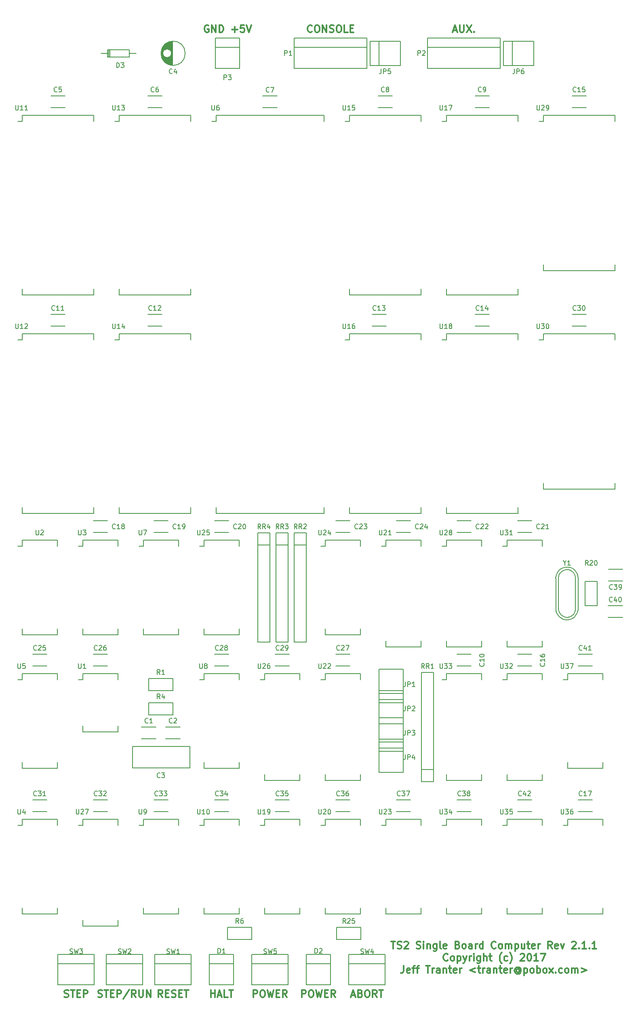
<source format=gbr>
G04 #@! TF.GenerationSoftware,KiCad,Pcbnew,(5.1.4)-1*
G04 #@! TF.CreationDate,2020-10-24T17:15:51+02:00*
G04 #@! TF.ProjectId,ts2,7473322e-6b69-4636-9164-5f7063625858,2.1*
G04 #@! TF.SameCoordinates,Original*
G04 #@! TF.FileFunction,Legend,Top*
G04 #@! TF.FilePolarity,Positive*
%FSLAX46Y46*%
G04 Gerber Fmt 4.6, Leading zero omitted, Abs format (unit mm)*
G04 Created by KiCad (PCBNEW (5.1.4)-1) date 2020-10-24 17:15:51*
%MOMM*%
%LPD*%
G04 APERTURE LIST*
%ADD10C,0.300000*%
%ADD11C,0.150000*%
G04 APERTURE END LIST*
D10*
X118435714Y-18030000D02*
X119150000Y-18030000D01*
X118292857Y-18458571D02*
X118792857Y-16958571D01*
X119292857Y-18458571D01*
X119792857Y-16958571D02*
X119792857Y-18172857D01*
X119864285Y-18315714D01*
X119935714Y-18387142D01*
X120078571Y-18458571D01*
X120364285Y-18458571D01*
X120507142Y-18387142D01*
X120578571Y-18315714D01*
X120650000Y-18172857D01*
X120650000Y-16958571D01*
X121221428Y-16958571D02*
X122221428Y-18458571D01*
X122221428Y-16958571D02*
X121221428Y-18458571D01*
X122792857Y-18315714D02*
X122864285Y-18387142D01*
X122792857Y-18458571D01*
X122721428Y-18387142D01*
X122792857Y-18315714D01*
X122792857Y-18458571D01*
X88817142Y-18315714D02*
X88745714Y-18387142D01*
X88531428Y-18458571D01*
X88388571Y-18458571D01*
X88174285Y-18387142D01*
X88031428Y-18244285D01*
X87960000Y-18101428D01*
X87888571Y-17815714D01*
X87888571Y-17601428D01*
X87960000Y-17315714D01*
X88031428Y-17172857D01*
X88174285Y-17030000D01*
X88388571Y-16958571D01*
X88531428Y-16958571D01*
X88745714Y-17030000D01*
X88817142Y-17101428D01*
X89745714Y-16958571D02*
X90031428Y-16958571D01*
X90174285Y-17030000D01*
X90317142Y-17172857D01*
X90388571Y-17458571D01*
X90388571Y-17958571D01*
X90317142Y-18244285D01*
X90174285Y-18387142D01*
X90031428Y-18458571D01*
X89745714Y-18458571D01*
X89602857Y-18387142D01*
X89460000Y-18244285D01*
X89388571Y-17958571D01*
X89388571Y-17458571D01*
X89460000Y-17172857D01*
X89602857Y-17030000D01*
X89745714Y-16958571D01*
X91031428Y-18458571D02*
X91031428Y-16958571D01*
X91888571Y-18458571D01*
X91888571Y-16958571D01*
X92531428Y-18387142D02*
X92745714Y-18458571D01*
X93102857Y-18458571D01*
X93245714Y-18387142D01*
X93317142Y-18315714D01*
X93388571Y-18172857D01*
X93388571Y-18030000D01*
X93317142Y-17887142D01*
X93245714Y-17815714D01*
X93102857Y-17744285D01*
X92817142Y-17672857D01*
X92674285Y-17601428D01*
X92602857Y-17530000D01*
X92531428Y-17387142D01*
X92531428Y-17244285D01*
X92602857Y-17101428D01*
X92674285Y-17030000D01*
X92817142Y-16958571D01*
X93174285Y-16958571D01*
X93388571Y-17030000D01*
X94317142Y-16958571D02*
X94602857Y-16958571D01*
X94745714Y-17030000D01*
X94888571Y-17172857D01*
X94960000Y-17458571D01*
X94960000Y-17958571D01*
X94888571Y-18244285D01*
X94745714Y-18387142D01*
X94602857Y-18458571D01*
X94317142Y-18458571D01*
X94174285Y-18387142D01*
X94031428Y-18244285D01*
X93960000Y-17958571D01*
X93960000Y-17458571D01*
X94031428Y-17172857D01*
X94174285Y-17030000D01*
X94317142Y-16958571D01*
X96317142Y-18458571D02*
X95602857Y-18458571D01*
X95602857Y-16958571D01*
X96817142Y-17672857D02*
X97317142Y-17672857D01*
X97531428Y-18458571D02*
X96817142Y-18458571D01*
X96817142Y-16958571D01*
X97531428Y-16958571D01*
X76545714Y-220388571D02*
X76545714Y-218888571D01*
X77117142Y-218888571D01*
X77260000Y-218960000D01*
X77331428Y-219031428D01*
X77402857Y-219174285D01*
X77402857Y-219388571D01*
X77331428Y-219531428D01*
X77260000Y-219602857D01*
X77117142Y-219674285D01*
X76545714Y-219674285D01*
X78331428Y-218888571D02*
X78617142Y-218888571D01*
X78760000Y-218960000D01*
X78902857Y-219102857D01*
X78974285Y-219388571D01*
X78974285Y-219888571D01*
X78902857Y-220174285D01*
X78760000Y-220317142D01*
X78617142Y-220388571D01*
X78331428Y-220388571D01*
X78188571Y-220317142D01*
X78045714Y-220174285D01*
X77974285Y-219888571D01*
X77974285Y-219388571D01*
X78045714Y-219102857D01*
X78188571Y-218960000D01*
X78331428Y-218888571D01*
X79474285Y-218888571D02*
X79831428Y-220388571D01*
X80117142Y-219317142D01*
X80402857Y-220388571D01*
X80760000Y-218888571D01*
X81331428Y-219602857D02*
X81831428Y-219602857D01*
X82045714Y-220388571D02*
X81331428Y-220388571D01*
X81331428Y-218888571D01*
X82045714Y-218888571D01*
X83545714Y-220388571D02*
X83045714Y-219674285D01*
X82688571Y-220388571D02*
X82688571Y-218888571D01*
X83260000Y-218888571D01*
X83402857Y-218960000D01*
X83474285Y-219031428D01*
X83545714Y-219174285D01*
X83545714Y-219388571D01*
X83474285Y-219531428D01*
X83402857Y-219602857D01*
X83260000Y-219674285D01*
X82688571Y-219674285D01*
X86705714Y-220388571D02*
X86705714Y-218888571D01*
X87277142Y-218888571D01*
X87420000Y-218960000D01*
X87491428Y-219031428D01*
X87562857Y-219174285D01*
X87562857Y-219388571D01*
X87491428Y-219531428D01*
X87420000Y-219602857D01*
X87277142Y-219674285D01*
X86705714Y-219674285D01*
X88491428Y-218888571D02*
X88777142Y-218888571D01*
X88920000Y-218960000D01*
X89062857Y-219102857D01*
X89134285Y-219388571D01*
X89134285Y-219888571D01*
X89062857Y-220174285D01*
X88920000Y-220317142D01*
X88777142Y-220388571D01*
X88491428Y-220388571D01*
X88348571Y-220317142D01*
X88205714Y-220174285D01*
X88134285Y-219888571D01*
X88134285Y-219388571D01*
X88205714Y-219102857D01*
X88348571Y-218960000D01*
X88491428Y-218888571D01*
X89634285Y-218888571D02*
X89991428Y-220388571D01*
X90277142Y-219317142D01*
X90562857Y-220388571D01*
X90920000Y-218888571D01*
X91491428Y-219602857D02*
X91991428Y-219602857D01*
X92205714Y-220388571D02*
X91491428Y-220388571D01*
X91491428Y-218888571D01*
X92205714Y-218888571D01*
X93705714Y-220388571D02*
X93205714Y-219674285D01*
X92848571Y-220388571D02*
X92848571Y-218888571D01*
X93420000Y-218888571D01*
X93562857Y-218960000D01*
X93634285Y-219031428D01*
X93705714Y-219174285D01*
X93705714Y-219388571D01*
X93634285Y-219531428D01*
X93562857Y-219602857D01*
X93420000Y-219674285D01*
X92848571Y-219674285D01*
X97115714Y-219960000D02*
X97830000Y-219960000D01*
X96972857Y-220388571D02*
X97472857Y-218888571D01*
X97972857Y-220388571D01*
X98972857Y-219602857D02*
X99187142Y-219674285D01*
X99258571Y-219745714D01*
X99330000Y-219888571D01*
X99330000Y-220102857D01*
X99258571Y-220245714D01*
X99187142Y-220317142D01*
X99044285Y-220388571D01*
X98472857Y-220388571D01*
X98472857Y-218888571D01*
X98972857Y-218888571D01*
X99115714Y-218960000D01*
X99187142Y-219031428D01*
X99258571Y-219174285D01*
X99258571Y-219317142D01*
X99187142Y-219460000D01*
X99115714Y-219531428D01*
X98972857Y-219602857D01*
X98472857Y-219602857D01*
X100258571Y-218888571D02*
X100544285Y-218888571D01*
X100687142Y-218960000D01*
X100830000Y-219102857D01*
X100901428Y-219388571D01*
X100901428Y-219888571D01*
X100830000Y-220174285D01*
X100687142Y-220317142D01*
X100544285Y-220388571D01*
X100258571Y-220388571D01*
X100115714Y-220317142D01*
X99972857Y-220174285D01*
X99901428Y-219888571D01*
X99901428Y-219388571D01*
X99972857Y-219102857D01*
X100115714Y-218960000D01*
X100258571Y-218888571D01*
X102401428Y-220388571D02*
X101901428Y-219674285D01*
X101544285Y-220388571D02*
X101544285Y-218888571D01*
X102115714Y-218888571D01*
X102258571Y-218960000D01*
X102330000Y-219031428D01*
X102401428Y-219174285D01*
X102401428Y-219388571D01*
X102330000Y-219531428D01*
X102258571Y-219602857D01*
X102115714Y-219674285D01*
X101544285Y-219674285D01*
X102830000Y-218888571D02*
X103687142Y-218888571D01*
X103258571Y-220388571D02*
X103258571Y-218888571D01*
X67600000Y-220388571D02*
X67600000Y-218888571D01*
X67600000Y-219602857D02*
X68457142Y-219602857D01*
X68457142Y-220388571D02*
X68457142Y-218888571D01*
X69100000Y-219960000D02*
X69814285Y-219960000D01*
X68957142Y-220388571D02*
X69457142Y-218888571D01*
X69957142Y-220388571D01*
X71171428Y-220388571D02*
X70457142Y-220388571D01*
X70457142Y-218888571D01*
X71457142Y-218888571D02*
X72314285Y-218888571D01*
X71885714Y-220388571D02*
X71885714Y-218888571D01*
X57511428Y-220388571D02*
X57011428Y-219674285D01*
X56654285Y-220388571D02*
X56654285Y-218888571D01*
X57225714Y-218888571D01*
X57368571Y-218960000D01*
X57440000Y-219031428D01*
X57511428Y-219174285D01*
X57511428Y-219388571D01*
X57440000Y-219531428D01*
X57368571Y-219602857D01*
X57225714Y-219674285D01*
X56654285Y-219674285D01*
X58154285Y-219602857D02*
X58654285Y-219602857D01*
X58868571Y-220388571D02*
X58154285Y-220388571D01*
X58154285Y-218888571D01*
X58868571Y-218888571D01*
X59440000Y-220317142D02*
X59654285Y-220388571D01*
X60011428Y-220388571D01*
X60154285Y-220317142D01*
X60225714Y-220245714D01*
X60297142Y-220102857D01*
X60297142Y-219960000D01*
X60225714Y-219817142D01*
X60154285Y-219745714D01*
X60011428Y-219674285D01*
X59725714Y-219602857D01*
X59582857Y-219531428D01*
X59511428Y-219460000D01*
X59440000Y-219317142D01*
X59440000Y-219174285D01*
X59511428Y-219031428D01*
X59582857Y-218960000D01*
X59725714Y-218888571D01*
X60082857Y-218888571D01*
X60297142Y-218960000D01*
X60940000Y-219602857D02*
X61440000Y-219602857D01*
X61654285Y-220388571D02*
X60940000Y-220388571D01*
X60940000Y-218888571D01*
X61654285Y-218888571D01*
X62082857Y-218888571D02*
X62940000Y-218888571D01*
X62511428Y-220388571D02*
X62511428Y-218888571D01*
X43994285Y-220317142D02*
X44208571Y-220388571D01*
X44565714Y-220388571D01*
X44708571Y-220317142D01*
X44780000Y-220245714D01*
X44851428Y-220102857D01*
X44851428Y-219960000D01*
X44780000Y-219817142D01*
X44708571Y-219745714D01*
X44565714Y-219674285D01*
X44280000Y-219602857D01*
X44137142Y-219531428D01*
X44065714Y-219460000D01*
X43994285Y-219317142D01*
X43994285Y-219174285D01*
X44065714Y-219031428D01*
X44137142Y-218960000D01*
X44280000Y-218888571D01*
X44637142Y-218888571D01*
X44851428Y-218960000D01*
X45280000Y-218888571D02*
X46137142Y-218888571D01*
X45708571Y-220388571D02*
X45708571Y-218888571D01*
X46637142Y-219602857D02*
X47137142Y-219602857D01*
X47351428Y-220388571D02*
X46637142Y-220388571D01*
X46637142Y-218888571D01*
X47351428Y-218888571D01*
X47994285Y-220388571D02*
X47994285Y-218888571D01*
X48565714Y-218888571D01*
X48708571Y-218960000D01*
X48780000Y-219031428D01*
X48851428Y-219174285D01*
X48851428Y-219388571D01*
X48780000Y-219531428D01*
X48708571Y-219602857D01*
X48565714Y-219674285D01*
X47994285Y-219674285D01*
X50565714Y-218817142D02*
X49280000Y-220745714D01*
X51922857Y-220388571D02*
X51422857Y-219674285D01*
X51065714Y-220388571D02*
X51065714Y-218888571D01*
X51637142Y-218888571D01*
X51780000Y-218960000D01*
X51851428Y-219031428D01*
X51922857Y-219174285D01*
X51922857Y-219388571D01*
X51851428Y-219531428D01*
X51780000Y-219602857D01*
X51637142Y-219674285D01*
X51065714Y-219674285D01*
X52565714Y-218888571D02*
X52565714Y-220102857D01*
X52637142Y-220245714D01*
X52708571Y-220317142D01*
X52851428Y-220388571D01*
X53137142Y-220388571D01*
X53280000Y-220317142D01*
X53351428Y-220245714D01*
X53422857Y-220102857D01*
X53422857Y-218888571D01*
X54137142Y-220388571D02*
X54137142Y-218888571D01*
X54994285Y-220388571D01*
X54994285Y-218888571D01*
X36941428Y-220317142D02*
X37155714Y-220388571D01*
X37512857Y-220388571D01*
X37655714Y-220317142D01*
X37727142Y-220245714D01*
X37798571Y-220102857D01*
X37798571Y-219960000D01*
X37727142Y-219817142D01*
X37655714Y-219745714D01*
X37512857Y-219674285D01*
X37227142Y-219602857D01*
X37084285Y-219531428D01*
X37012857Y-219460000D01*
X36941428Y-219317142D01*
X36941428Y-219174285D01*
X37012857Y-219031428D01*
X37084285Y-218960000D01*
X37227142Y-218888571D01*
X37584285Y-218888571D01*
X37798571Y-218960000D01*
X38227142Y-218888571D02*
X39084285Y-218888571D01*
X38655714Y-220388571D02*
X38655714Y-218888571D01*
X39584285Y-219602857D02*
X40084285Y-219602857D01*
X40298571Y-220388571D02*
X39584285Y-220388571D01*
X39584285Y-218888571D01*
X40298571Y-218888571D01*
X40941428Y-220388571D02*
X40941428Y-218888571D01*
X41512857Y-218888571D01*
X41655714Y-218960000D01*
X41727142Y-219031428D01*
X41798571Y-219174285D01*
X41798571Y-219388571D01*
X41727142Y-219531428D01*
X41655714Y-219602857D01*
X41512857Y-219674285D01*
X40941428Y-219674285D01*
X67120000Y-17030000D02*
X66977142Y-16958571D01*
X66762857Y-16958571D01*
X66548571Y-17030000D01*
X66405714Y-17172857D01*
X66334285Y-17315714D01*
X66262857Y-17601428D01*
X66262857Y-17815714D01*
X66334285Y-18101428D01*
X66405714Y-18244285D01*
X66548571Y-18387142D01*
X66762857Y-18458571D01*
X66905714Y-18458571D01*
X67120000Y-18387142D01*
X67191428Y-18315714D01*
X67191428Y-17815714D01*
X66905714Y-17815714D01*
X67834285Y-18458571D02*
X67834285Y-16958571D01*
X68691428Y-18458571D01*
X68691428Y-16958571D01*
X69405714Y-18458571D02*
X69405714Y-16958571D01*
X69762857Y-16958571D01*
X69977142Y-17030000D01*
X70120000Y-17172857D01*
X70191428Y-17315714D01*
X70262857Y-17601428D01*
X70262857Y-17815714D01*
X70191428Y-18101428D01*
X70120000Y-18244285D01*
X69977142Y-18387142D01*
X69762857Y-18458571D01*
X69405714Y-18458571D01*
X72048571Y-17887142D02*
X73191428Y-17887142D01*
X72620000Y-18458571D02*
X72620000Y-17315714D01*
X74620000Y-16958571D02*
X73905714Y-16958571D01*
X73834285Y-17672857D01*
X73905714Y-17601428D01*
X74048571Y-17530000D01*
X74405714Y-17530000D01*
X74548571Y-17601428D01*
X74620000Y-17672857D01*
X74691428Y-17815714D01*
X74691428Y-18172857D01*
X74620000Y-18315714D01*
X74548571Y-18387142D01*
X74405714Y-18458571D01*
X74048571Y-18458571D01*
X73905714Y-18387142D01*
X73834285Y-18315714D01*
X75120000Y-16958571D02*
X75620000Y-18458571D01*
X76120000Y-16958571D01*
X105428571Y-208718571D02*
X106285714Y-208718571D01*
X105857142Y-210218571D02*
X105857142Y-208718571D01*
X106714285Y-210147142D02*
X106928571Y-210218571D01*
X107285714Y-210218571D01*
X107428571Y-210147142D01*
X107500000Y-210075714D01*
X107571428Y-209932857D01*
X107571428Y-209790000D01*
X107500000Y-209647142D01*
X107428571Y-209575714D01*
X107285714Y-209504285D01*
X107000000Y-209432857D01*
X106857142Y-209361428D01*
X106785714Y-209290000D01*
X106714285Y-209147142D01*
X106714285Y-209004285D01*
X106785714Y-208861428D01*
X106857142Y-208790000D01*
X107000000Y-208718571D01*
X107357142Y-208718571D01*
X107571428Y-208790000D01*
X108142857Y-208861428D02*
X108214285Y-208790000D01*
X108357142Y-208718571D01*
X108714285Y-208718571D01*
X108857142Y-208790000D01*
X108928571Y-208861428D01*
X109000000Y-209004285D01*
X109000000Y-209147142D01*
X108928571Y-209361428D01*
X108071428Y-210218571D01*
X109000000Y-210218571D01*
X110714285Y-210147142D02*
X110928571Y-210218571D01*
X111285714Y-210218571D01*
X111428571Y-210147142D01*
X111500000Y-210075714D01*
X111571428Y-209932857D01*
X111571428Y-209790000D01*
X111500000Y-209647142D01*
X111428571Y-209575714D01*
X111285714Y-209504285D01*
X111000000Y-209432857D01*
X110857142Y-209361428D01*
X110785714Y-209290000D01*
X110714285Y-209147142D01*
X110714285Y-209004285D01*
X110785714Y-208861428D01*
X110857142Y-208790000D01*
X111000000Y-208718571D01*
X111357142Y-208718571D01*
X111571428Y-208790000D01*
X112214285Y-210218571D02*
X112214285Y-209218571D01*
X112214285Y-208718571D02*
X112142857Y-208790000D01*
X112214285Y-208861428D01*
X112285714Y-208790000D01*
X112214285Y-208718571D01*
X112214285Y-208861428D01*
X112928571Y-209218571D02*
X112928571Y-210218571D01*
X112928571Y-209361428D02*
X113000000Y-209290000D01*
X113142857Y-209218571D01*
X113357142Y-209218571D01*
X113500000Y-209290000D01*
X113571428Y-209432857D01*
X113571428Y-210218571D01*
X114928571Y-209218571D02*
X114928571Y-210432857D01*
X114857142Y-210575714D01*
X114785714Y-210647142D01*
X114642857Y-210718571D01*
X114428571Y-210718571D01*
X114285714Y-210647142D01*
X114928571Y-210147142D02*
X114785714Y-210218571D01*
X114500000Y-210218571D01*
X114357142Y-210147142D01*
X114285714Y-210075714D01*
X114214285Y-209932857D01*
X114214285Y-209504285D01*
X114285714Y-209361428D01*
X114357142Y-209290000D01*
X114500000Y-209218571D01*
X114785714Y-209218571D01*
X114928571Y-209290000D01*
X115857142Y-210218571D02*
X115714285Y-210147142D01*
X115642857Y-210004285D01*
X115642857Y-208718571D01*
X117000000Y-210147142D02*
X116857142Y-210218571D01*
X116571428Y-210218571D01*
X116428571Y-210147142D01*
X116357142Y-210004285D01*
X116357142Y-209432857D01*
X116428571Y-209290000D01*
X116571428Y-209218571D01*
X116857142Y-209218571D01*
X117000000Y-209290000D01*
X117071428Y-209432857D01*
X117071428Y-209575714D01*
X116357142Y-209718571D01*
X119357142Y-209432857D02*
X119571428Y-209504285D01*
X119642857Y-209575714D01*
X119714285Y-209718571D01*
X119714285Y-209932857D01*
X119642857Y-210075714D01*
X119571428Y-210147142D01*
X119428571Y-210218571D01*
X118857142Y-210218571D01*
X118857142Y-208718571D01*
X119357142Y-208718571D01*
X119500000Y-208790000D01*
X119571428Y-208861428D01*
X119642857Y-209004285D01*
X119642857Y-209147142D01*
X119571428Y-209290000D01*
X119500000Y-209361428D01*
X119357142Y-209432857D01*
X118857142Y-209432857D01*
X120571428Y-210218571D02*
X120428571Y-210147142D01*
X120357142Y-210075714D01*
X120285714Y-209932857D01*
X120285714Y-209504285D01*
X120357142Y-209361428D01*
X120428571Y-209290000D01*
X120571428Y-209218571D01*
X120785714Y-209218571D01*
X120928571Y-209290000D01*
X121000000Y-209361428D01*
X121071428Y-209504285D01*
X121071428Y-209932857D01*
X121000000Y-210075714D01*
X120928571Y-210147142D01*
X120785714Y-210218571D01*
X120571428Y-210218571D01*
X122357142Y-210218571D02*
X122357142Y-209432857D01*
X122285714Y-209290000D01*
X122142857Y-209218571D01*
X121857142Y-209218571D01*
X121714285Y-209290000D01*
X122357142Y-210147142D02*
X122214285Y-210218571D01*
X121857142Y-210218571D01*
X121714285Y-210147142D01*
X121642857Y-210004285D01*
X121642857Y-209861428D01*
X121714285Y-209718571D01*
X121857142Y-209647142D01*
X122214285Y-209647142D01*
X122357142Y-209575714D01*
X123071428Y-210218571D02*
X123071428Y-209218571D01*
X123071428Y-209504285D02*
X123142857Y-209361428D01*
X123214285Y-209290000D01*
X123357142Y-209218571D01*
X123500000Y-209218571D01*
X124642857Y-210218571D02*
X124642857Y-208718571D01*
X124642857Y-210147142D02*
X124500000Y-210218571D01*
X124214285Y-210218571D01*
X124071428Y-210147142D01*
X124000000Y-210075714D01*
X123928571Y-209932857D01*
X123928571Y-209504285D01*
X124000000Y-209361428D01*
X124071428Y-209290000D01*
X124214285Y-209218571D01*
X124500000Y-209218571D01*
X124642857Y-209290000D01*
X127357142Y-210075714D02*
X127285714Y-210147142D01*
X127071428Y-210218571D01*
X126928571Y-210218571D01*
X126714285Y-210147142D01*
X126571428Y-210004285D01*
X126500000Y-209861428D01*
X126428571Y-209575714D01*
X126428571Y-209361428D01*
X126500000Y-209075714D01*
X126571428Y-208932857D01*
X126714285Y-208790000D01*
X126928571Y-208718571D01*
X127071428Y-208718571D01*
X127285714Y-208790000D01*
X127357142Y-208861428D01*
X128214285Y-210218571D02*
X128071428Y-210147142D01*
X128000000Y-210075714D01*
X127928571Y-209932857D01*
X127928571Y-209504285D01*
X128000000Y-209361428D01*
X128071428Y-209290000D01*
X128214285Y-209218571D01*
X128428571Y-209218571D01*
X128571428Y-209290000D01*
X128642857Y-209361428D01*
X128714285Y-209504285D01*
X128714285Y-209932857D01*
X128642857Y-210075714D01*
X128571428Y-210147142D01*
X128428571Y-210218571D01*
X128214285Y-210218571D01*
X129357142Y-210218571D02*
X129357142Y-209218571D01*
X129357142Y-209361428D02*
X129428571Y-209290000D01*
X129571428Y-209218571D01*
X129785714Y-209218571D01*
X129928571Y-209290000D01*
X130000000Y-209432857D01*
X130000000Y-210218571D01*
X130000000Y-209432857D02*
X130071428Y-209290000D01*
X130214285Y-209218571D01*
X130428571Y-209218571D01*
X130571428Y-209290000D01*
X130642857Y-209432857D01*
X130642857Y-210218571D01*
X131357142Y-209218571D02*
X131357142Y-210718571D01*
X131357142Y-209290000D02*
X131500000Y-209218571D01*
X131785714Y-209218571D01*
X131928571Y-209290000D01*
X132000000Y-209361428D01*
X132071428Y-209504285D01*
X132071428Y-209932857D01*
X132000000Y-210075714D01*
X131928571Y-210147142D01*
X131785714Y-210218571D01*
X131500000Y-210218571D01*
X131357142Y-210147142D01*
X133357142Y-209218571D02*
X133357142Y-210218571D01*
X132714285Y-209218571D02*
X132714285Y-210004285D01*
X132785714Y-210147142D01*
X132928571Y-210218571D01*
X133142857Y-210218571D01*
X133285714Y-210147142D01*
X133357142Y-210075714D01*
X133857142Y-209218571D02*
X134428571Y-209218571D01*
X134071428Y-208718571D02*
X134071428Y-210004285D01*
X134142857Y-210147142D01*
X134285714Y-210218571D01*
X134428571Y-210218571D01*
X135500000Y-210147142D02*
X135357142Y-210218571D01*
X135071428Y-210218571D01*
X134928571Y-210147142D01*
X134857142Y-210004285D01*
X134857142Y-209432857D01*
X134928571Y-209290000D01*
X135071428Y-209218571D01*
X135357142Y-209218571D01*
X135500000Y-209290000D01*
X135571428Y-209432857D01*
X135571428Y-209575714D01*
X134857142Y-209718571D01*
X136214285Y-210218571D02*
X136214285Y-209218571D01*
X136214285Y-209504285D02*
X136285714Y-209361428D01*
X136357142Y-209290000D01*
X136500000Y-209218571D01*
X136642857Y-209218571D01*
X139142857Y-210218571D02*
X138642857Y-209504285D01*
X138285714Y-210218571D02*
X138285714Y-208718571D01*
X138857142Y-208718571D01*
X139000000Y-208790000D01*
X139071428Y-208861428D01*
X139142857Y-209004285D01*
X139142857Y-209218571D01*
X139071428Y-209361428D01*
X139000000Y-209432857D01*
X138857142Y-209504285D01*
X138285714Y-209504285D01*
X140357142Y-210147142D02*
X140214285Y-210218571D01*
X139928571Y-210218571D01*
X139785714Y-210147142D01*
X139714285Y-210004285D01*
X139714285Y-209432857D01*
X139785714Y-209290000D01*
X139928571Y-209218571D01*
X140214285Y-209218571D01*
X140357142Y-209290000D01*
X140428571Y-209432857D01*
X140428571Y-209575714D01*
X139714285Y-209718571D01*
X140928571Y-209218571D02*
X141285714Y-210218571D01*
X141642857Y-209218571D01*
X143285714Y-208861428D02*
X143357142Y-208790000D01*
X143500000Y-208718571D01*
X143857142Y-208718571D01*
X144000000Y-208790000D01*
X144071428Y-208861428D01*
X144142857Y-209004285D01*
X144142857Y-209147142D01*
X144071428Y-209361428D01*
X143214285Y-210218571D01*
X144142857Y-210218571D01*
X144785714Y-210075714D02*
X144857142Y-210147142D01*
X144785714Y-210218571D01*
X144714285Y-210147142D01*
X144785714Y-210075714D01*
X144785714Y-210218571D01*
X146285714Y-210218571D02*
X145428571Y-210218571D01*
X145857142Y-210218571D02*
X145857142Y-208718571D01*
X145714285Y-208932857D01*
X145571428Y-209075714D01*
X145428571Y-209147142D01*
X146928571Y-210075714D02*
X147000000Y-210147142D01*
X146928571Y-210218571D01*
X146857142Y-210147142D01*
X146928571Y-210075714D01*
X146928571Y-210218571D01*
X148428571Y-210218571D02*
X147571428Y-210218571D01*
X148000000Y-210218571D02*
X148000000Y-208718571D01*
X147857142Y-208932857D01*
X147714285Y-209075714D01*
X147571428Y-209147142D01*
X117285714Y-212625714D02*
X117214285Y-212697142D01*
X117000000Y-212768571D01*
X116857142Y-212768571D01*
X116642857Y-212697142D01*
X116500000Y-212554285D01*
X116428571Y-212411428D01*
X116357142Y-212125714D01*
X116357142Y-211911428D01*
X116428571Y-211625714D01*
X116500000Y-211482857D01*
X116642857Y-211340000D01*
X116857142Y-211268571D01*
X117000000Y-211268571D01*
X117214285Y-211340000D01*
X117285714Y-211411428D01*
X118142857Y-212768571D02*
X118000000Y-212697142D01*
X117928571Y-212625714D01*
X117857142Y-212482857D01*
X117857142Y-212054285D01*
X117928571Y-211911428D01*
X118000000Y-211840000D01*
X118142857Y-211768571D01*
X118357142Y-211768571D01*
X118500000Y-211840000D01*
X118571428Y-211911428D01*
X118642857Y-212054285D01*
X118642857Y-212482857D01*
X118571428Y-212625714D01*
X118500000Y-212697142D01*
X118357142Y-212768571D01*
X118142857Y-212768571D01*
X119285714Y-211768571D02*
X119285714Y-213268571D01*
X119285714Y-211840000D02*
X119428571Y-211768571D01*
X119714285Y-211768571D01*
X119857142Y-211840000D01*
X119928571Y-211911428D01*
X120000000Y-212054285D01*
X120000000Y-212482857D01*
X119928571Y-212625714D01*
X119857142Y-212697142D01*
X119714285Y-212768571D01*
X119428571Y-212768571D01*
X119285714Y-212697142D01*
X120500000Y-211768571D02*
X120857142Y-212768571D01*
X121214285Y-211768571D02*
X120857142Y-212768571D01*
X120714285Y-213125714D01*
X120642857Y-213197142D01*
X120500000Y-213268571D01*
X121785714Y-212768571D02*
X121785714Y-211768571D01*
X121785714Y-212054285D02*
X121857142Y-211911428D01*
X121928571Y-211840000D01*
X122071428Y-211768571D01*
X122214285Y-211768571D01*
X122714285Y-212768571D02*
X122714285Y-211768571D01*
X122714285Y-211268571D02*
X122642857Y-211340000D01*
X122714285Y-211411428D01*
X122785714Y-211340000D01*
X122714285Y-211268571D01*
X122714285Y-211411428D01*
X124071428Y-211768571D02*
X124071428Y-212982857D01*
X124000000Y-213125714D01*
X123928571Y-213197142D01*
X123785714Y-213268571D01*
X123571428Y-213268571D01*
X123428571Y-213197142D01*
X124071428Y-212697142D02*
X123928571Y-212768571D01*
X123642857Y-212768571D01*
X123500000Y-212697142D01*
X123428571Y-212625714D01*
X123357142Y-212482857D01*
X123357142Y-212054285D01*
X123428571Y-211911428D01*
X123500000Y-211840000D01*
X123642857Y-211768571D01*
X123928571Y-211768571D01*
X124071428Y-211840000D01*
X124785714Y-212768571D02*
X124785714Y-211268571D01*
X125428571Y-212768571D02*
X125428571Y-211982857D01*
X125357142Y-211840000D01*
X125214285Y-211768571D01*
X125000000Y-211768571D01*
X124857142Y-211840000D01*
X124785714Y-211911428D01*
X125928571Y-211768571D02*
X126500000Y-211768571D01*
X126142857Y-211268571D02*
X126142857Y-212554285D01*
X126214285Y-212697142D01*
X126357142Y-212768571D01*
X126500000Y-212768571D01*
X128571428Y-213340000D02*
X128500000Y-213268571D01*
X128357142Y-213054285D01*
X128285714Y-212911428D01*
X128214285Y-212697142D01*
X128142857Y-212340000D01*
X128142857Y-212054285D01*
X128214285Y-211697142D01*
X128285714Y-211482857D01*
X128357142Y-211340000D01*
X128500000Y-211125714D01*
X128571428Y-211054285D01*
X129785714Y-212697142D02*
X129642857Y-212768571D01*
X129357142Y-212768571D01*
X129214285Y-212697142D01*
X129142857Y-212625714D01*
X129071428Y-212482857D01*
X129071428Y-212054285D01*
X129142857Y-211911428D01*
X129214285Y-211840000D01*
X129357142Y-211768571D01*
X129642857Y-211768571D01*
X129785714Y-211840000D01*
X130285714Y-213340000D02*
X130357142Y-213268571D01*
X130500000Y-213054285D01*
X130571428Y-212911428D01*
X130642857Y-212697142D01*
X130714285Y-212340000D01*
X130714285Y-212054285D01*
X130642857Y-211697142D01*
X130571428Y-211482857D01*
X130500000Y-211340000D01*
X130357142Y-211125714D01*
X130285714Y-211054285D01*
X132500000Y-211411428D02*
X132571428Y-211340000D01*
X132714285Y-211268571D01*
X133071428Y-211268571D01*
X133214285Y-211340000D01*
X133285714Y-211411428D01*
X133357142Y-211554285D01*
X133357142Y-211697142D01*
X133285714Y-211911428D01*
X132428571Y-212768571D01*
X133357142Y-212768571D01*
X134285714Y-211268571D02*
X134428571Y-211268571D01*
X134571428Y-211340000D01*
X134642857Y-211411428D01*
X134714285Y-211554285D01*
X134785714Y-211840000D01*
X134785714Y-212197142D01*
X134714285Y-212482857D01*
X134642857Y-212625714D01*
X134571428Y-212697142D01*
X134428571Y-212768571D01*
X134285714Y-212768571D01*
X134142857Y-212697142D01*
X134071428Y-212625714D01*
X134000000Y-212482857D01*
X133928571Y-212197142D01*
X133928571Y-211840000D01*
X134000000Y-211554285D01*
X134071428Y-211411428D01*
X134142857Y-211340000D01*
X134285714Y-211268571D01*
X136214285Y-212768571D02*
X135357142Y-212768571D01*
X135785714Y-212768571D02*
X135785714Y-211268571D01*
X135642857Y-211482857D01*
X135500000Y-211625714D01*
X135357142Y-211697142D01*
X136714285Y-211268571D02*
X137714285Y-211268571D01*
X137071428Y-212768571D01*
X108035714Y-213818571D02*
X108035714Y-214890000D01*
X107964285Y-215104285D01*
X107821428Y-215247142D01*
X107607142Y-215318571D01*
X107464285Y-215318571D01*
X109321428Y-215247142D02*
X109178571Y-215318571D01*
X108892857Y-215318571D01*
X108750000Y-215247142D01*
X108678571Y-215104285D01*
X108678571Y-214532857D01*
X108750000Y-214390000D01*
X108892857Y-214318571D01*
X109178571Y-214318571D01*
X109321428Y-214390000D01*
X109392857Y-214532857D01*
X109392857Y-214675714D01*
X108678571Y-214818571D01*
X109821428Y-214318571D02*
X110392857Y-214318571D01*
X110035714Y-215318571D02*
X110035714Y-214032857D01*
X110107142Y-213890000D01*
X110250000Y-213818571D01*
X110392857Y-213818571D01*
X110678571Y-214318571D02*
X111250000Y-214318571D01*
X110892857Y-215318571D02*
X110892857Y-214032857D01*
X110964285Y-213890000D01*
X111107142Y-213818571D01*
X111250000Y-213818571D01*
X112678571Y-213818571D02*
X113535714Y-213818571D01*
X113107142Y-215318571D02*
X113107142Y-213818571D01*
X114035714Y-215318571D02*
X114035714Y-214318571D01*
X114035714Y-214604285D02*
X114107142Y-214461428D01*
X114178571Y-214390000D01*
X114321428Y-214318571D01*
X114464285Y-214318571D01*
X115607142Y-215318571D02*
X115607142Y-214532857D01*
X115535714Y-214390000D01*
X115392857Y-214318571D01*
X115107142Y-214318571D01*
X114964285Y-214390000D01*
X115607142Y-215247142D02*
X115464285Y-215318571D01*
X115107142Y-215318571D01*
X114964285Y-215247142D01*
X114892857Y-215104285D01*
X114892857Y-214961428D01*
X114964285Y-214818571D01*
X115107142Y-214747142D01*
X115464285Y-214747142D01*
X115607142Y-214675714D01*
X116321428Y-214318571D02*
X116321428Y-215318571D01*
X116321428Y-214461428D02*
X116392857Y-214390000D01*
X116535714Y-214318571D01*
X116750000Y-214318571D01*
X116892857Y-214390000D01*
X116964285Y-214532857D01*
X116964285Y-215318571D01*
X117464285Y-214318571D02*
X118035714Y-214318571D01*
X117678571Y-213818571D02*
X117678571Y-215104285D01*
X117750000Y-215247142D01*
X117892857Y-215318571D01*
X118035714Y-215318571D01*
X119107142Y-215247142D02*
X118964285Y-215318571D01*
X118678571Y-215318571D01*
X118535714Y-215247142D01*
X118464285Y-215104285D01*
X118464285Y-214532857D01*
X118535714Y-214390000D01*
X118678571Y-214318571D01*
X118964285Y-214318571D01*
X119107142Y-214390000D01*
X119178571Y-214532857D01*
X119178571Y-214675714D01*
X118464285Y-214818571D01*
X119821428Y-215318571D02*
X119821428Y-214318571D01*
X119821428Y-214604285D02*
X119892857Y-214461428D01*
X119964285Y-214390000D01*
X120107142Y-214318571D01*
X120250000Y-214318571D01*
X123035714Y-214318571D02*
X121892857Y-214747142D01*
X123035714Y-215175714D01*
X123535714Y-214318571D02*
X124107142Y-214318571D01*
X123750000Y-213818571D02*
X123750000Y-215104285D01*
X123821428Y-215247142D01*
X123964285Y-215318571D01*
X124107142Y-215318571D01*
X124607142Y-215318571D02*
X124607142Y-214318571D01*
X124607142Y-214604285D02*
X124678571Y-214461428D01*
X124750000Y-214390000D01*
X124892857Y-214318571D01*
X125035714Y-214318571D01*
X126178571Y-215318571D02*
X126178571Y-214532857D01*
X126107142Y-214390000D01*
X125964285Y-214318571D01*
X125678571Y-214318571D01*
X125535714Y-214390000D01*
X126178571Y-215247142D02*
X126035714Y-215318571D01*
X125678571Y-215318571D01*
X125535714Y-215247142D01*
X125464285Y-215104285D01*
X125464285Y-214961428D01*
X125535714Y-214818571D01*
X125678571Y-214747142D01*
X126035714Y-214747142D01*
X126178571Y-214675714D01*
X126892857Y-214318571D02*
X126892857Y-215318571D01*
X126892857Y-214461428D02*
X126964285Y-214390000D01*
X127107142Y-214318571D01*
X127321428Y-214318571D01*
X127464285Y-214390000D01*
X127535714Y-214532857D01*
X127535714Y-215318571D01*
X128035714Y-214318571D02*
X128607142Y-214318571D01*
X128250000Y-213818571D02*
X128250000Y-215104285D01*
X128321428Y-215247142D01*
X128464285Y-215318571D01*
X128607142Y-215318571D01*
X129678571Y-215247142D02*
X129535714Y-215318571D01*
X129250000Y-215318571D01*
X129107142Y-215247142D01*
X129035714Y-215104285D01*
X129035714Y-214532857D01*
X129107142Y-214390000D01*
X129250000Y-214318571D01*
X129535714Y-214318571D01*
X129678571Y-214390000D01*
X129750000Y-214532857D01*
X129750000Y-214675714D01*
X129035714Y-214818571D01*
X130392857Y-215318571D02*
X130392857Y-214318571D01*
X130392857Y-214604285D02*
X130464285Y-214461428D01*
X130535714Y-214390000D01*
X130678571Y-214318571D01*
X130821428Y-214318571D01*
X132250000Y-214604285D02*
X132178571Y-214532857D01*
X132035714Y-214461428D01*
X131892857Y-214461428D01*
X131750000Y-214532857D01*
X131678571Y-214604285D01*
X131607142Y-214747142D01*
X131607142Y-214890000D01*
X131678571Y-215032857D01*
X131750000Y-215104285D01*
X131892857Y-215175714D01*
X132035714Y-215175714D01*
X132178571Y-215104285D01*
X132250000Y-215032857D01*
X132250000Y-214461428D02*
X132250000Y-215032857D01*
X132321428Y-215104285D01*
X132392857Y-215104285D01*
X132535714Y-215032857D01*
X132607142Y-214890000D01*
X132607142Y-214532857D01*
X132464285Y-214318571D01*
X132250000Y-214175714D01*
X131964285Y-214104285D01*
X131678571Y-214175714D01*
X131464285Y-214318571D01*
X131321428Y-214532857D01*
X131250000Y-214818571D01*
X131321428Y-215104285D01*
X131464285Y-215318571D01*
X131678571Y-215461428D01*
X131964285Y-215532857D01*
X132250000Y-215461428D01*
X132464285Y-215318571D01*
X133250000Y-214318571D02*
X133250000Y-215818571D01*
X133250000Y-214390000D02*
X133392857Y-214318571D01*
X133678571Y-214318571D01*
X133821428Y-214390000D01*
X133892857Y-214461428D01*
X133964285Y-214604285D01*
X133964285Y-215032857D01*
X133892857Y-215175714D01*
X133821428Y-215247142D01*
X133678571Y-215318571D01*
X133392857Y-215318571D01*
X133250000Y-215247142D01*
X134821428Y-215318571D02*
X134678571Y-215247142D01*
X134607142Y-215175714D01*
X134535714Y-215032857D01*
X134535714Y-214604285D01*
X134607142Y-214461428D01*
X134678571Y-214390000D01*
X134821428Y-214318571D01*
X135035714Y-214318571D01*
X135178571Y-214390000D01*
X135250000Y-214461428D01*
X135321428Y-214604285D01*
X135321428Y-215032857D01*
X135250000Y-215175714D01*
X135178571Y-215247142D01*
X135035714Y-215318571D01*
X134821428Y-215318571D01*
X135964285Y-215318571D02*
X135964285Y-213818571D01*
X135964285Y-214390000D02*
X136107142Y-214318571D01*
X136392857Y-214318571D01*
X136535714Y-214390000D01*
X136607142Y-214461428D01*
X136678571Y-214604285D01*
X136678571Y-215032857D01*
X136607142Y-215175714D01*
X136535714Y-215247142D01*
X136392857Y-215318571D01*
X136107142Y-215318571D01*
X135964285Y-215247142D01*
X137535714Y-215318571D02*
X137392857Y-215247142D01*
X137321428Y-215175714D01*
X137250000Y-215032857D01*
X137250000Y-214604285D01*
X137321428Y-214461428D01*
X137392857Y-214390000D01*
X137535714Y-214318571D01*
X137750000Y-214318571D01*
X137892857Y-214390000D01*
X137964285Y-214461428D01*
X138035714Y-214604285D01*
X138035714Y-215032857D01*
X137964285Y-215175714D01*
X137892857Y-215247142D01*
X137750000Y-215318571D01*
X137535714Y-215318571D01*
X138535714Y-215318571D02*
X139321428Y-214318571D01*
X138535714Y-214318571D02*
X139321428Y-215318571D01*
X139892857Y-215175714D02*
X139964285Y-215247142D01*
X139892857Y-215318571D01*
X139821428Y-215247142D01*
X139892857Y-215175714D01*
X139892857Y-215318571D01*
X141250000Y-215247142D02*
X141107142Y-215318571D01*
X140821428Y-215318571D01*
X140678571Y-215247142D01*
X140607142Y-215175714D01*
X140535714Y-215032857D01*
X140535714Y-214604285D01*
X140607142Y-214461428D01*
X140678571Y-214390000D01*
X140821428Y-214318571D01*
X141107142Y-214318571D01*
X141250000Y-214390000D01*
X142107142Y-215318571D02*
X141964285Y-215247142D01*
X141892857Y-215175714D01*
X141821428Y-215032857D01*
X141821428Y-214604285D01*
X141892857Y-214461428D01*
X141964285Y-214390000D01*
X142107142Y-214318571D01*
X142321428Y-214318571D01*
X142464285Y-214390000D01*
X142535714Y-214461428D01*
X142607142Y-214604285D01*
X142607142Y-215032857D01*
X142535714Y-215175714D01*
X142464285Y-215247142D01*
X142321428Y-215318571D01*
X142107142Y-215318571D01*
X143250000Y-215318571D02*
X143250000Y-214318571D01*
X143250000Y-214461428D02*
X143321428Y-214390000D01*
X143464285Y-214318571D01*
X143678571Y-214318571D01*
X143821428Y-214390000D01*
X143892857Y-214532857D01*
X143892857Y-215318571D01*
X143892857Y-214532857D02*
X143964285Y-214390000D01*
X144107142Y-214318571D01*
X144321428Y-214318571D01*
X144464285Y-214390000D01*
X144535714Y-214532857D01*
X144535714Y-215318571D01*
X145250000Y-214318571D02*
X146392857Y-214747142D01*
X145250000Y-215175714D01*
D11*
X50546520Y-22857460D02*
X51943520Y-22857460D01*
X46101520Y-22857460D02*
X44577520Y-22857460D01*
X46482520Y-22095460D02*
X46482520Y-23619460D01*
X46228520Y-22095460D02*
X46228520Y-23619460D01*
X45974520Y-22857460D02*
X45974520Y-23619460D01*
X45974520Y-23619460D02*
X50546520Y-23619460D01*
X50546520Y-23619460D02*
X50546520Y-22095460D01*
X50546520Y-22095460D02*
X45974520Y-22095460D01*
X45974520Y-22095460D02*
X45974520Y-22857460D01*
X53090000Y-163850000D02*
X56090000Y-163850000D01*
X56090000Y-166350000D02*
X53090000Y-166350000D01*
X58170000Y-163850000D02*
X61170000Y-163850000D01*
X61170000Y-166350000D02*
X58170000Y-166350000D01*
X51215000Y-167930000D02*
X63215000Y-167930000D01*
X63215000Y-167930000D02*
X63215000Y-172430000D01*
X63215000Y-172430000D02*
X51215000Y-172430000D01*
X51215000Y-172430000D02*
X51215000Y-167930000D01*
X59635000Y-25359000D02*
X59635000Y-20361000D01*
X59495000Y-25351000D02*
X59495000Y-20369000D01*
X59355000Y-25335000D02*
X59355000Y-22955000D01*
X59355000Y-22765000D02*
X59355000Y-20385000D01*
X59215000Y-25311000D02*
X59215000Y-23350000D01*
X59215000Y-22370000D02*
X59215000Y-20409000D01*
X59075000Y-25278000D02*
X59075000Y-23517000D01*
X59075000Y-22203000D02*
X59075000Y-20442000D01*
X58935000Y-25237000D02*
X58935000Y-23624000D01*
X58935000Y-22096000D02*
X58935000Y-20483000D01*
X58795000Y-25187000D02*
X58795000Y-23695000D01*
X58795000Y-22025000D02*
X58795000Y-20533000D01*
X58655000Y-25126000D02*
X58655000Y-23739000D01*
X58655000Y-21981000D02*
X58655000Y-20594000D01*
X58515000Y-25056000D02*
X58515000Y-23758000D01*
X58515000Y-21962000D02*
X58515000Y-20664000D01*
X58375000Y-24974000D02*
X58375000Y-23756000D01*
X58375000Y-21964000D02*
X58375000Y-20746000D01*
X58235000Y-24879000D02*
X58235000Y-23731000D01*
X58235000Y-21989000D02*
X58235000Y-20841000D01*
X58095000Y-24768000D02*
X58095000Y-23683000D01*
X58095000Y-22037000D02*
X58095000Y-20952000D01*
X57955000Y-24640000D02*
X57955000Y-23605000D01*
X57955000Y-22115000D02*
X57955000Y-21080000D01*
X57815000Y-24491000D02*
X57815000Y-23488000D01*
X57815000Y-22232000D02*
X57815000Y-21229000D01*
X57675000Y-24312000D02*
X57675000Y-23300000D01*
X57675000Y-22420000D02*
X57675000Y-21408000D01*
X57535000Y-24093000D02*
X57535000Y-21627000D01*
X57395000Y-23804000D02*
X57395000Y-21916000D01*
X57255000Y-23332000D02*
X57255000Y-22388000D01*
X59360000Y-22860000D02*
G75*
G03X59360000Y-22860000I-900000J0D01*
G01*
X62247500Y-22860000D02*
G75*
G03X62247500Y-22860000I-2537500J0D01*
G01*
X37080000Y-34270000D02*
X34080000Y-34270000D01*
X34080000Y-31770000D02*
X37080000Y-31770000D01*
X57400000Y-34270000D02*
X54400000Y-34270000D01*
X54400000Y-31770000D02*
X57400000Y-31770000D01*
X78490000Y-31770000D02*
X81490000Y-31770000D01*
X81490000Y-34270000D02*
X78490000Y-34270000D01*
X105660000Y-34270000D02*
X102660000Y-34270000D01*
X102660000Y-31770000D02*
X105660000Y-31770000D01*
X125980000Y-34270000D02*
X122980000Y-34270000D01*
X122980000Y-31770000D02*
X125980000Y-31770000D01*
X122170000Y-151110000D02*
X119170000Y-151110000D01*
X119170000Y-148610000D02*
X122170000Y-148610000D01*
X37080000Y-79990000D02*
X34080000Y-79990000D01*
X34080000Y-77490000D02*
X37080000Y-77490000D01*
X57400000Y-79990000D02*
X54400000Y-79990000D01*
X54400000Y-77490000D02*
X57400000Y-77490000D01*
X104390000Y-79990000D02*
X101390000Y-79990000D01*
X101390000Y-77490000D02*
X104390000Y-77490000D01*
X125980000Y-79990000D02*
X122980000Y-79990000D01*
X122980000Y-77490000D02*
X125980000Y-77490000D01*
X146300000Y-34270000D02*
X143300000Y-34270000D01*
X143300000Y-31770000D02*
X146300000Y-31770000D01*
X134870000Y-151110000D02*
X131870000Y-151110000D01*
X131870000Y-148610000D02*
X134870000Y-148610000D01*
X147570000Y-181590000D02*
X144570000Y-181590000D01*
X144570000Y-179090000D02*
X147570000Y-179090000D01*
X45970000Y-123170000D02*
X42970000Y-123170000D01*
X42970000Y-120670000D02*
X45970000Y-120670000D01*
X58670000Y-123170000D02*
X55670000Y-123170000D01*
X55670000Y-120670000D02*
X58670000Y-120670000D01*
X71370000Y-123170000D02*
X68370000Y-123170000D01*
X68370000Y-120670000D02*
X71370000Y-120670000D01*
X134870000Y-123170000D02*
X131870000Y-123170000D01*
X131870000Y-120670000D02*
X134870000Y-120670000D01*
X122170000Y-123170000D02*
X119170000Y-123170000D01*
X119170000Y-120670000D02*
X122170000Y-120670000D01*
X96770000Y-123170000D02*
X93770000Y-123170000D01*
X93770000Y-120670000D02*
X96770000Y-120670000D01*
X109470000Y-123170000D02*
X106470000Y-123170000D01*
X106470000Y-120670000D02*
X109470000Y-120670000D01*
X33270000Y-151110000D02*
X30270000Y-151110000D01*
X30270000Y-148610000D02*
X33270000Y-148610000D01*
X45970000Y-151110000D02*
X42970000Y-151110000D01*
X42970000Y-148610000D02*
X45970000Y-148610000D01*
X96770000Y-151110000D02*
X93770000Y-151110000D01*
X93770000Y-148610000D02*
X96770000Y-148610000D01*
X71370000Y-151110000D02*
X68370000Y-151110000D01*
X68370000Y-148610000D02*
X71370000Y-148610000D01*
X84070000Y-151110000D02*
X81070000Y-151110000D01*
X81070000Y-148610000D02*
X84070000Y-148610000D01*
X146300000Y-79990000D02*
X143300000Y-79990000D01*
X143300000Y-77490000D02*
X146300000Y-77490000D01*
X33270000Y-181590000D02*
X30270000Y-181590000D01*
X30270000Y-179090000D02*
X33270000Y-179090000D01*
X45970000Y-181590000D02*
X42970000Y-181590000D01*
X42970000Y-179090000D02*
X45970000Y-179090000D01*
X58670000Y-181590000D02*
X55670000Y-181590000D01*
X55670000Y-179090000D02*
X58670000Y-179090000D01*
X71370000Y-181590000D02*
X68370000Y-181590000D01*
X68370000Y-179090000D02*
X71370000Y-179090000D01*
X84070000Y-181590000D02*
X81070000Y-181590000D01*
X81070000Y-179090000D02*
X84070000Y-179090000D01*
X96770000Y-181590000D02*
X93770000Y-181590000D01*
X93770000Y-179090000D02*
X96770000Y-179090000D01*
X109470000Y-181590000D02*
X106470000Y-181590000D01*
X106470000Y-179090000D02*
X109470000Y-179090000D01*
X122170000Y-181590000D02*
X119170000Y-181590000D01*
X119170000Y-179090000D02*
X122170000Y-179090000D01*
X72390000Y-213360000D02*
X67310000Y-213360000D01*
X72390000Y-217805000D02*
X67310000Y-217805000D01*
X67310000Y-211455000D02*
X72390000Y-211455000D01*
X67310000Y-211455000D02*
X67310000Y-217805000D01*
X72390000Y-211455000D02*
X72390000Y-217805000D01*
X92710000Y-213360000D02*
X87630000Y-213360000D01*
X92710000Y-217805000D02*
X87630000Y-217805000D01*
X87630000Y-211455000D02*
X92710000Y-211455000D01*
X87630000Y-211455000D02*
X87630000Y-217805000D01*
X92710000Y-211455000D02*
X92710000Y-217805000D01*
X92710000Y-26035000D02*
X100330000Y-26035000D01*
X92710000Y-21590000D02*
X100330000Y-21590000D01*
X92710000Y-19685000D02*
X100330000Y-19685000D01*
X85090000Y-19685000D02*
X85090000Y-26035000D01*
X100330000Y-19685000D02*
X100330000Y-26035000D01*
X92710000Y-21590000D02*
X85090000Y-21590000D01*
X85090000Y-19685000D02*
X92710000Y-19685000D01*
X92710000Y-26035000D02*
X85090000Y-26035000D01*
X120650000Y-26035000D02*
X128270000Y-26035000D01*
X120650000Y-21590000D02*
X128270000Y-21590000D01*
X120650000Y-19685000D02*
X128270000Y-19685000D01*
X113030000Y-19685000D02*
X113030000Y-26035000D01*
X128270000Y-19685000D02*
X128270000Y-26035000D01*
X120650000Y-21590000D02*
X113030000Y-21590000D01*
X113030000Y-19685000D02*
X120650000Y-19685000D01*
X120650000Y-26035000D02*
X113030000Y-26035000D01*
X73660000Y-21590000D02*
X68580000Y-21590000D01*
X73660000Y-26035000D02*
X68580000Y-26035000D01*
X68580000Y-19685000D02*
X73660000Y-19685000D01*
X68580000Y-19685000D02*
X68580000Y-26035000D01*
X73660000Y-19685000D02*
X73660000Y-26035000D01*
X59690000Y-156210000D02*
X54610000Y-156210000D01*
X54610000Y-156210000D02*
X54610000Y-153670000D01*
X54610000Y-153670000D02*
X59690000Y-153670000D01*
X59690000Y-153670000D02*
X59690000Y-156210000D01*
X54610000Y-158750000D02*
X59690000Y-158750000D01*
X59690000Y-158750000D02*
X59690000Y-161290000D01*
X59690000Y-161290000D02*
X54610000Y-161290000D01*
X54610000Y-161290000D02*
X54610000Y-158750000D01*
X71120000Y-205740000D02*
X76200000Y-205740000D01*
X76200000Y-205740000D02*
X76200000Y-208280000D01*
X76200000Y-208280000D02*
X71120000Y-208280000D01*
X71120000Y-208280000D02*
X71120000Y-205740000D01*
X146050000Y-138430000D02*
X146050000Y-133350000D01*
X146050000Y-133350000D02*
X148590000Y-133350000D01*
X148590000Y-133350000D02*
X148590000Y-138430000D01*
X148590000Y-138430000D02*
X146050000Y-138430000D01*
X93980000Y-205740000D02*
X99060000Y-205740000D01*
X99060000Y-205740000D02*
X99060000Y-208280000D01*
X99060000Y-208280000D02*
X93980000Y-208280000D01*
X93980000Y-208280000D02*
X93980000Y-205740000D01*
X111760000Y-152400000D02*
X114300000Y-152400000D01*
X114300000Y-152400000D02*
X114300000Y-175260000D01*
X114300000Y-175260000D02*
X111760000Y-175260000D01*
X111760000Y-152400000D02*
X111760000Y-175260000D01*
X111760000Y-172720000D02*
X114300000Y-172720000D01*
X87630000Y-146050000D02*
X85090000Y-146050000D01*
X85090000Y-146050000D02*
X85090000Y-123190000D01*
X85090000Y-123190000D02*
X87630000Y-123190000D01*
X87630000Y-146050000D02*
X87630000Y-123190000D01*
X87630000Y-125730000D02*
X85090000Y-125730000D01*
X83820000Y-146050000D02*
X81280000Y-146050000D01*
X81280000Y-146050000D02*
X81280000Y-123190000D01*
X81280000Y-123190000D02*
X83820000Y-123190000D01*
X83820000Y-146050000D02*
X83820000Y-123190000D01*
X83820000Y-125730000D02*
X81280000Y-125730000D01*
X80010000Y-146050000D02*
X77470000Y-146050000D01*
X77470000Y-146050000D02*
X77470000Y-123190000D01*
X77470000Y-123190000D02*
X80010000Y-123190000D01*
X80010000Y-146050000D02*
X80010000Y-123190000D01*
X80010000Y-125730000D02*
X77470000Y-125730000D01*
X55880000Y-211455000D02*
X55880000Y-217805000D01*
X63500000Y-211455000D02*
X63500000Y-217805000D01*
X63500000Y-213360000D02*
X55880000Y-213360000D01*
X55880000Y-211455000D02*
X63500000Y-211455000D01*
X63500000Y-217805000D02*
X55880000Y-217805000D01*
X45720000Y-211455000D02*
X45720000Y-217805000D01*
X53340000Y-211455000D02*
X53340000Y-217805000D01*
X53340000Y-213360000D02*
X45720000Y-213360000D01*
X45720000Y-211455000D02*
X53340000Y-211455000D01*
X53340000Y-217805000D02*
X45720000Y-217805000D01*
X35560000Y-211455000D02*
X35560000Y-217805000D01*
X43180000Y-211455000D02*
X43180000Y-217805000D01*
X43180000Y-213360000D02*
X35560000Y-213360000D01*
X35560000Y-211455000D02*
X43180000Y-211455000D01*
X43180000Y-217805000D02*
X35560000Y-217805000D01*
X96520000Y-211455000D02*
X96520000Y-217805000D01*
X104140000Y-211455000D02*
X104140000Y-217805000D01*
X104140000Y-213360000D02*
X96520000Y-213360000D01*
X96520000Y-211455000D02*
X104140000Y-211455000D01*
X104140000Y-217805000D02*
X96520000Y-217805000D01*
X76200000Y-211455000D02*
X76200000Y-217805000D01*
X83820000Y-211455000D02*
X83820000Y-217805000D01*
X83820000Y-213360000D02*
X76200000Y-213360000D01*
X76200000Y-211455000D02*
X83820000Y-211455000D01*
X83820000Y-217805000D02*
X76200000Y-217805000D01*
X40775000Y-152645000D02*
X40775000Y-153915000D01*
X48125000Y-152645000D02*
X48125000Y-153915000D01*
X48125000Y-164855000D02*
X48125000Y-163585000D01*
X40775000Y-164855000D02*
X40775000Y-163585000D01*
X40775000Y-152645000D02*
X48125000Y-152645000D01*
X40775000Y-164855000D02*
X48125000Y-164855000D01*
X40775000Y-153915000D02*
X39840000Y-153915000D01*
X28075000Y-124705000D02*
X28075000Y-125975000D01*
X35425000Y-124705000D02*
X35425000Y-125975000D01*
X35425000Y-144535000D02*
X35425000Y-143265000D01*
X28075000Y-144535000D02*
X28075000Y-143265000D01*
X28075000Y-124705000D02*
X35425000Y-124705000D01*
X28075000Y-144535000D02*
X35425000Y-144535000D01*
X28075000Y-125975000D02*
X27140000Y-125975000D01*
X40775000Y-124705000D02*
X40775000Y-125975000D01*
X48125000Y-124705000D02*
X48125000Y-125975000D01*
X48125000Y-144535000D02*
X48125000Y-143265000D01*
X40775000Y-144535000D02*
X40775000Y-143265000D01*
X40775000Y-124705000D02*
X48125000Y-124705000D01*
X40775000Y-144535000D02*
X48125000Y-144535000D01*
X40775000Y-125975000D02*
X39840000Y-125975000D01*
X28075000Y-183125000D02*
X28075000Y-184395000D01*
X35425000Y-183125000D02*
X35425000Y-184395000D01*
X35425000Y-202955000D02*
X35425000Y-201685000D01*
X28075000Y-202955000D02*
X28075000Y-201685000D01*
X28075000Y-183125000D02*
X35425000Y-183125000D01*
X28075000Y-202955000D02*
X35425000Y-202955000D01*
X28075000Y-184395000D02*
X27140000Y-184395000D01*
X28075000Y-152645000D02*
X28075000Y-153915000D01*
X35425000Y-152645000D02*
X35425000Y-153915000D01*
X35425000Y-172475000D02*
X35425000Y-171205000D01*
X28075000Y-172475000D02*
X28075000Y-171205000D01*
X28075000Y-152645000D02*
X35425000Y-152645000D01*
X28075000Y-172475000D02*
X35425000Y-172475000D01*
X28075000Y-153915000D02*
X27140000Y-153915000D01*
X53475000Y-124705000D02*
X53475000Y-125975000D01*
X60825000Y-124705000D02*
X60825000Y-125975000D01*
X60825000Y-144535000D02*
X60825000Y-143265000D01*
X53475000Y-144535000D02*
X53475000Y-143265000D01*
X53475000Y-124705000D02*
X60825000Y-124705000D01*
X53475000Y-144535000D02*
X60825000Y-144535000D01*
X53475000Y-125975000D02*
X52540000Y-125975000D01*
X66175000Y-152645000D02*
X66175000Y-153915000D01*
X73525000Y-152645000D02*
X73525000Y-153915000D01*
X73525000Y-172475000D02*
X73525000Y-171205000D01*
X66175000Y-172475000D02*
X66175000Y-171205000D01*
X66175000Y-152645000D02*
X73525000Y-152645000D01*
X66175000Y-172475000D02*
X73525000Y-172475000D01*
X66175000Y-153915000D02*
X65240000Y-153915000D01*
X53475000Y-183125000D02*
X53475000Y-184395000D01*
X60825000Y-183125000D02*
X60825000Y-184395000D01*
X60825000Y-202955000D02*
X60825000Y-201685000D01*
X53475000Y-202955000D02*
X53475000Y-201685000D01*
X53475000Y-183125000D02*
X60825000Y-183125000D01*
X53475000Y-202955000D02*
X60825000Y-202955000D01*
X53475000Y-184395000D02*
X52540000Y-184395000D01*
X66175000Y-183125000D02*
X66175000Y-184395000D01*
X73525000Y-183125000D02*
X73525000Y-184395000D01*
X73525000Y-202955000D02*
X73525000Y-201685000D01*
X66175000Y-202955000D02*
X66175000Y-201685000D01*
X66175000Y-183125000D02*
X73525000Y-183125000D01*
X66175000Y-202955000D02*
X73525000Y-202955000D01*
X66175000Y-184395000D02*
X65240000Y-184395000D01*
X78875000Y-183125000D02*
X78875000Y-184395000D01*
X86225000Y-183125000D02*
X86225000Y-184395000D01*
X86225000Y-202955000D02*
X86225000Y-201685000D01*
X78875000Y-202955000D02*
X78875000Y-201685000D01*
X78875000Y-183125000D02*
X86225000Y-183125000D01*
X78875000Y-202955000D02*
X86225000Y-202955000D01*
X78875000Y-184395000D02*
X77940000Y-184395000D01*
X91575000Y-183125000D02*
X91575000Y-184395000D01*
X98925000Y-183125000D02*
X98925000Y-184395000D01*
X98925000Y-202955000D02*
X98925000Y-201685000D01*
X91575000Y-202955000D02*
X91575000Y-201685000D01*
X91575000Y-183125000D02*
X98925000Y-183125000D01*
X91575000Y-202955000D02*
X98925000Y-202955000D01*
X91575000Y-184395000D02*
X90640000Y-184395000D01*
X104275000Y-124705000D02*
X104275000Y-125975000D01*
X111625000Y-124705000D02*
X111625000Y-125975000D01*
X111625000Y-147075000D02*
X111625000Y-145805000D01*
X104275000Y-147075000D02*
X104275000Y-145805000D01*
X104275000Y-124705000D02*
X111625000Y-124705000D01*
X104275000Y-147075000D02*
X111625000Y-147075000D01*
X104275000Y-125975000D02*
X103340000Y-125975000D01*
X91575000Y-152645000D02*
X91575000Y-153915000D01*
X98925000Y-152645000D02*
X98925000Y-153915000D01*
X98925000Y-175015000D02*
X98925000Y-173745000D01*
X91575000Y-175015000D02*
X91575000Y-173745000D01*
X91575000Y-152645000D02*
X98925000Y-152645000D01*
X91575000Y-175015000D02*
X98925000Y-175015000D01*
X91575000Y-153915000D02*
X90640000Y-153915000D01*
X104275000Y-183125000D02*
X104275000Y-184395000D01*
X111625000Y-183125000D02*
X111625000Y-184395000D01*
X111625000Y-202955000D02*
X111625000Y-201685000D01*
X104275000Y-202955000D02*
X104275000Y-201685000D01*
X104275000Y-183125000D02*
X111625000Y-183125000D01*
X104275000Y-202955000D02*
X111625000Y-202955000D01*
X104275000Y-184395000D02*
X103340000Y-184395000D01*
X91575000Y-124705000D02*
X91575000Y-125975000D01*
X98925000Y-124705000D02*
X98925000Y-125975000D01*
X98925000Y-144535000D02*
X98925000Y-143265000D01*
X91575000Y-144535000D02*
X91575000Y-143265000D01*
X91575000Y-124705000D02*
X98925000Y-124705000D01*
X91575000Y-144535000D02*
X98925000Y-144535000D01*
X91575000Y-125975000D02*
X90640000Y-125975000D01*
X66175000Y-124705000D02*
X66175000Y-125975000D01*
X73525000Y-124705000D02*
X73525000Y-125975000D01*
X73525000Y-144535000D02*
X73525000Y-143265000D01*
X66175000Y-144535000D02*
X66175000Y-143265000D01*
X66175000Y-124705000D02*
X73525000Y-124705000D01*
X66175000Y-144535000D02*
X73525000Y-144535000D01*
X66175000Y-125975000D02*
X65240000Y-125975000D01*
X78875000Y-152645000D02*
X78875000Y-153915000D01*
X86225000Y-152645000D02*
X86225000Y-153915000D01*
X86225000Y-175015000D02*
X86225000Y-173745000D01*
X78875000Y-175015000D02*
X78875000Y-173745000D01*
X78875000Y-152645000D02*
X86225000Y-152645000D01*
X78875000Y-175015000D02*
X86225000Y-175015000D01*
X78875000Y-153915000D02*
X77940000Y-153915000D01*
X116975000Y-124705000D02*
X116975000Y-125975000D01*
X124325000Y-124705000D02*
X124325000Y-125975000D01*
X124325000Y-147075000D02*
X124325000Y-145805000D01*
X116975000Y-147075000D02*
X116975000Y-145805000D01*
X116975000Y-124705000D02*
X124325000Y-124705000D01*
X116975000Y-147075000D02*
X124325000Y-147075000D01*
X116975000Y-125975000D02*
X116040000Y-125975000D01*
X129675000Y-152645000D02*
X129675000Y-153915000D01*
X137025000Y-152645000D02*
X137025000Y-153915000D01*
X137025000Y-175015000D02*
X137025000Y-173745000D01*
X129675000Y-175015000D02*
X129675000Y-173745000D01*
X129675000Y-152645000D02*
X137025000Y-152645000D01*
X129675000Y-175015000D02*
X137025000Y-175015000D01*
X129675000Y-153915000D02*
X128740000Y-153915000D01*
X116975000Y-152645000D02*
X116975000Y-153915000D01*
X124325000Y-152645000D02*
X124325000Y-153915000D01*
X124325000Y-175015000D02*
X124325000Y-173745000D01*
X116975000Y-175015000D02*
X116975000Y-173745000D01*
X116975000Y-152645000D02*
X124325000Y-152645000D01*
X116975000Y-175015000D02*
X124325000Y-175015000D01*
X116975000Y-153915000D02*
X116040000Y-153915000D01*
X116975000Y-183125000D02*
X116975000Y-184395000D01*
X124325000Y-183125000D02*
X124325000Y-184395000D01*
X124325000Y-202955000D02*
X124325000Y-201685000D01*
X116975000Y-202955000D02*
X116975000Y-201685000D01*
X116975000Y-183125000D02*
X124325000Y-183125000D01*
X116975000Y-202955000D02*
X124325000Y-202955000D01*
X116975000Y-184395000D02*
X116040000Y-184395000D01*
X129675000Y-183125000D02*
X129675000Y-184395000D01*
X137025000Y-183125000D02*
X137025000Y-184395000D01*
X137025000Y-202955000D02*
X137025000Y-201685000D01*
X129675000Y-202955000D02*
X129675000Y-201685000D01*
X129675000Y-183125000D02*
X137025000Y-183125000D01*
X129675000Y-202955000D02*
X137025000Y-202955000D01*
X129675000Y-184395000D02*
X128740000Y-184395000D01*
X143240760Y-140589000D02*
X142839440Y-140789660D01*
X142839440Y-140789660D02*
X142240000Y-140891260D01*
X142240000Y-140891260D02*
X141739620Y-140789660D01*
X141739620Y-140789660D02*
X141041120Y-140390880D01*
X141041120Y-140390880D02*
X140639800Y-139788900D01*
X140639800Y-139788900D02*
X140439140Y-139189460D01*
X140439140Y-139189460D02*
X140439140Y-132590540D01*
X140439140Y-132590540D02*
X140639800Y-131889500D01*
X140639800Y-131889500D02*
X140939520Y-131490720D01*
X140939520Y-131490720D02*
X141439900Y-131089400D01*
X141439900Y-131089400D02*
X142039340Y-130888740D01*
X142039340Y-130888740D02*
X142539720Y-130888740D01*
X142539720Y-130888740D02*
X143040100Y-131089400D01*
X143040100Y-131089400D02*
X143639540Y-131589780D01*
X143639540Y-131589780D02*
X143939260Y-132090160D01*
X143939260Y-132090160D02*
X144040860Y-132590540D01*
X144040860Y-132689600D02*
X144040860Y-139291060D01*
X144040860Y-139291060D02*
X143939260Y-139689840D01*
X143939260Y-139689840D02*
X143639540Y-140190220D01*
X143639540Y-140190220D02*
X143139160Y-140690600D01*
X144569180Y-132699760D02*
X144520920Y-132240020D01*
X144520920Y-132240020D02*
X144409160Y-131841240D01*
X144409160Y-131841240D02*
X144190720Y-131409440D01*
X144190720Y-131409440D02*
X143959580Y-131119880D01*
X143959580Y-131119880D02*
X143609060Y-130789680D01*
X143609060Y-130789680D02*
X143070580Y-130500120D01*
X143070580Y-130500120D02*
X142471140Y-130370580D01*
X142471140Y-130370580D02*
X141960600Y-130370580D01*
X141960600Y-130370580D02*
X141259560Y-130540760D01*
X141259560Y-130540760D02*
X140670280Y-130939540D01*
X140670280Y-130939540D02*
X140299440Y-131399280D01*
X140299440Y-131399280D02*
X140091160Y-131820920D01*
X140091160Y-131820920D02*
X139931140Y-132270500D01*
X139931140Y-132270500D02*
X139900660Y-132709920D01*
X140119100Y-140050520D02*
X140340080Y-140428980D01*
X140340080Y-140428980D02*
X140619480Y-140749020D01*
X140619480Y-140749020D02*
X140949680Y-141000480D01*
X140949680Y-141000480D02*
X141500860Y-141300200D01*
X141500860Y-141300200D02*
X141970760Y-141409420D01*
X141970760Y-141409420D02*
X142430500Y-141429740D01*
X142430500Y-141429740D02*
X142890240Y-141340840D01*
X142890240Y-141340840D02*
X143339820Y-141150340D01*
X143339820Y-141150340D02*
X143809720Y-140789660D01*
X143809720Y-140789660D02*
X144129760Y-140439140D01*
X144129760Y-140439140D02*
X144360900Y-140050520D01*
X144360900Y-140050520D02*
X144500600Y-139621260D01*
X144500600Y-139621260D02*
X144569180Y-139179300D01*
X139910820Y-132689600D02*
X139910820Y-139141200D01*
X139910820Y-139141200D02*
X139948920Y-139560300D01*
X139948920Y-139560300D02*
X140119100Y-140050520D01*
X144569180Y-132689600D02*
X144569180Y-139141200D01*
X137295000Y-81525000D02*
X137295000Y-82795000D01*
X152265000Y-81525000D02*
X152265000Y-82795000D01*
X152265000Y-114055000D02*
X152265000Y-112785000D01*
X137295000Y-114055000D02*
X137295000Y-112785000D01*
X137295000Y-81525000D02*
X152265000Y-81525000D01*
X137295000Y-114055000D02*
X152265000Y-114055000D01*
X137295000Y-82795000D02*
X136360000Y-82795000D01*
X68715000Y-35805000D02*
X68715000Y-37075000D01*
X91305000Y-35805000D02*
X91305000Y-37075000D01*
X91305000Y-119135000D02*
X91305000Y-117865000D01*
X68715000Y-119135000D02*
X68715000Y-117865000D01*
X68715000Y-35805000D02*
X91305000Y-35805000D01*
X68715000Y-119135000D02*
X91305000Y-119135000D01*
X68715000Y-37075000D02*
X67780000Y-37075000D01*
X28075000Y-35805000D02*
X28075000Y-37075000D01*
X43045000Y-35805000D02*
X43045000Y-37075000D01*
X43045000Y-73415000D02*
X43045000Y-72145000D01*
X28075000Y-73415000D02*
X28075000Y-72145000D01*
X28075000Y-35805000D02*
X43045000Y-35805000D01*
X28075000Y-73415000D02*
X43045000Y-73415000D01*
X28075000Y-37075000D02*
X27140000Y-37075000D01*
X28075000Y-81525000D02*
X28075000Y-82795000D01*
X43045000Y-81525000D02*
X43045000Y-82795000D01*
X43045000Y-119135000D02*
X43045000Y-117865000D01*
X28075000Y-119135000D02*
X28075000Y-117865000D01*
X28075000Y-81525000D02*
X43045000Y-81525000D01*
X28075000Y-119135000D02*
X43045000Y-119135000D01*
X28075000Y-82795000D02*
X27140000Y-82795000D01*
X48395000Y-35805000D02*
X48395000Y-37075000D01*
X63365000Y-35805000D02*
X63365000Y-37075000D01*
X63365000Y-73415000D02*
X63365000Y-72145000D01*
X48395000Y-73415000D02*
X48395000Y-72145000D01*
X48395000Y-35805000D02*
X63365000Y-35805000D01*
X48395000Y-73415000D02*
X63365000Y-73415000D01*
X48395000Y-37075000D02*
X47460000Y-37075000D01*
X48395000Y-81525000D02*
X48395000Y-82795000D01*
X63365000Y-81525000D02*
X63365000Y-82795000D01*
X63365000Y-119135000D02*
X63365000Y-117865000D01*
X48395000Y-119135000D02*
X48395000Y-117865000D01*
X48395000Y-81525000D02*
X63365000Y-81525000D01*
X48395000Y-119135000D02*
X63365000Y-119135000D01*
X48395000Y-82795000D02*
X47460000Y-82795000D01*
X96655000Y-35805000D02*
X96655000Y-37075000D01*
X111625000Y-35805000D02*
X111625000Y-37075000D01*
X111625000Y-73415000D02*
X111625000Y-72145000D01*
X96655000Y-73415000D02*
X96655000Y-72145000D01*
X96655000Y-35805000D02*
X111625000Y-35805000D01*
X96655000Y-73415000D02*
X111625000Y-73415000D01*
X96655000Y-37075000D02*
X95720000Y-37075000D01*
X96655000Y-81525000D02*
X96655000Y-82795000D01*
X111625000Y-81525000D02*
X111625000Y-82795000D01*
X111625000Y-119135000D02*
X111625000Y-117865000D01*
X96655000Y-119135000D02*
X96655000Y-117865000D01*
X96655000Y-81525000D02*
X111625000Y-81525000D01*
X96655000Y-119135000D02*
X111625000Y-119135000D01*
X96655000Y-82795000D02*
X95720000Y-82795000D01*
X116975000Y-35805000D02*
X116975000Y-37075000D01*
X131945000Y-35805000D02*
X131945000Y-37075000D01*
X131945000Y-73415000D02*
X131945000Y-72145000D01*
X116975000Y-73415000D02*
X116975000Y-72145000D01*
X116975000Y-35805000D02*
X131945000Y-35805000D01*
X116975000Y-73415000D02*
X131945000Y-73415000D01*
X116975000Y-37075000D02*
X116040000Y-37075000D01*
X116975000Y-81525000D02*
X116975000Y-82795000D01*
X131945000Y-81525000D02*
X131945000Y-82795000D01*
X131945000Y-119135000D02*
X131945000Y-117865000D01*
X116975000Y-119135000D02*
X116975000Y-117865000D01*
X116975000Y-81525000D02*
X131945000Y-81525000D01*
X116975000Y-119135000D02*
X131945000Y-119135000D01*
X116975000Y-82795000D02*
X116040000Y-82795000D01*
X137295000Y-35805000D02*
X137295000Y-37075000D01*
X152265000Y-35805000D02*
X152265000Y-37075000D01*
X152265000Y-68335000D02*
X152265000Y-67065000D01*
X137295000Y-68335000D02*
X137295000Y-67065000D01*
X137295000Y-35805000D02*
X152265000Y-35805000D01*
X137295000Y-68335000D02*
X152265000Y-68335000D01*
X137295000Y-37075000D02*
X136360000Y-37075000D01*
X102870000Y-156210000D02*
X107950000Y-156210000D01*
X102870000Y-151765000D02*
X107950000Y-151765000D01*
X107950000Y-158115000D02*
X102870000Y-158115000D01*
X107950000Y-158115000D02*
X107950000Y-151765000D01*
X102870000Y-158115000D02*
X102870000Y-151765000D01*
X107950000Y-158750000D02*
X102870000Y-158750000D01*
X107950000Y-163195000D02*
X102870000Y-163195000D01*
X102870000Y-156845000D02*
X107950000Y-156845000D01*
X102870000Y-156845000D02*
X102870000Y-163195000D01*
X107950000Y-156845000D02*
X107950000Y-163195000D01*
X102870000Y-166370000D02*
X107950000Y-166370000D01*
X102870000Y-161925000D02*
X107950000Y-161925000D01*
X107950000Y-168275000D02*
X102870000Y-168275000D01*
X107950000Y-168275000D02*
X107950000Y-161925000D01*
X102870000Y-168275000D02*
X102870000Y-161925000D01*
X107950000Y-168910000D02*
X102870000Y-168910000D01*
X107950000Y-173355000D02*
X102870000Y-173355000D01*
X102870000Y-167005000D02*
X107950000Y-167005000D01*
X102870000Y-167005000D02*
X102870000Y-173355000D01*
X107950000Y-167005000D02*
X107950000Y-173355000D01*
X102870000Y-20320000D02*
X102870000Y-25400000D01*
X107315000Y-20320000D02*
X107315000Y-25400000D01*
X100965000Y-25400000D02*
X100965000Y-20320000D01*
X100965000Y-25400000D02*
X107315000Y-25400000D01*
X100965000Y-20320000D02*
X107315000Y-20320000D01*
X130810000Y-20320000D02*
X130810000Y-25400000D01*
X135255000Y-20320000D02*
X135255000Y-25400000D01*
X128905000Y-25400000D02*
X128905000Y-20320000D01*
X128905000Y-25400000D02*
X135255000Y-25400000D01*
X128905000Y-20320000D02*
X135255000Y-20320000D01*
X153920000Y-133330000D02*
X150920000Y-133330000D01*
X150920000Y-130830000D02*
X153920000Y-130830000D01*
X150880000Y-138450000D02*
X153880000Y-138450000D01*
X153880000Y-140950000D02*
X150880000Y-140950000D01*
X40775000Y-183125000D02*
X40775000Y-184395000D01*
X48125000Y-183125000D02*
X48125000Y-184395000D01*
X48125000Y-205495000D02*
X48125000Y-204225000D01*
X40775000Y-205495000D02*
X40775000Y-204225000D01*
X40775000Y-183125000D02*
X48125000Y-183125000D01*
X40775000Y-205495000D02*
X48125000Y-205495000D01*
X40775000Y-184395000D02*
X39840000Y-184395000D01*
X129675000Y-124705000D02*
X129675000Y-125975000D01*
X137025000Y-124705000D02*
X137025000Y-125975000D01*
X137025000Y-147075000D02*
X137025000Y-145805000D01*
X129675000Y-147075000D02*
X129675000Y-145805000D01*
X129675000Y-124705000D02*
X137025000Y-124705000D01*
X129675000Y-147075000D02*
X137025000Y-147075000D01*
X129675000Y-125975000D02*
X128740000Y-125975000D01*
X142375000Y-183125000D02*
X142375000Y-184395000D01*
X149725000Y-183125000D02*
X149725000Y-184395000D01*
X149725000Y-202955000D02*
X149725000Y-201685000D01*
X142375000Y-202955000D02*
X142375000Y-201685000D01*
X142375000Y-183125000D02*
X149725000Y-183125000D01*
X142375000Y-202955000D02*
X149725000Y-202955000D01*
X142375000Y-184395000D02*
X141440000Y-184395000D01*
X142375000Y-152645000D02*
X142375000Y-153915000D01*
X149725000Y-152645000D02*
X149725000Y-153915000D01*
X149725000Y-172475000D02*
X149725000Y-171205000D01*
X142375000Y-172475000D02*
X142375000Y-171205000D01*
X142375000Y-152645000D02*
X149725000Y-152645000D01*
X142375000Y-172475000D02*
X149725000Y-172475000D01*
X142375000Y-153915000D02*
X141440000Y-153915000D01*
X147570000Y-151110000D02*
X144570000Y-151110000D01*
X144570000Y-148610000D02*
X147570000Y-148610000D01*
X134870000Y-181590000D02*
X131870000Y-181590000D01*
X131870000Y-179090000D02*
X134870000Y-179090000D01*
X47872424Y-25849840D02*
X47872424Y-24849840D01*
X48110520Y-24849840D01*
X48253377Y-24897460D01*
X48348615Y-24992698D01*
X48396234Y-25087936D01*
X48443853Y-25278412D01*
X48443853Y-25421269D01*
X48396234Y-25611745D01*
X48348615Y-25706983D01*
X48253377Y-25802221D01*
X48110520Y-25849840D01*
X47872424Y-25849840D01*
X48777186Y-24849840D02*
X49396234Y-24849840D01*
X49062900Y-25230793D01*
X49205758Y-25230793D01*
X49300996Y-25278412D01*
X49348615Y-25326031D01*
X49396234Y-25421269D01*
X49396234Y-25659364D01*
X49348615Y-25754602D01*
X49300996Y-25802221D01*
X49205758Y-25849840D01*
X48920043Y-25849840D01*
X48824805Y-25802221D01*
X48777186Y-25754602D01*
X54443333Y-162917142D02*
X54395714Y-162964761D01*
X54252857Y-163012380D01*
X54157619Y-163012380D01*
X54014761Y-162964761D01*
X53919523Y-162869523D01*
X53871904Y-162774285D01*
X53824285Y-162583809D01*
X53824285Y-162440952D01*
X53871904Y-162250476D01*
X53919523Y-162155238D01*
X54014761Y-162060000D01*
X54157619Y-162012380D01*
X54252857Y-162012380D01*
X54395714Y-162060000D01*
X54443333Y-162107619D01*
X55395714Y-163012380D02*
X54824285Y-163012380D01*
X55110000Y-163012380D02*
X55110000Y-162012380D01*
X55014761Y-162155238D01*
X54919523Y-162250476D01*
X54824285Y-162298095D01*
X59523333Y-162917142D02*
X59475714Y-162964761D01*
X59332857Y-163012380D01*
X59237619Y-163012380D01*
X59094761Y-162964761D01*
X58999523Y-162869523D01*
X58951904Y-162774285D01*
X58904285Y-162583809D01*
X58904285Y-162440952D01*
X58951904Y-162250476D01*
X58999523Y-162155238D01*
X59094761Y-162060000D01*
X59237619Y-162012380D01*
X59332857Y-162012380D01*
X59475714Y-162060000D01*
X59523333Y-162107619D01*
X59904285Y-162107619D02*
X59951904Y-162060000D01*
X60047142Y-162012380D01*
X60285238Y-162012380D01*
X60380476Y-162060000D01*
X60428095Y-162107619D01*
X60475714Y-162202857D01*
X60475714Y-162298095D01*
X60428095Y-162440952D01*
X59856666Y-163012380D01*
X60475714Y-163012380D01*
X56983333Y-174347142D02*
X56935714Y-174394761D01*
X56792857Y-174442380D01*
X56697619Y-174442380D01*
X56554761Y-174394761D01*
X56459523Y-174299523D01*
X56411904Y-174204285D01*
X56364285Y-174013809D01*
X56364285Y-173870952D01*
X56411904Y-173680476D01*
X56459523Y-173585238D01*
X56554761Y-173490000D01*
X56697619Y-173442380D01*
X56792857Y-173442380D01*
X56935714Y-173490000D01*
X56983333Y-173537619D01*
X57316666Y-173442380D02*
X57935714Y-173442380D01*
X57602380Y-173823333D01*
X57745238Y-173823333D01*
X57840476Y-173870952D01*
X57888095Y-173918571D01*
X57935714Y-174013809D01*
X57935714Y-174251904D01*
X57888095Y-174347142D01*
X57840476Y-174394761D01*
X57745238Y-174442380D01*
X57459523Y-174442380D01*
X57364285Y-174394761D01*
X57316666Y-174347142D01*
X59543333Y-27017142D02*
X59495714Y-27064761D01*
X59352857Y-27112380D01*
X59257619Y-27112380D01*
X59114761Y-27064761D01*
X59019523Y-26969523D01*
X58971904Y-26874285D01*
X58924285Y-26683809D01*
X58924285Y-26540952D01*
X58971904Y-26350476D01*
X59019523Y-26255238D01*
X59114761Y-26160000D01*
X59257619Y-26112380D01*
X59352857Y-26112380D01*
X59495714Y-26160000D01*
X59543333Y-26207619D01*
X60400476Y-26445714D02*
X60400476Y-27112380D01*
X60162380Y-26064761D02*
X59924285Y-26779047D01*
X60543333Y-26779047D01*
X35393333Y-30837142D02*
X35345714Y-30884761D01*
X35202857Y-30932380D01*
X35107619Y-30932380D01*
X34964761Y-30884761D01*
X34869523Y-30789523D01*
X34821904Y-30694285D01*
X34774285Y-30503809D01*
X34774285Y-30360952D01*
X34821904Y-30170476D01*
X34869523Y-30075238D01*
X34964761Y-29980000D01*
X35107619Y-29932380D01*
X35202857Y-29932380D01*
X35345714Y-29980000D01*
X35393333Y-30027619D01*
X36298095Y-29932380D02*
X35821904Y-29932380D01*
X35774285Y-30408571D01*
X35821904Y-30360952D01*
X35917142Y-30313333D01*
X36155238Y-30313333D01*
X36250476Y-30360952D01*
X36298095Y-30408571D01*
X36345714Y-30503809D01*
X36345714Y-30741904D01*
X36298095Y-30837142D01*
X36250476Y-30884761D01*
X36155238Y-30932380D01*
X35917142Y-30932380D01*
X35821904Y-30884761D01*
X35774285Y-30837142D01*
X55713333Y-30837142D02*
X55665714Y-30884761D01*
X55522857Y-30932380D01*
X55427619Y-30932380D01*
X55284761Y-30884761D01*
X55189523Y-30789523D01*
X55141904Y-30694285D01*
X55094285Y-30503809D01*
X55094285Y-30360952D01*
X55141904Y-30170476D01*
X55189523Y-30075238D01*
X55284761Y-29980000D01*
X55427619Y-29932380D01*
X55522857Y-29932380D01*
X55665714Y-29980000D01*
X55713333Y-30027619D01*
X56570476Y-29932380D02*
X56380000Y-29932380D01*
X56284761Y-29980000D01*
X56237142Y-30027619D01*
X56141904Y-30170476D01*
X56094285Y-30360952D01*
X56094285Y-30741904D01*
X56141904Y-30837142D01*
X56189523Y-30884761D01*
X56284761Y-30932380D01*
X56475238Y-30932380D01*
X56570476Y-30884761D01*
X56618095Y-30837142D01*
X56665714Y-30741904D01*
X56665714Y-30503809D01*
X56618095Y-30408571D01*
X56570476Y-30360952D01*
X56475238Y-30313333D01*
X56284761Y-30313333D01*
X56189523Y-30360952D01*
X56141904Y-30408571D01*
X56094285Y-30503809D01*
X79823333Y-30877142D02*
X79775714Y-30924761D01*
X79632857Y-30972380D01*
X79537619Y-30972380D01*
X79394761Y-30924761D01*
X79299523Y-30829523D01*
X79251904Y-30734285D01*
X79204285Y-30543809D01*
X79204285Y-30400952D01*
X79251904Y-30210476D01*
X79299523Y-30115238D01*
X79394761Y-30020000D01*
X79537619Y-29972380D01*
X79632857Y-29972380D01*
X79775714Y-30020000D01*
X79823333Y-30067619D01*
X80156666Y-29972380D02*
X80823333Y-29972380D01*
X80394761Y-30972380D01*
X103973333Y-30837142D02*
X103925714Y-30884761D01*
X103782857Y-30932380D01*
X103687619Y-30932380D01*
X103544761Y-30884761D01*
X103449523Y-30789523D01*
X103401904Y-30694285D01*
X103354285Y-30503809D01*
X103354285Y-30360952D01*
X103401904Y-30170476D01*
X103449523Y-30075238D01*
X103544761Y-29980000D01*
X103687619Y-29932380D01*
X103782857Y-29932380D01*
X103925714Y-29980000D01*
X103973333Y-30027619D01*
X104544761Y-30360952D02*
X104449523Y-30313333D01*
X104401904Y-30265714D01*
X104354285Y-30170476D01*
X104354285Y-30122857D01*
X104401904Y-30027619D01*
X104449523Y-29980000D01*
X104544761Y-29932380D01*
X104735238Y-29932380D01*
X104830476Y-29980000D01*
X104878095Y-30027619D01*
X104925714Y-30122857D01*
X104925714Y-30170476D01*
X104878095Y-30265714D01*
X104830476Y-30313333D01*
X104735238Y-30360952D01*
X104544761Y-30360952D01*
X104449523Y-30408571D01*
X104401904Y-30456190D01*
X104354285Y-30551428D01*
X104354285Y-30741904D01*
X104401904Y-30837142D01*
X104449523Y-30884761D01*
X104544761Y-30932380D01*
X104735238Y-30932380D01*
X104830476Y-30884761D01*
X104878095Y-30837142D01*
X104925714Y-30741904D01*
X104925714Y-30551428D01*
X104878095Y-30456190D01*
X104830476Y-30408571D01*
X104735238Y-30360952D01*
X124293333Y-30837142D02*
X124245714Y-30884761D01*
X124102857Y-30932380D01*
X124007619Y-30932380D01*
X123864761Y-30884761D01*
X123769523Y-30789523D01*
X123721904Y-30694285D01*
X123674285Y-30503809D01*
X123674285Y-30360952D01*
X123721904Y-30170476D01*
X123769523Y-30075238D01*
X123864761Y-29980000D01*
X124007619Y-29932380D01*
X124102857Y-29932380D01*
X124245714Y-29980000D01*
X124293333Y-30027619D01*
X124769523Y-30932380D02*
X124960000Y-30932380D01*
X125055238Y-30884761D01*
X125102857Y-30837142D01*
X125198095Y-30694285D01*
X125245714Y-30503809D01*
X125245714Y-30122857D01*
X125198095Y-30027619D01*
X125150476Y-29980000D01*
X125055238Y-29932380D01*
X124864761Y-29932380D01*
X124769523Y-29980000D01*
X124721904Y-30027619D01*
X124674285Y-30122857D01*
X124674285Y-30360952D01*
X124721904Y-30456190D01*
X124769523Y-30503809D01*
X124864761Y-30551428D01*
X125055238Y-30551428D01*
X125150476Y-30503809D01*
X125198095Y-30456190D01*
X125245714Y-30360952D01*
X124817142Y-150502857D02*
X124864761Y-150550476D01*
X124912380Y-150693333D01*
X124912380Y-150788571D01*
X124864761Y-150931428D01*
X124769523Y-151026666D01*
X124674285Y-151074285D01*
X124483809Y-151121904D01*
X124340952Y-151121904D01*
X124150476Y-151074285D01*
X124055238Y-151026666D01*
X123960000Y-150931428D01*
X123912380Y-150788571D01*
X123912380Y-150693333D01*
X123960000Y-150550476D01*
X124007619Y-150502857D01*
X124912380Y-149550476D02*
X124912380Y-150121904D01*
X124912380Y-149836190D02*
X123912380Y-149836190D01*
X124055238Y-149931428D01*
X124150476Y-150026666D01*
X124198095Y-150121904D01*
X123912380Y-148931428D02*
X123912380Y-148836190D01*
X123960000Y-148740952D01*
X124007619Y-148693333D01*
X124102857Y-148645714D01*
X124293333Y-148598095D01*
X124531428Y-148598095D01*
X124721904Y-148645714D01*
X124817142Y-148693333D01*
X124864761Y-148740952D01*
X124912380Y-148836190D01*
X124912380Y-148931428D01*
X124864761Y-149026666D01*
X124817142Y-149074285D01*
X124721904Y-149121904D01*
X124531428Y-149169523D01*
X124293333Y-149169523D01*
X124102857Y-149121904D01*
X124007619Y-149074285D01*
X123960000Y-149026666D01*
X123912380Y-148931428D01*
X34917142Y-76557142D02*
X34869523Y-76604761D01*
X34726666Y-76652380D01*
X34631428Y-76652380D01*
X34488571Y-76604761D01*
X34393333Y-76509523D01*
X34345714Y-76414285D01*
X34298095Y-76223809D01*
X34298095Y-76080952D01*
X34345714Y-75890476D01*
X34393333Y-75795238D01*
X34488571Y-75700000D01*
X34631428Y-75652380D01*
X34726666Y-75652380D01*
X34869523Y-75700000D01*
X34917142Y-75747619D01*
X35869523Y-76652380D02*
X35298095Y-76652380D01*
X35583809Y-76652380D02*
X35583809Y-75652380D01*
X35488571Y-75795238D01*
X35393333Y-75890476D01*
X35298095Y-75938095D01*
X36821904Y-76652380D02*
X36250476Y-76652380D01*
X36536190Y-76652380D02*
X36536190Y-75652380D01*
X36440952Y-75795238D01*
X36345714Y-75890476D01*
X36250476Y-75938095D01*
X55237142Y-76557142D02*
X55189523Y-76604761D01*
X55046666Y-76652380D01*
X54951428Y-76652380D01*
X54808571Y-76604761D01*
X54713333Y-76509523D01*
X54665714Y-76414285D01*
X54618095Y-76223809D01*
X54618095Y-76080952D01*
X54665714Y-75890476D01*
X54713333Y-75795238D01*
X54808571Y-75700000D01*
X54951428Y-75652380D01*
X55046666Y-75652380D01*
X55189523Y-75700000D01*
X55237142Y-75747619D01*
X56189523Y-76652380D02*
X55618095Y-76652380D01*
X55903809Y-76652380D02*
X55903809Y-75652380D01*
X55808571Y-75795238D01*
X55713333Y-75890476D01*
X55618095Y-75938095D01*
X56570476Y-75747619D02*
X56618095Y-75700000D01*
X56713333Y-75652380D01*
X56951428Y-75652380D01*
X57046666Y-75700000D01*
X57094285Y-75747619D01*
X57141904Y-75842857D01*
X57141904Y-75938095D01*
X57094285Y-76080952D01*
X56522857Y-76652380D01*
X57141904Y-76652380D01*
X102227142Y-76557142D02*
X102179523Y-76604761D01*
X102036666Y-76652380D01*
X101941428Y-76652380D01*
X101798571Y-76604761D01*
X101703333Y-76509523D01*
X101655714Y-76414285D01*
X101608095Y-76223809D01*
X101608095Y-76080952D01*
X101655714Y-75890476D01*
X101703333Y-75795238D01*
X101798571Y-75700000D01*
X101941428Y-75652380D01*
X102036666Y-75652380D01*
X102179523Y-75700000D01*
X102227142Y-75747619D01*
X103179523Y-76652380D02*
X102608095Y-76652380D01*
X102893809Y-76652380D02*
X102893809Y-75652380D01*
X102798571Y-75795238D01*
X102703333Y-75890476D01*
X102608095Y-75938095D01*
X103512857Y-75652380D02*
X104131904Y-75652380D01*
X103798571Y-76033333D01*
X103941428Y-76033333D01*
X104036666Y-76080952D01*
X104084285Y-76128571D01*
X104131904Y-76223809D01*
X104131904Y-76461904D01*
X104084285Y-76557142D01*
X104036666Y-76604761D01*
X103941428Y-76652380D01*
X103655714Y-76652380D01*
X103560476Y-76604761D01*
X103512857Y-76557142D01*
X123817142Y-76557142D02*
X123769523Y-76604761D01*
X123626666Y-76652380D01*
X123531428Y-76652380D01*
X123388571Y-76604761D01*
X123293333Y-76509523D01*
X123245714Y-76414285D01*
X123198095Y-76223809D01*
X123198095Y-76080952D01*
X123245714Y-75890476D01*
X123293333Y-75795238D01*
X123388571Y-75700000D01*
X123531428Y-75652380D01*
X123626666Y-75652380D01*
X123769523Y-75700000D01*
X123817142Y-75747619D01*
X124769523Y-76652380D02*
X124198095Y-76652380D01*
X124483809Y-76652380D02*
X124483809Y-75652380D01*
X124388571Y-75795238D01*
X124293333Y-75890476D01*
X124198095Y-75938095D01*
X125626666Y-75985714D02*
X125626666Y-76652380D01*
X125388571Y-75604761D02*
X125150476Y-76319047D01*
X125769523Y-76319047D01*
X144137142Y-30837142D02*
X144089523Y-30884761D01*
X143946666Y-30932380D01*
X143851428Y-30932380D01*
X143708571Y-30884761D01*
X143613333Y-30789523D01*
X143565714Y-30694285D01*
X143518095Y-30503809D01*
X143518095Y-30360952D01*
X143565714Y-30170476D01*
X143613333Y-30075238D01*
X143708571Y-29980000D01*
X143851428Y-29932380D01*
X143946666Y-29932380D01*
X144089523Y-29980000D01*
X144137142Y-30027619D01*
X145089523Y-30932380D02*
X144518095Y-30932380D01*
X144803809Y-30932380D02*
X144803809Y-29932380D01*
X144708571Y-30075238D01*
X144613333Y-30170476D01*
X144518095Y-30218095D01*
X145994285Y-29932380D02*
X145518095Y-29932380D01*
X145470476Y-30408571D01*
X145518095Y-30360952D01*
X145613333Y-30313333D01*
X145851428Y-30313333D01*
X145946666Y-30360952D01*
X145994285Y-30408571D01*
X146041904Y-30503809D01*
X146041904Y-30741904D01*
X145994285Y-30837142D01*
X145946666Y-30884761D01*
X145851428Y-30932380D01*
X145613333Y-30932380D01*
X145518095Y-30884761D01*
X145470476Y-30837142D01*
X137517142Y-150502857D02*
X137564761Y-150550476D01*
X137612380Y-150693333D01*
X137612380Y-150788571D01*
X137564761Y-150931428D01*
X137469523Y-151026666D01*
X137374285Y-151074285D01*
X137183809Y-151121904D01*
X137040952Y-151121904D01*
X136850476Y-151074285D01*
X136755238Y-151026666D01*
X136660000Y-150931428D01*
X136612380Y-150788571D01*
X136612380Y-150693333D01*
X136660000Y-150550476D01*
X136707619Y-150502857D01*
X137612380Y-149550476D02*
X137612380Y-150121904D01*
X137612380Y-149836190D02*
X136612380Y-149836190D01*
X136755238Y-149931428D01*
X136850476Y-150026666D01*
X136898095Y-150121904D01*
X136612380Y-148693333D02*
X136612380Y-148883809D01*
X136660000Y-148979047D01*
X136707619Y-149026666D01*
X136850476Y-149121904D01*
X137040952Y-149169523D01*
X137421904Y-149169523D01*
X137517142Y-149121904D01*
X137564761Y-149074285D01*
X137612380Y-148979047D01*
X137612380Y-148788571D01*
X137564761Y-148693333D01*
X137517142Y-148645714D01*
X137421904Y-148598095D01*
X137183809Y-148598095D01*
X137088571Y-148645714D01*
X137040952Y-148693333D01*
X136993333Y-148788571D01*
X136993333Y-148979047D01*
X137040952Y-149074285D01*
X137088571Y-149121904D01*
X137183809Y-149169523D01*
X145407142Y-178157142D02*
X145359523Y-178204761D01*
X145216666Y-178252380D01*
X145121428Y-178252380D01*
X144978571Y-178204761D01*
X144883333Y-178109523D01*
X144835714Y-178014285D01*
X144788095Y-177823809D01*
X144788095Y-177680952D01*
X144835714Y-177490476D01*
X144883333Y-177395238D01*
X144978571Y-177300000D01*
X145121428Y-177252380D01*
X145216666Y-177252380D01*
X145359523Y-177300000D01*
X145407142Y-177347619D01*
X146359523Y-178252380D02*
X145788095Y-178252380D01*
X146073809Y-178252380D02*
X146073809Y-177252380D01*
X145978571Y-177395238D01*
X145883333Y-177490476D01*
X145788095Y-177538095D01*
X146692857Y-177252380D02*
X147359523Y-177252380D01*
X146930952Y-178252380D01*
X47617142Y-122277142D02*
X47569523Y-122324761D01*
X47426666Y-122372380D01*
X47331428Y-122372380D01*
X47188571Y-122324761D01*
X47093333Y-122229523D01*
X47045714Y-122134285D01*
X46998095Y-121943809D01*
X46998095Y-121800952D01*
X47045714Y-121610476D01*
X47093333Y-121515238D01*
X47188571Y-121420000D01*
X47331428Y-121372380D01*
X47426666Y-121372380D01*
X47569523Y-121420000D01*
X47617142Y-121467619D01*
X48569523Y-122372380D02*
X47998095Y-122372380D01*
X48283809Y-122372380D02*
X48283809Y-121372380D01*
X48188571Y-121515238D01*
X48093333Y-121610476D01*
X47998095Y-121658095D01*
X49140952Y-121800952D02*
X49045714Y-121753333D01*
X48998095Y-121705714D01*
X48950476Y-121610476D01*
X48950476Y-121562857D01*
X48998095Y-121467619D01*
X49045714Y-121420000D01*
X49140952Y-121372380D01*
X49331428Y-121372380D01*
X49426666Y-121420000D01*
X49474285Y-121467619D01*
X49521904Y-121562857D01*
X49521904Y-121610476D01*
X49474285Y-121705714D01*
X49426666Y-121753333D01*
X49331428Y-121800952D01*
X49140952Y-121800952D01*
X49045714Y-121848571D01*
X48998095Y-121896190D01*
X48950476Y-121991428D01*
X48950476Y-122181904D01*
X48998095Y-122277142D01*
X49045714Y-122324761D01*
X49140952Y-122372380D01*
X49331428Y-122372380D01*
X49426666Y-122324761D01*
X49474285Y-122277142D01*
X49521904Y-122181904D01*
X49521904Y-121991428D01*
X49474285Y-121896190D01*
X49426666Y-121848571D01*
X49331428Y-121800952D01*
X60317142Y-122277142D02*
X60269523Y-122324761D01*
X60126666Y-122372380D01*
X60031428Y-122372380D01*
X59888571Y-122324761D01*
X59793333Y-122229523D01*
X59745714Y-122134285D01*
X59698095Y-121943809D01*
X59698095Y-121800952D01*
X59745714Y-121610476D01*
X59793333Y-121515238D01*
X59888571Y-121420000D01*
X60031428Y-121372380D01*
X60126666Y-121372380D01*
X60269523Y-121420000D01*
X60317142Y-121467619D01*
X61269523Y-122372380D02*
X60698095Y-122372380D01*
X60983809Y-122372380D02*
X60983809Y-121372380D01*
X60888571Y-121515238D01*
X60793333Y-121610476D01*
X60698095Y-121658095D01*
X61745714Y-122372380D02*
X61936190Y-122372380D01*
X62031428Y-122324761D01*
X62079047Y-122277142D01*
X62174285Y-122134285D01*
X62221904Y-121943809D01*
X62221904Y-121562857D01*
X62174285Y-121467619D01*
X62126666Y-121420000D01*
X62031428Y-121372380D01*
X61840952Y-121372380D01*
X61745714Y-121420000D01*
X61698095Y-121467619D01*
X61650476Y-121562857D01*
X61650476Y-121800952D01*
X61698095Y-121896190D01*
X61745714Y-121943809D01*
X61840952Y-121991428D01*
X62031428Y-121991428D01*
X62126666Y-121943809D01*
X62174285Y-121896190D01*
X62221904Y-121800952D01*
X73017142Y-122277142D02*
X72969523Y-122324761D01*
X72826666Y-122372380D01*
X72731428Y-122372380D01*
X72588571Y-122324761D01*
X72493333Y-122229523D01*
X72445714Y-122134285D01*
X72398095Y-121943809D01*
X72398095Y-121800952D01*
X72445714Y-121610476D01*
X72493333Y-121515238D01*
X72588571Y-121420000D01*
X72731428Y-121372380D01*
X72826666Y-121372380D01*
X72969523Y-121420000D01*
X73017142Y-121467619D01*
X73398095Y-121467619D02*
X73445714Y-121420000D01*
X73540952Y-121372380D01*
X73779047Y-121372380D01*
X73874285Y-121420000D01*
X73921904Y-121467619D01*
X73969523Y-121562857D01*
X73969523Y-121658095D01*
X73921904Y-121800952D01*
X73350476Y-122372380D01*
X73969523Y-122372380D01*
X74588571Y-121372380D02*
X74683809Y-121372380D01*
X74779047Y-121420000D01*
X74826666Y-121467619D01*
X74874285Y-121562857D01*
X74921904Y-121753333D01*
X74921904Y-121991428D01*
X74874285Y-122181904D01*
X74826666Y-122277142D01*
X74779047Y-122324761D01*
X74683809Y-122372380D01*
X74588571Y-122372380D01*
X74493333Y-122324761D01*
X74445714Y-122277142D01*
X74398095Y-122181904D01*
X74350476Y-121991428D01*
X74350476Y-121753333D01*
X74398095Y-121562857D01*
X74445714Y-121467619D01*
X74493333Y-121420000D01*
X74588571Y-121372380D01*
X136517142Y-122277142D02*
X136469523Y-122324761D01*
X136326666Y-122372380D01*
X136231428Y-122372380D01*
X136088571Y-122324761D01*
X135993333Y-122229523D01*
X135945714Y-122134285D01*
X135898095Y-121943809D01*
X135898095Y-121800952D01*
X135945714Y-121610476D01*
X135993333Y-121515238D01*
X136088571Y-121420000D01*
X136231428Y-121372380D01*
X136326666Y-121372380D01*
X136469523Y-121420000D01*
X136517142Y-121467619D01*
X136898095Y-121467619D02*
X136945714Y-121420000D01*
X137040952Y-121372380D01*
X137279047Y-121372380D01*
X137374285Y-121420000D01*
X137421904Y-121467619D01*
X137469523Y-121562857D01*
X137469523Y-121658095D01*
X137421904Y-121800952D01*
X136850476Y-122372380D01*
X137469523Y-122372380D01*
X138421904Y-122372380D02*
X137850476Y-122372380D01*
X138136190Y-122372380D02*
X138136190Y-121372380D01*
X138040952Y-121515238D01*
X137945714Y-121610476D01*
X137850476Y-121658095D01*
X123817142Y-122277142D02*
X123769523Y-122324761D01*
X123626666Y-122372380D01*
X123531428Y-122372380D01*
X123388571Y-122324761D01*
X123293333Y-122229523D01*
X123245714Y-122134285D01*
X123198095Y-121943809D01*
X123198095Y-121800952D01*
X123245714Y-121610476D01*
X123293333Y-121515238D01*
X123388571Y-121420000D01*
X123531428Y-121372380D01*
X123626666Y-121372380D01*
X123769523Y-121420000D01*
X123817142Y-121467619D01*
X124198095Y-121467619D02*
X124245714Y-121420000D01*
X124340952Y-121372380D01*
X124579047Y-121372380D01*
X124674285Y-121420000D01*
X124721904Y-121467619D01*
X124769523Y-121562857D01*
X124769523Y-121658095D01*
X124721904Y-121800952D01*
X124150476Y-122372380D01*
X124769523Y-122372380D01*
X125150476Y-121467619D02*
X125198095Y-121420000D01*
X125293333Y-121372380D01*
X125531428Y-121372380D01*
X125626666Y-121420000D01*
X125674285Y-121467619D01*
X125721904Y-121562857D01*
X125721904Y-121658095D01*
X125674285Y-121800952D01*
X125102857Y-122372380D01*
X125721904Y-122372380D01*
X98417142Y-122277142D02*
X98369523Y-122324761D01*
X98226666Y-122372380D01*
X98131428Y-122372380D01*
X97988571Y-122324761D01*
X97893333Y-122229523D01*
X97845714Y-122134285D01*
X97798095Y-121943809D01*
X97798095Y-121800952D01*
X97845714Y-121610476D01*
X97893333Y-121515238D01*
X97988571Y-121420000D01*
X98131428Y-121372380D01*
X98226666Y-121372380D01*
X98369523Y-121420000D01*
X98417142Y-121467619D01*
X98798095Y-121467619D02*
X98845714Y-121420000D01*
X98940952Y-121372380D01*
X99179047Y-121372380D01*
X99274285Y-121420000D01*
X99321904Y-121467619D01*
X99369523Y-121562857D01*
X99369523Y-121658095D01*
X99321904Y-121800952D01*
X98750476Y-122372380D01*
X99369523Y-122372380D01*
X99702857Y-121372380D02*
X100321904Y-121372380D01*
X99988571Y-121753333D01*
X100131428Y-121753333D01*
X100226666Y-121800952D01*
X100274285Y-121848571D01*
X100321904Y-121943809D01*
X100321904Y-122181904D01*
X100274285Y-122277142D01*
X100226666Y-122324761D01*
X100131428Y-122372380D01*
X99845714Y-122372380D01*
X99750476Y-122324761D01*
X99702857Y-122277142D01*
X111117142Y-122277142D02*
X111069523Y-122324761D01*
X110926666Y-122372380D01*
X110831428Y-122372380D01*
X110688571Y-122324761D01*
X110593333Y-122229523D01*
X110545714Y-122134285D01*
X110498095Y-121943809D01*
X110498095Y-121800952D01*
X110545714Y-121610476D01*
X110593333Y-121515238D01*
X110688571Y-121420000D01*
X110831428Y-121372380D01*
X110926666Y-121372380D01*
X111069523Y-121420000D01*
X111117142Y-121467619D01*
X111498095Y-121467619D02*
X111545714Y-121420000D01*
X111640952Y-121372380D01*
X111879047Y-121372380D01*
X111974285Y-121420000D01*
X112021904Y-121467619D01*
X112069523Y-121562857D01*
X112069523Y-121658095D01*
X112021904Y-121800952D01*
X111450476Y-122372380D01*
X112069523Y-122372380D01*
X112926666Y-121705714D02*
X112926666Y-122372380D01*
X112688571Y-121324761D02*
X112450476Y-122039047D01*
X113069523Y-122039047D01*
X31107142Y-147677142D02*
X31059523Y-147724761D01*
X30916666Y-147772380D01*
X30821428Y-147772380D01*
X30678571Y-147724761D01*
X30583333Y-147629523D01*
X30535714Y-147534285D01*
X30488095Y-147343809D01*
X30488095Y-147200952D01*
X30535714Y-147010476D01*
X30583333Y-146915238D01*
X30678571Y-146820000D01*
X30821428Y-146772380D01*
X30916666Y-146772380D01*
X31059523Y-146820000D01*
X31107142Y-146867619D01*
X31488095Y-146867619D02*
X31535714Y-146820000D01*
X31630952Y-146772380D01*
X31869047Y-146772380D01*
X31964285Y-146820000D01*
X32011904Y-146867619D01*
X32059523Y-146962857D01*
X32059523Y-147058095D01*
X32011904Y-147200952D01*
X31440476Y-147772380D01*
X32059523Y-147772380D01*
X32964285Y-146772380D02*
X32488095Y-146772380D01*
X32440476Y-147248571D01*
X32488095Y-147200952D01*
X32583333Y-147153333D01*
X32821428Y-147153333D01*
X32916666Y-147200952D01*
X32964285Y-147248571D01*
X33011904Y-147343809D01*
X33011904Y-147581904D01*
X32964285Y-147677142D01*
X32916666Y-147724761D01*
X32821428Y-147772380D01*
X32583333Y-147772380D01*
X32488095Y-147724761D01*
X32440476Y-147677142D01*
X43807142Y-147677142D02*
X43759523Y-147724761D01*
X43616666Y-147772380D01*
X43521428Y-147772380D01*
X43378571Y-147724761D01*
X43283333Y-147629523D01*
X43235714Y-147534285D01*
X43188095Y-147343809D01*
X43188095Y-147200952D01*
X43235714Y-147010476D01*
X43283333Y-146915238D01*
X43378571Y-146820000D01*
X43521428Y-146772380D01*
X43616666Y-146772380D01*
X43759523Y-146820000D01*
X43807142Y-146867619D01*
X44188095Y-146867619D02*
X44235714Y-146820000D01*
X44330952Y-146772380D01*
X44569047Y-146772380D01*
X44664285Y-146820000D01*
X44711904Y-146867619D01*
X44759523Y-146962857D01*
X44759523Y-147058095D01*
X44711904Y-147200952D01*
X44140476Y-147772380D01*
X44759523Y-147772380D01*
X45616666Y-146772380D02*
X45426190Y-146772380D01*
X45330952Y-146820000D01*
X45283333Y-146867619D01*
X45188095Y-147010476D01*
X45140476Y-147200952D01*
X45140476Y-147581904D01*
X45188095Y-147677142D01*
X45235714Y-147724761D01*
X45330952Y-147772380D01*
X45521428Y-147772380D01*
X45616666Y-147724761D01*
X45664285Y-147677142D01*
X45711904Y-147581904D01*
X45711904Y-147343809D01*
X45664285Y-147248571D01*
X45616666Y-147200952D01*
X45521428Y-147153333D01*
X45330952Y-147153333D01*
X45235714Y-147200952D01*
X45188095Y-147248571D01*
X45140476Y-147343809D01*
X94607142Y-147677142D02*
X94559523Y-147724761D01*
X94416666Y-147772380D01*
X94321428Y-147772380D01*
X94178571Y-147724761D01*
X94083333Y-147629523D01*
X94035714Y-147534285D01*
X93988095Y-147343809D01*
X93988095Y-147200952D01*
X94035714Y-147010476D01*
X94083333Y-146915238D01*
X94178571Y-146820000D01*
X94321428Y-146772380D01*
X94416666Y-146772380D01*
X94559523Y-146820000D01*
X94607142Y-146867619D01*
X94988095Y-146867619D02*
X95035714Y-146820000D01*
X95130952Y-146772380D01*
X95369047Y-146772380D01*
X95464285Y-146820000D01*
X95511904Y-146867619D01*
X95559523Y-146962857D01*
X95559523Y-147058095D01*
X95511904Y-147200952D01*
X94940476Y-147772380D01*
X95559523Y-147772380D01*
X95892857Y-146772380D02*
X96559523Y-146772380D01*
X96130952Y-147772380D01*
X69207142Y-147677142D02*
X69159523Y-147724761D01*
X69016666Y-147772380D01*
X68921428Y-147772380D01*
X68778571Y-147724761D01*
X68683333Y-147629523D01*
X68635714Y-147534285D01*
X68588095Y-147343809D01*
X68588095Y-147200952D01*
X68635714Y-147010476D01*
X68683333Y-146915238D01*
X68778571Y-146820000D01*
X68921428Y-146772380D01*
X69016666Y-146772380D01*
X69159523Y-146820000D01*
X69207142Y-146867619D01*
X69588095Y-146867619D02*
X69635714Y-146820000D01*
X69730952Y-146772380D01*
X69969047Y-146772380D01*
X70064285Y-146820000D01*
X70111904Y-146867619D01*
X70159523Y-146962857D01*
X70159523Y-147058095D01*
X70111904Y-147200952D01*
X69540476Y-147772380D01*
X70159523Y-147772380D01*
X70730952Y-147200952D02*
X70635714Y-147153333D01*
X70588095Y-147105714D01*
X70540476Y-147010476D01*
X70540476Y-146962857D01*
X70588095Y-146867619D01*
X70635714Y-146820000D01*
X70730952Y-146772380D01*
X70921428Y-146772380D01*
X71016666Y-146820000D01*
X71064285Y-146867619D01*
X71111904Y-146962857D01*
X71111904Y-147010476D01*
X71064285Y-147105714D01*
X71016666Y-147153333D01*
X70921428Y-147200952D01*
X70730952Y-147200952D01*
X70635714Y-147248571D01*
X70588095Y-147296190D01*
X70540476Y-147391428D01*
X70540476Y-147581904D01*
X70588095Y-147677142D01*
X70635714Y-147724761D01*
X70730952Y-147772380D01*
X70921428Y-147772380D01*
X71016666Y-147724761D01*
X71064285Y-147677142D01*
X71111904Y-147581904D01*
X71111904Y-147391428D01*
X71064285Y-147296190D01*
X71016666Y-147248571D01*
X70921428Y-147200952D01*
X81907142Y-147677142D02*
X81859523Y-147724761D01*
X81716666Y-147772380D01*
X81621428Y-147772380D01*
X81478571Y-147724761D01*
X81383333Y-147629523D01*
X81335714Y-147534285D01*
X81288095Y-147343809D01*
X81288095Y-147200952D01*
X81335714Y-147010476D01*
X81383333Y-146915238D01*
X81478571Y-146820000D01*
X81621428Y-146772380D01*
X81716666Y-146772380D01*
X81859523Y-146820000D01*
X81907142Y-146867619D01*
X82288095Y-146867619D02*
X82335714Y-146820000D01*
X82430952Y-146772380D01*
X82669047Y-146772380D01*
X82764285Y-146820000D01*
X82811904Y-146867619D01*
X82859523Y-146962857D01*
X82859523Y-147058095D01*
X82811904Y-147200952D01*
X82240476Y-147772380D01*
X82859523Y-147772380D01*
X83335714Y-147772380D02*
X83526190Y-147772380D01*
X83621428Y-147724761D01*
X83669047Y-147677142D01*
X83764285Y-147534285D01*
X83811904Y-147343809D01*
X83811904Y-146962857D01*
X83764285Y-146867619D01*
X83716666Y-146820000D01*
X83621428Y-146772380D01*
X83430952Y-146772380D01*
X83335714Y-146820000D01*
X83288095Y-146867619D01*
X83240476Y-146962857D01*
X83240476Y-147200952D01*
X83288095Y-147296190D01*
X83335714Y-147343809D01*
X83430952Y-147391428D01*
X83621428Y-147391428D01*
X83716666Y-147343809D01*
X83764285Y-147296190D01*
X83811904Y-147200952D01*
X144137142Y-76557142D02*
X144089523Y-76604761D01*
X143946666Y-76652380D01*
X143851428Y-76652380D01*
X143708571Y-76604761D01*
X143613333Y-76509523D01*
X143565714Y-76414285D01*
X143518095Y-76223809D01*
X143518095Y-76080952D01*
X143565714Y-75890476D01*
X143613333Y-75795238D01*
X143708571Y-75700000D01*
X143851428Y-75652380D01*
X143946666Y-75652380D01*
X144089523Y-75700000D01*
X144137142Y-75747619D01*
X144470476Y-75652380D02*
X145089523Y-75652380D01*
X144756190Y-76033333D01*
X144899047Y-76033333D01*
X144994285Y-76080952D01*
X145041904Y-76128571D01*
X145089523Y-76223809D01*
X145089523Y-76461904D01*
X145041904Y-76557142D01*
X144994285Y-76604761D01*
X144899047Y-76652380D01*
X144613333Y-76652380D01*
X144518095Y-76604761D01*
X144470476Y-76557142D01*
X145708571Y-75652380D02*
X145803809Y-75652380D01*
X145899047Y-75700000D01*
X145946666Y-75747619D01*
X145994285Y-75842857D01*
X146041904Y-76033333D01*
X146041904Y-76271428D01*
X145994285Y-76461904D01*
X145946666Y-76557142D01*
X145899047Y-76604761D01*
X145803809Y-76652380D01*
X145708571Y-76652380D01*
X145613333Y-76604761D01*
X145565714Y-76557142D01*
X145518095Y-76461904D01*
X145470476Y-76271428D01*
X145470476Y-76033333D01*
X145518095Y-75842857D01*
X145565714Y-75747619D01*
X145613333Y-75700000D01*
X145708571Y-75652380D01*
X31107142Y-178157142D02*
X31059523Y-178204761D01*
X30916666Y-178252380D01*
X30821428Y-178252380D01*
X30678571Y-178204761D01*
X30583333Y-178109523D01*
X30535714Y-178014285D01*
X30488095Y-177823809D01*
X30488095Y-177680952D01*
X30535714Y-177490476D01*
X30583333Y-177395238D01*
X30678571Y-177300000D01*
X30821428Y-177252380D01*
X30916666Y-177252380D01*
X31059523Y-177300000D01*
X31107142Y-177347619D01*
X31440476Y-177252380D02*
X32059523Y-177252380D01*
X31726190Y-177633333D01*
X31869047Y-177633333D01*
X31964285Y-177680952D01*
X32011904Y-177728571D01*
X32059523Y-177823809D01*
X32059523Y-178061904D01*
X32011904Y-178157142D01*
X31964285Y-178204761D01*
X31869047Y-178252380D01*
X31583333Y-178252380D01*
X31488095Y-178204761D01*
X31440476Y-178157142D01*
X33011904Y-178252380D02*
X32440476Y-178252380D01*
X32726190Y-178252380D02*
X32726190Y-177252380D01*
X32630952Y-177395238D01*
X32535714Y-177490476D01*
X32440476Y-177538095D01*
X43807142Y-178157142D02*
X43759523Y-178204761D01*
X43616666Y-178252380D01*
X43521428Y-178252380D01*
X43378571Y-178204761D01*
X43283333Y-178109523D01*
X43235714Y-178014285D01*
X43188095Y-177823809D01*
X43188095Y-177680952D01*
X43235714Y-177490476D01*
X43283333Y-177395238D01*
X43378571Y-177300000D01*
X43521428Y-177252380D01*
X43616666Y-177252380D01*
X43759523Y-177300000D01*
X43807142Y-177347619D01*
X44140476Y-177252380D02*
X44759523Y-177252380D01*
X44426190Y-177633333D01*
X44569047Y-177633333D01*
X44664285Y-177680952D01*
X44711904Y-177728571D01*
X44759523Y-177823809D01*
X44759523Y-178061904D01*
X44711904Y-178157142D01*
X44664285Y-178204761D01*
X44569047Y-178252380D01*
X44283333Y-178252380D01*
X44188095Y-178204761D01*
X44140476Y-178157142D01*
X45140476Y-177347619D02*
X45188095Y-177300000D01*
X45283333Y-177252380D01*
X45521428Y-177252380D01*
X45616666Y-177300000D01*
X45664285Y-177347619D01*
X45711904Y-177442857D01*
X45711904Y-177538095D01*
X45664285Y-177680952D01*
X45092857Y-178252380D01*
X45711904Y-178252380D01*
X56507142Y-178157142D02*
X56459523Y-178204761D01*
X56316666Y-178252380D01*
X56221428Y-178252380D01*
X56078571Y-178204761D01*
X55983333Y-178109523D01*
X55935714Y-178014285D01*
X55888095Y-177823809D01*
X55888095Y-177680952D01*
X55935714Y-177490476D01*
X55983333Y-177395238D01*
X56078571Y-177300000D01*
X56221428Y-177252380D01*
X56316666Y-177252380D01*
X56459523Y-177300000D01*
X56507142Y-177347619D01*
X56840476Y-177252380D02*
X57459523Y-177252380D01*
X57126190Y-177633333D01*
X57269047Y-177633333D01*
X57364285Y-177680952D01*
X57411904Y-177728571D01*
X57459523Y-177823809D01*
X57459523Y-178061904D01*
X57411904Y-178157142D01*
X57364285Y-178204761D01*
X57269047Y-178252380D01*
X56983333Y-178252380D01*
X56888095Y-178204761D01*
X56840476Y-178157142D01*
X57792857Y-177252380D02*
X58411904Y-177252380D01*
X58078571Y-177633333D01*
X58221428Y-177633333D01*
X58316666Y-177680952D01*
X58364285Y-177728571D01*
X58411904Y-177823809D01*
X58411904Y-178061904D01*
X58364285Y-178157142D01*
X58316666Y-178204761D01*
X58221428Y-178252380D01*
X57935714Y-178252380D01*
X57840476Y-178204761D01*
X57792857Y-178157142D01*
X69207142Y-178157142D02*
X69159523Y-178204761D01*
X69016666Y-178252380D01*
X68921428Y-178252380D01*
X68778571Y-178204761D01*
X68683333Y-178109523D01*
X68635714Y-178014285D01*
X68588095Y-177823809D01*
X68588095Y-177680952D01*
X68635714Y-177490476D01*
X68683333Y-177395238D01*
X68778571Y-177300000D01*
X68921428Y-177252380D01*
X69016666Y-177252380D01*
X69159523Y-177300000D01*
X69207142Y-177347619D01*
X69540476Y-177252380D02*
X70159523Y-177252380D01*
X69826190Y-177633333D01*
X69969047Y-177633333D01*
X70064285Y-177680952D01*
X70111904Y-177728571D01*
X70159523Y-177823809D01*
X70159523Y-178061904D01*
X70111904Y-178157142D01*
X70064285Y-178204761D01*
X69969047Y-178252380D01*
X69683333Y-178252380D01*
X69588095Y-178204761D01*
X69540476Y-178157142D01*
X71016666Y-177585714D02*
X71016666Y-178252380D01*
X70778571Y-177204761D02*
X70540476Y-177919047D01*
X71159523Y-177919047D01*
X81907142Y-178157142D02*
X81859523Y-178204761D01*
X81716666Y-178252380D01*
X81621428Y-178252380D01*
X81478571Y-178204761D01*
X81383333Y-178109523D01*
X81335714Y-178014285D01*
X81288095Y-177823809D01*
X81288095Y-177680952D01*
X81335714Y-177490476D01*
X81383333Y-177395238D01*
X81478571Y-177300000D01*
X81621428Y-177252380D01*
X81716666Y-177252380D01*
X81859523Y-177300000D01*
X81907142Y-177347619D01*
X82240476Y-177252380D02*
X82859523Y-177252380D01*
X82526190Y-177633333D01*
X82669047Y-177633333D01*
X82764285Y-177680952D01*
X82811904Y-177728571D01*
X82859523Y-177823809D01*
X82859523Y-178061904D01*
X82811904Y-178157142D01*
X82764285Y-178204761D01*
X82669047Y-178252380D01*
X82383333Y-178252380D01*
X82288095Y-178204761D01*
X82240476Y-178157142D01*
X83764285Y-177252380D02*
X83288095Y-177252380D01*
X83240476Y-177728571D01*
X83288095Y-177680952D01*
X83383333Y-177633333D01*
X83621428Y-177633333D01*
X83716666Y-177680952D01*
X83764285Y-177728571D01*
X83811904Y-177823809D01*
X83811904Y-178061904D01*
X83764285Y-178157142D01*
X83716666Y-178204761D01*
X83621428Y-178252380D01*
X83383333Y-178252380D01*
X83288095Y-178204761D01*
X83240476Y-178157142D01*
X94607142Y-178157142D02*
X94559523Y-178204761D01*
X94416666Y-178252380D01*
X94321428Y-178252380D01*
X94178571Y-178204761D01*
X94083333Y-178109523D01*
X94035714Y-178014285D01*
X93988095Y-177823809D01*
X93988095Y-177680952D01*
X94035714Y-177490476D01*
X94083333Y-177395238D01*
X94178571Y-177300000D01*
X94321428Y-177252380D01*
X94416666Y-177252380D01*
X94559523Y-177300000D01*
X94607142Y-177347619D01*
X94940476Y-177252380D02*
X95559523Y-177252380D01*
X95226190Y-177633333D01*
X95369047Y-177633333D01*
X95464285Y-177680952D01*
X95511904Y-177728571D01*
X95559523Y-177823809D01*
X95559523Y-178061904D01*
X95511904Y-178157142D01*
X95464285Y-178204761D01*
X95369047Y-178252380D01*
X95083333Y-178252380D01*
X94988095Y-178204761D01*
X94940476Y-178157142D01*
X96416666Y-177252380D02*
X96226190Y-177252380D01*
X96130952Y-177300000D01*
X96083333Y-177347619D01*
X95988095Y-177490476D01*
X95940476Y-177680952D01*
X95940476Y-178061904D01*
X95988095Y-178157142D01*
X96035714Y-178204761D01*
X96130952Y-178252380D01*
X96321428Y-178252380D01*
X96416666Y-178204761D01*
X96464285Y-178157142D01*
X96511904Y-178061904D01*
X96511904Y-177823809D01*
X96464285Y-177728571D01*
X96416666Y-177680952D01*
X96321428Y-177633333D01*
X96130952Y-177633333D01*
X96035714Y-177680952D01*
X95988095Y-177728571D01*
X95940476Y-177823809D01*
X107307142Y-178157142D02*
X107259523Y-178204761D01*
X107116666Y-178252380D01*
X107021428Y-178252380D01*
X106878571Y-178204761D01*
X106783333Y-178109523D01*
X106735714Y-178014285D01*
X106688095Y-177823809D01*
X106688095Y-177680952D01*
X106735714Y-177490476D01*
X106783333Y-177395238D01*
X106878571Y-177300000D01*
X107021428Y-177252380D01*
X107116666Y-177252380D01*
X107259523Y-177300000D01*
X107307142Y-177347619D01*
X107640476Y-177252380D02*
X108259523Y-177252380D01*
X107926190Y-177633333D01*
X108069047Y-177633333D01*
X108164285Y-177680952D01*
X108211904Y-177728571D01*
X108259523Y-177823809D01*
X108259523Y-178061904D01*
X108211904Y-178157142D01*
X108164285Y-178204761D01*
X108069047Y-178252380D01*
X107783333Y-178252380D01*
X107688095Y-178204761D01*
X107640476Y-178157142D01*
X108592857Y-177252380D02*
X109259523Y-177252380D01*
X108830952Y-178252380D01*
X120007142Y-178157142D02*
X119959523Y-178204761D01*
X119816666Y-178252380D01*
X119721428Y-178252380D01*
X119578571Y-178204761D01*
X119483333Y-178109523D01*
X119435714Y-178014285D01*
X119388095Y-177823809D01*
X119388095Y-177680952D01*
X119435714Y-177490476D01*
X119483333Y-177395238D01*
X119578571Y-177300000D01*
X119721428Y-177252380D01*
X119816666Y-177252380D01*
X119959523Y-177300000D01*
X120007142Y-177347619D01*
X120340476Y-177252380D02*
X120959523Y-177252380D01*
X120626190Y-177633333D01*
X120769047Y-177633333D01*
X120864285Y-177680952D01*
X120911904Y-177728571D01*
X120959523Y-177823809D01*
X120959523Y-178061904D01*
X120911904Y-178157142D01*
X120864285Y-178204761D01*
X120769047Y-178252380D01*
X120483333Y-178252380D01*
X120388095Y-178204761D01*
X120340476Y-178157142D01*
X121530952Y-177680952D02*
X121435714Y-177633333D01*
X121388095Y-177585714D01*
X121340476Y-177490476D01*
X121340476Y-177442857D01*
X121388095Y-177347619D01*
X121435714Y-177300000D01*
X121530952Y-177252380D01*
X121721428Y-177252380D01*
X121816666Y-177300000D01*
X121864285Y-177347619D01*
X121911904Y-177442857D01*
X121911904Y-177490476D01*
X121864285Y-177585714D01*
X121816666Y-177633333D01*
X121721428Y-177680952D01*
X121530952Y-177680952D01*
X121435714Y-177728571D01*
X121388095Y-177776190D01*
X121340476Y-177871428D01*
X121340476Y-178061904D01*
X121388095Y-178157142D01*
X121435714Y-178204761D01*
X121530952Y-178252380D01*
X121721428Y-178252380D01*
X121816666Y-178204761D01*
X121864285Y-178157142D01*
X121911904Y-178061904D01*
X121911904Y-177871428D01*
X121864285Y-177776190D01*
X121816666Y-177728571D01*
X121721428Y-177680952D01*
X69111904Y-211182380D02*
X69111904Y-210182380D01*
X69350000Y-210182380D01*
X69492857Y-210230000D01*
X69588095Y-210325238D01*
X69635714Y-210420476D01*
X69683333Y-210610952D01*
X69683333Y-210753809D01*
X69635714Y-210944285D01*
X69588095Y-211039523D01*
X69492857Y-211134761D01*
X69350000Y-211182380D01*
X69111904Y-211182380D01*
X70635714Y-211182380D02*
X70064285Y-211182380D01*
X70350000Y-211182380D02*
X70350000Y-210182380D01*
X70254761Y-210325238D01*
X70159523Y-210420476D01*
X70064285Y-210468095D01*
X89431904Y-211182380D02*
X89431904Y-210182380D01*
X89670000Y-210182380D01*
X89812857Y-210230000D01*
X89908095Y-210325238D01*
X89955714Y-210420476D01*
X90003333Y-210610952D01*
X90003333Y-210753809D01*
X89955714Y-210944285D01*
X89908095Y-211039523D01*
X89812857Y-211134761D01*
X89670000Y-211182380D01*
X89431904Y-211182380D01*
X90384285Y-210277619D02*
X90431904Y-210230000D01*
X90527142Y-210182380D01*
X90765238Y-210182380D01*
X90860476Y-210230000D01*
X90908095Y-210277619D01*
X90955714Y-210372857D01*
X90955714Y-210468095D01*
X90908095Y-210610952D01*
X90336666Y-211182380D01*
X90955714Y-211182380D01*
X83081904Y-23312380D02*
X83081904Y-22312380D01*
X83462857Y-22312380D01*
X83558095Y-22360000D01*
X83605714Y-22407619D01*
X83653333Y-22502857D01*
X83653333Y-22645714D01*
X83605714Y-22740952D01*
X83558095Y-22788571D01*
X83462857Y-22836190D01*
X83081904Y-22836190D01*
X84605714Y-23312380D02*
X84034285Y-23312380D01*
X84320000Y-23312380D02*
X84320000Y-22312380D01*
X84224761Y-22455238D01*
X84129523Y-22550476D01*
X84034285Y-22598095D01*
X111021904Y-23312380D02*
X111021904Y-22312380D01*
X111402857Y-22312380D01*
X111498095Y-22360000D01*
X111545714Y-22407619D01*
X111593333Y-22502857D01*
X111593333Y-22645714D01*
X111545714Y-22740952D01*
X111498095Y-22788571D01*
X111402857Y-22836190D01*
X111021904Y-22836190D01*
X111974285Y-22407619D02*
X112021904Y-22360000D01*
X112117142Y-22312380D01*
X112355238Y-22312380D01*
X112450476Y-22360000D01*
X112498095Y-22407619D01*
X112545714Y-22502857D01*
X112545714Y-22598095D01*
X112498095Y-22740952D01*
X111926666Y-23312380D01*
X112545714Y-23312380D01*
X70381904Y-28392380D02*
X70381904Y-27392380D01*
X70762857Y-27392380D01*
X70858095Y-27440000D01*
X70905714Y-27487619D01*
X70953333Y-27582857D01*
X70953333Y-27725714D01*
X70905714Y-27820952D01*
X70858095Y-27868571D01*
X70762857Y-27916190D01*
X70381904Y-27916190D01*
X71286666Y-27392380D02*
X71905714Y-27392380D01*
X71572380Y-27773333D01*
X71715238Y-27773333D01*
X71810476Y-27820952D01*
X71858095Y-27868571D01*
X71905714Y-27963809D01*
X71905714Y-28201904D01*
X71858095Y-28297142D01*
X71810476Y-28344761D01*
X71715238Y-28392380D01*
X71429523Y-28392380D01*
X71334285Y-28344761D01*
X71286666Y-28297142D01*
X56983333Y-152852380D02*
X56650000Y-152376190D01*
X56411904Y-152852380D02*
X56411904Y-151852380D01*
X56792857Y-151852380D01*
X56888095Y-151900000D01*
X56935714Y-151947619D01*
X56983333Y-152042857D01*
X56983333Y-152185714D01*
X56935714Y-152280952D01*
X56888095Y-152328571D01*
X56792857Y-152376190D01*
X56411904Y-152376190D01*
X57935714Y-152852380D02*
X57364285Y-152852380D01*
X57650000Y-152852380D02*
X57650000Y-151852380D01*
X57554761Y-151995238D01*
X57459523Y-152090476D01*
X57364285Y-152138095D01*
X56983333Y-157932380D02*
X56650000Y-157456190D01*
X56411904Y-157932380D02*
X56411904Y-156932380D01*
X56792857Y-156932380D01*
X56888095Y-156980000D01*
X56935714Y-157027619D01*
X56983333Y-157122857D01*
X56983333Y-157265714D01*
X56935714Y-157360952D01*
X56888095Y-157408571D01*
X56792857Y-157456190D01*
X56411904Y-157456190D01*
X57840476Y-157265714D02*
X57840476Y-157932380D01*
X57602380Y-156884761D02*
X57364285Y-157599047D01*
X57983333Y-157599047D01*
X73493333Y-204922380D02*
X73160000Y-204446190D01*
X72921904Y-204922380D02*
X72921904Y-203922380D01*
X73302857Y-203922380D01*
X73398095Y-203970000D01*
X73445714Y-204017619D01*
X73493333Y-204112857D01*
X73493333Y-204255714D01*
X73445714Y-204350952D01*
X73398095Y-204398571D01*
X73302857Y-204446190D01*
X72921904Y-204446190D01*
X74350476Y-203922380D02*
X74160000Y-203922380D01*
X74064761Y-203970000D01*
X74017142Y-204017619D01*
X73921904Y-204160476D01*
X73874285Y-204350952D01*
X73874285Y-204731904D01*
X73921904Y-204827142D01*
X73969523Y-204874761D01*
X74064761Y-204922380D01*
X74255238Y-204922380D01*
X74350476Y-204874761D01*
X74398095Y-204827142D01*
X74445714Y-204731904D01*
X74445714Y-204493809D01*
X74398095Y-204398571D01*
X74350476Y-204350952D01*
X74255238Y-204303333D01*
X74064761Y-204303333D01*
X73969523Y-204350952D01*
X73921904Y-204398571D01*
X73874285Y-204493809D01*
X146677142Y-129992380D02*
X146343809Y-129516190D01*
X146105714Y-129992380D02*
X146105714Y-128992380D01*
X146486666Y-128992380D01*
X146581904Y-129040000D01*
X146629523Y-129087619D01*
X146677142Y-129182857D01*
X146677142Y-129325714D01*
X146629523Y-129420952D01*
X146581904Y-129468571D01*
X146486666Y-129516190D01*
X146105714Y-129516190D01*
X147058095Y-129087619D02*
X147105714Y-129040000D01*
X147200952Y-128992380D01*
X147439047Y-128992380D01*
X147534285Y-129040000D01*
X147581904Y-129087619D01*
X147629523Y-129182857D01*
X147629523Y-129278095D01*
X147581904Y-129420952D01*
X147010476Y-129992380D01*
X147629523Y-129992380D01*
X148248571Y-128992380D02*
X148343809Y-128992380D01*
X148439047Y-129040000D01*
X148486666Y-129087619D01*
X148534285Y-129182857D01*
X148581904Y-129373333D01*
X148581904Y-129611428D01*
X148534285Y-129801904D01*
X148486666Y-129897142D01*
X148439047Y-129944761D01*
X148343809Y-129992380D01*
X148248571Y-129992380D01*
X148153333Y-129944761D01*
X148105714Y-129897142D01*
X148058095Y-129801904D01*
X148010476Y-129611428D01*
X148010476Y-129373333D01*
X148058095Y-129182857D01*
X148105714Y-129087619D01*
X148153333Y-129040000D01*
X148248571Y-128992380D01*
X95877142Y-204922380D02*
X95543809Y-204446190D01*
X95305714Y-204922380D02*
X95305714Y-203922380D01*
X95686666Y-203922380D01*
X95781904Y-203970000D01*
X95829523Y-204017619D01*
X95877142Y-204112857D01*
X95877142Y-204255714D01*
X95829523Y-204350952D01*
X95781904Y-204398571D01*
X95686666Y-204446190D01*
X95305714Y-204446190D01*
X96258095Y-204017619D02*
X96305714Y-203970000D01*
X96400952Y-203922380D01*
X96639047Y-203922380D01*
X96734285Y-203970000D01*
X96781904Y-204017619D01*
X96829523Y-204112857D01*
X96829523Y-204208095D01*
X96781904Y-204350952D01*
X96210476Y-204922380D01*
X96829523Y-204922380D01*
X97734285Y-203922380D02*
X97258095Y-203922380D01*
X97210476Y-204398571D01*
X97258095Y-204350952D01*
X97353333Y-204303333D01*
X97591428Y-204303333D01*
X97686666Y-204350952D01*
X97734285Y-204398571D01*
X97781904Y-204493809D01*
X97781904Y-204731904D01*
X97734285Y-204827142D01*
X97686666Y-204874761D01*
X97591428Y-204922380D01*
X97353333Y-204922380D01*
X97258095Y-204874761D01*
X97210476Y-204827142D01*
X112363333Y-151582380D02*
X112030000Y-151106190D01*
X111791904Y-151582380D02*
X111791904Y-150582380D01*
X112172857Y-150582380D01*
X112268095Y-150630000D01*
X112315714Y-150677619D01*
X112363333Y-150772857D01*
X112363333Y-150915714D01*
X112315714Y-151010952D01*
X112268095Y-151058571D01*
X112172857Y-151106190D01*
X111791904Y-151106190D01*
X113363333Y-151582380D02*
X113030000Y-151106190D01*
X112791904Y-151582380D02*
X112791904Y-150582380D01*
X113172857Y-150582380D01*
X113268095Y-150630000D01*
X113315714Y-150677619D01*
X113363333Y-150772857D01*
X113363333Y-150915714D01*
X113315714Y-151010952D01*
X113268095Y-151058571D01*
X113172857Y-151106190D01*
X112791904Y-151106190D01*
X114315714Y-151582380D02*
X113744285Y-151582380D01*
X114030000Y-151582380D02*
X114030000Y-150582380D01*
X113934761Y-150725238D01*
X113839523Y-150820476D01*
X113744285Y-150868095D01*
X85693333Y-122372380D02*
X85360000Y-121896190D01*
X85121904Y-122372380D02*
X85121904Y-121372380D01*
X85502857Y-121372380D01*
X85598095Y-121420000D01*
X85645714Y-121467619D01*
X85693333Y-121562857D01*
X85693333Y-121705714D01*
X85645714Y-121800952D01*
X85598095Y-121848571D01*
X85502857Y-121896190D01*
X85121904Y-121896190D01*
X86693333Y-122372380D02*
X86360000Y-121896190D01*
X86121904Y-122372380D02*
X86121904Y-121372380D01*
X86502857Y-121372380D01*
X86598095Y-121420000D01*
X86645714Y-121467619D01*
X86693333Y-121562857D01*
X86693333Y-121705714D01*
X86645714Y-121800952D01*
X86598095Y-121848571D01*
X86502857Y-121896190D01*
X86121904Y-121896190D01*
X87074285Y-121467619D02*
X87121904Y-121420000D01*
X87217142Y-121372380D01*
X87455238Y-121372380D01*
X87550476Y-121420000D01*
X87598095Y-121467619D01*
X87645714Y-121562857D01*
X87645714Y-121658095D01*
X87598095Y-121800952D01*
X87026666Y-122372380D01*
X87645714Y-122372380D01*
X81883333Y-122372380D02*
X81550000Y-121896190D01*
X81311904Y-122372380D02*
X81311904Y-121372380D01*
X81692857Y-121372380D01*
X81788095Y-121420000D01*
X81835714Y-121467619D01*
X81883333Y-121562857D01*
X81883333Y-121705714D01*
X81835714Y-121800952D01*
X81788095Y-121848571D01*
X81692857Y-121896190D01*
X81311904Y-121896190D01*
X82883333Y-122372380D02*
X82550000Y-121896190D01*
X82311904Y-122372380D02*
X82311904Y-121372380D01*
X82692857Y-121372380D01*
X82788095Y-121420000D01*
X82835714Y-121467619D01*
X82883333Y-121562857D01*
X82883333Y-121705714D01*
X82835714Y-121800952D01*
X82788095Y-121848571D01*
X82692857Y-121896190D01*
X82311904Y-121896190D01*
X83216666Y-121372380D02*
X83835714Y-121372380D01*
X83502380Y-121753333D01*
X83645238Y-121753333D01*
X83740476Y-121800952D01*
X83788095Y-121848571D01*
X83835714Y-121943809D01*
X83835714Y-122181904D01*
X83788095Y-122277142D01*
X83740476Y-122324761D01*
X83645238Y-122372380D01*
X83359523Y-122372380D01*
X83264285Y-122324761D01*
X83216666Y-122277142D01*
X78073333Y-122372380D02*
X77740000Y-121896190D01*
X77501904Y-122372380D02*
X77501904Y-121372380D01*
X77882857Y-121372380D01*
X77978095Y-121420000D01*
X78025714Y-121467619D01*
X78073333Y-121562857D01*
X78073333Y-121705714D01*
X78025714Y-121800952D01*
X77978095Y-121848571D01*
X77882857Y-121896190D01*
X77501904Y-121896190D01*
X79073333Y-122372380D02*
X78740000Y-121896190D01*
X78501904Y-122372380D02*
X78501904Y-121372380D01*
X78882857Y-121372380D01*
X78978095Y-121420000D01*
X79025714Y-121467619D01*
X79073333Y-121562857D01*
X79073333Y-121705714D01*
X79025714Y-121800952D01*
X78978095Y-121848571D01*
X78882857Y-121896190D01*
X78501904Y-121896190D01*
X79930476Y-121705714D02*
X79930476Y-122372380D01*
X79692380Y-121324761D02*
X79454285Y-122039047D01*
X80073333Y-122039047D01*
X58406666Y-211234761D02*
X58549523Y-211282380D01*
X58787619Y-211282380D01*
X58882857Y-211234761D01*
X58930476Y-211187142D01*
X58978095Y-211091904D01*
X58978095Y-210996666D01*
X58930476Y-210901428D01*
X58882857Y-210853809D01*
X58787619Y-210806190D01*
X58597142Y-210758571D01*
X58501904Y-210710952D01*
X58454285Y-210663333D01*
X58406666Y-210568095D01*
X58406666Y-210472857D01*
X58454285Y-210377619D01*
X58501904Y-210330000D01*
X58597142Y-210282380D01*
X58835238Y-210282380D01*
X58978095Y-210330000D01*
X59311428Y-210282380D02*
X59549523Y-211282380D01*
X59740000Y-210568095D01*
X59930476Y-211282380D01*
X60168571Y-210282380D01*
X61073333Y-211282380D02*
X60501904Y-211282380D01*
X60787619Y-211282380D02*
X60787619Y-210282380D01*
X60692380Y-210425238D01*
X60597142Y-210520476D01*
X60501904Y-210568095D01*
X48246666Y-211234761D02*
X48389523Y-211282380D01*
X48627619Y-211282380D01*
X48722857Y-211234761D01*
X48770476Y-211187142D01*
X48818095Y-211091904D01*
X48818095Y-210996666D01*
X48770476Y-210901428D01*
X48722857Y-210853809D01*
X48627619Y-210806190D01*
X48437142Y-210758571D01*
X48341904Y-210710952D01*
X48294285Y-210663333D01*
X48246666Y-210568095D01*
X48246666Y-210472857D01*
X48294285Y-210377619D01*
X48341904Y-210330000D01*
X48437142Y-210282380D01*
X48675238Y-210282380D01*
X48818095Y-210330000D01*
X49151428Y-210282380D02*
X49389523Y-211282380D01*
X49580000Y-210568095D01*
X49770476Y-211282380D01*
X50008571Y-210282380D01*
X50341904Y-210377619D02*
X50389523Y-210330000D01*
X50484761Y-210282380D01*
X50722857Y-210282380D01*
X50818095Y-210330000D01*
X50865714Y-210377619D01*
X50913333Y-210472857D01*
X50913333Y-210568095D01*
X50865714Y-210710952D01*
X50294285Y-211282380D01*
X50913333Y-211282380D01*
X38086666Y-211234761D02*
X38229523Y-211282380D01*
X38467619Y-211282380D01*
X38562857Y-211234761D01*
X38610476Y-211187142D01*
X38658095Y-211091904D01*
X38658095Y-210996666D01*
X38610476Y-210901428D01*
X38562857Y-210853809D01*
X38467619Y-210806190D01*
X38277142Y-210758571D01*
X38181904Y-210710952D01*
X38134285Y-210663333D01*
X38086666Y-210568095D01*
X38086666Y-210472857D01*
X38134285Y-210377619D01*
X38181904Y-210330000D01*
X38277142Y-210282380D01*
X38515238Y-210282380D01*
X38658095Y-210330000D01*
X38991428Y-210282380D02*
X39229523Y-211282380D01*
X39420000Y-210568095D01*
X39610476Y-211282380D01*
X39848571Y-210282380D01*
X40134285Y-210282380D02*
X40753333Y-210282380D01*
X40420000Y-210663333D01*
X40562857Y-210663333D01*
X40658095Y-210710952D01*
X40705714Y-210758571D01*
X40753333Y-210853809D01*
X40753333Y-211091904D01*
X40705714Y-211187142D01*
X40658095Y-211234761D01*
X40562857Y-211282380D01*
X40277142Y-211282380D01*
X40181904Y-211234761D01*
X40134285Y-211187142D01*
X99046666Y-211234761D02*
X99189523Y-211282380D01*
X99427619Y-211282380D01*
X99522857Y-211234761D01*
X99570476Y-211187142D01*
X99618095Y-211091904D01*
X99618095Y-210996666D01*
X99570476Y-210901428D01*
X99522857Y-210853809D01*
X99427619Y-210806190D01*
X99237142Y-210758571D01*
X99141904Y-210710952D01*
X99094285Y-210663333D01*
X99046666Y-210568095D01*
X99046666Y-210472857D01*
X99094285Y-210377619D01*
X99141904Y-210330000D01*
X99237142Y-210282380D01*
X99475238Y-210282380D01*
X99618095Y-210330000D01*
X99951428Y-210282380D02*
X100189523Y-211282380D01*
X100380000Y-210568095D01*
X100570476Y-211282380D01*
X100808571Y-210282380D01*
X101618095Y-210615714D02*
X101618095Y-211282380D01*
X101380000Y-210234761D02*
X101141904Y-210949047D01*
X101760952Y-210949047D01*
X78726666Y-211234761D02*
X78869523Y-211282380D01*
X79107619Y-211282380D01*
X79202857Y-211234761D01*
X79250476Y-211187142D01*
X79298095Y-211091904D01*
X79298095Y-210996666D01*
X79250476Y-210901428D01*
X79202857Y-210853809D01*
X79107619Y-210806190D01*
X78917142Y-210758571D01*
X78821904Y-210710952D01*
X78774285Y-210663333D01*
X78726666Y-210568095D01*
X78726666Y-210472857D01*
X78774285Y-210377619D01*
X78821904Y-210330000D01*
X78917142Y-210282380D01*
X79155238Y-210282380D01*
X79298095Y-210330000D01*
X79631428Y-210282380D02*
X79869523Y-211282380D01*
X80060000Y-210568095D01*
X80250476Y-211282380D01*
X80488571Y-210282380D01*
X81345714Y-210282380D02*
X80869523Y-210282380D01*
X80821904Y-210758571D01*
X80869523Y-210710952D01*
X80964761Y-210663333D01*
X81202857Y-210663333D01*
X81298095Y-210710952D01*
X81345714Y-210758571D01*
X81393333Y-210853809D01*
X81393333Y-211091904D01*
X81345714Y-211187142D01*
X81298095Y-211234761D01*
X81202857Y-211282380D01*
X80964761Y-211282380D01*
X80869523Y-211234761D01*
X80821904Y-211187142D01*
X39878095Y-150582380D02*
X39878095Y-151391904D01*
X39925714Y-151487142D01*
X39973333Y-151534761D01*
X40068571Y-151582380D01*
X40259047Y-151582380D01*
X40354285Y-151534761D01*
X40401904Y-151487142D01*
X40449523Y-151391904D01*
X40449523Y-150582380D01*
X41449523Y-151582380D02*
X40878095Y-151582380D01*
X41163809Y-151582380D02*
X41163809Y-150582380D01*
X41068571Y-150725238D01*
X40973333Y-150820476D01*
X40878095Y-150868095D01*
X30988095Y-122642380D02*
X30988095Y-123451904D01*
X31035714Y-123547142D01*
X31083333Y-123594761D01*
X31178571Y-123642380D01*
X31369047Y-123642380D01*
X31464285Y-123594761D01*
X31511904Y-123547142D01*
X31559523Y-123451904D01*
X31559523Y-122642380D01*
X31988095Y-122737619D02*
X32035714Y-122690000D01*
X32130952Y-122642380D01*
X32369047Y-122642380D01*
X32464285Y-122690000D01*
X32511904Y-122737619D01*
X32559523Y-122832857D01*
X32559523Y-122928095D01*
X32511904Y-123070952D01*
X31940476Y-123642380D01*
X32559523Y-123642380D01*
X39878095Y-122642380D02*
X39878095Y-123451904D01*
X39925714Y-123547142D01*
X39973333Y-123594761D01*
X40068571Y-123642380D01*
X40259047Y-123642380D01*
X40354285Y-123594761D01*
X40401904Y-123547142D01*
X40449523Y-123451904D01*
X40449523Y-122642380D01*
X40830476Y-122642380D02*
X41449523Y-122642380D01*
X41116190Y-123023333D01*
X41259047Y-123023333D01*
X41354285Y-123070952D01*
X41401904Y-123118571D01*
X41449523Y-123213809D01*
X41449523Y-123451904D01*
X41401904Y-123547142D01*
X41354285Y-123594761D01*
X41259047Y-123642380D01*
X40973333Y-123642380D01*
X40878095Y-123594761D01*
X40830476Y-123547142D01*
X27178095Y-181062380D02*
X27178095Y-181871904D01*
X27225714Y-181967142D01*
X27273333Y-182014761D01*
X27368571Y-182062380D01*
X27559047Y-182062380D01*
X27654285Y-182014761D01*
X27701904Y-181967142D01*
X27749523Y-181871904D01*
X27749523Y-181062380D01*
X28654285Y-181395714D02*
X28654285Y-182062380D01*
X28416190Y-181014761D02*
X28178095Y-181729047D01*
X28797142Y-181729047D01*
X27178095Y-150582380D02*
X27178095Y-151391904D01*
X27225714Y-151487142D01*
X27273333Y-151534761D01*
X27368571Y-151582380D01*
X27559047Y-151582380D01*
X27654285Y-151534761D01*
X27701904Y-151487142D01*
X27749523Y-151391904D01*
X27749523Y-150582380D01*
X28701904Y-150582380D02*
X28225714Y-150582380D01*
X28178095Y-151058571D01*
X28225714Y-151010952D01*
X28320952Y-150963333D01*
X28559047Y-150963333D01*
X28654285Y-151010952D01*
X28701904Y-151058571D01*
X28749523Y-151153809D01*
X28749523Y-151391904D01*
X28701904Y-151487142D01*
X28654285Y-151534761D01*
X28559047Y-151582380D01*
X28320952Y-151582380D01*
X28225714Y-151534761D01*
X28178095Y-151487142D01*
X52578095Y-122642380D02*
X52578095Y-123451904D01*
X52625714Y-123547142D01*
X52673333Y-123594761D01*
X52768571Y-123642380D01*
X52959047Y-123642380D01*
X53054285Y-123594761D01*
X53101904Y-123547142D01*
X53149523Y-123451904D01*
X53149523Y-122642380D01*
X53530476Y-122642380D02*
X54197142Y-122642380D01*
X53768571Y-123642380D01*
X65278095Y-150582380D02*
X65278095Y-151391904D01*
X65325714Y-151487142D01*
X65373333Y-151534761D01*
X65468571Y-151582380D01*
X65659047Y-151582380D01*
X65754285Y-151534761D01*
X65801904Y-151487142D01*
X65849523Y-151391904D01*
X65849523Y-150582380D01*
X66468571Y-151010952D02*
X66373333Y-150963333D01*
X66325714Y-150915714D01*
X66278095Y-150820476D01*
X66278095Y-150772857D01*
X66325714Y-150677619D01*
X66373333Y-150630000D01*
X66468571Y-150582380D01*
X66659047Y-150582380D01*
X66754285Y-150630000D01*
X66801904Y-150677619D01*
X66849523Y-150772857D01*
X66849523Y-150820476D01*
X66801904Y-150915714D01*
X66754285Y-150963333D01*
X66659047Y-151010952D01*
X66468571Y-151010952D01*
X66373333Y-151058571D01*
X66325714Y-151106190D01*
X66278095Y-151201428D01*
X66278095Y-151391904D01*
X66325714Y-151487142D01*
X66373333Y-151534761D01*
X66468571Y-151582380D01*
X66659047Y-151582380D01*
X66754285Y-151534761D01*
X66801904Y-151487142D01*
X66849523Y-151391904D01*
X66849523Y-151201428D01*
X66801904Y-151106190D01*
X66754285Y-151058571D01*
X66659047Y-151010952D01*
X52578095Y-181062380D02*
X52578095Y-181871904D01*
X52625714Y-181967142D01*
X52673333Y-182014761D01*
X52768571Y-182062380D01*
X52959047Y-182062380D01*
X53054285Y-182014761D01*
X53101904Y-181967142D01*
X53149523Y-181871904D01*
X53149523Y-181062380D01*
X53673333Y-182062380D02*
X53863809Y-182062380D01*
X53959047Y-182014761D01*
X54006666Y-181967142D01*
X54101904Y-181824285D01*
X54149523Y-181633809D01*
X54149523Y-181252857D01*
X54101904Y-181157619D01*
X54054285Y-181110000D01*
X53959047Y-181062380D01*
X53768571Y-181062380D01*
X53673333Y-181110000D01*
X53625714Y-181157619D01*
X53578095Y-181252857D01*
X53578095Y-181490952D01*
X53625714Y-181586190D01*
X53673333Y-181633809D01*
X53768571Y-181681428D01*
X53959047Y-181681428D01*
X54054285Y-181633809D01*
X54101904Y-181586190D01*
X54149523Y-181490952D01*
X64801904Y-181062380D02*
X64801904Y-181871904D01*
X64849523Y-181967142D01*
X64897142Y-182014761D01*
X64992380Y-182062380D01*
X65182857Y-182062380D01*
X65278095Y-182014761D01*
X65325714Y-181967142D01*
X65373333Y-181871904D01*
X65373333Y-181062380D01*
X66373333Y-182062380D02*
X65801904Y-182062380D01*
X66087619Y-182062380D02*
X66087619Y-181062380D01*
X65992380Y-181205238D01*
X65897142Y-181300476D01*
X65801904Y-181348095D01*
X66992380Y-181062380D02*
X67087619Y-181062380D01*
X67182857Y-181110000D01*
X67230476Y-181157619D01*
X67278095Y-181252857D01*
X67325714Y-181443333D01*
X67325714Y-181681428D01*
X67278095Y-181871904D01*
X67230476Y-181967142D01*
X67182857Y-182014761D01*
X67087619Y-182062380D01*
X66992380Y-182062380D01*
X66897142Y-182014761D01*
X66849523Y-181967142D01*
X66801904Y-181871904D01*
X66754285Y-181681428D01*
X66754285Y-181443333D01*
X66801904Y-181252857D01*
X66849523Y-181157619D01*
X66897142Y-181110000D01*
X66992380Y-181062380D01*
X77501904Y-181062380D02*
X77501904Y-181871904D01*
X77549523Y-181967142D01*
X77597142Y-182014761D01*
X77692380Y-182062380D01*
X77882857Y-182062380D01*
X77978095Y-182014761D01*
X78025714Y-181967142D01*
X78073333Y-181871904D01*
X78073333Y-181062380D01*
X79073333Y-182062380D02*
X78501904Y-182062380D01*
X78787619Y-182062380D02*
X78787619Y-181062380D01*
X78692380Y-181205238D01*
X78597142Y-181300476D01*
X78501904Y-181348095D01*
X79549523Y-182062380D02*
X79740000Y-182062380D01*
X79835238Y-182014761D01*
X79882857Y-181967142D01*
X79978095Y-181824285D01*
X80025714Y-181633809D01*
X80025714Y-181252857D01*
X79978095Y-181157619D01*
X79930476Y-181110000D01*
X79835238Y-181062380D01*
X79644761Y-181062380D01*
X79549523Y-181110000D01*
X79501904Y-181157619D01*
X79454285Y-181252857D01*
X79454285Y-181490952D01*
X79501904Y-181586190D01*
X79549523Y-181633809D01*
X79644761Y-181681428D01*
X79835238Y-181681428D01*
X79930476Y-181633809D01*
X79978095Y-181586190D01*
X80025714Y-181490952D01*
X90201904Y-181062380D02*
X90201904Y-181871904D01*
X90249523Y-181967142D01*
X90297142Y-182014761D01*
X90392380Y-182062380D01*
X90582857Y-182062380D01*
X90678095Y-182014761D01*
X90725714Y-181967142D01*
X90773333Y-181871904D01*
X90773333Y-181062380D01*
X91201904Y-181157619D02*
X91249523Y-181110000D01*
X91344761Y-181062380D01*
X91582857Y-181062380D01*
X91678095Y-181110000D01*
X91725714Y-181157619D01*
X91773333Y-181252857D01*
X91773333Y-181348095D01*
X91725714Y-181490952D01*
X91154285Y-182062380D01*
X91773333Y-182062380D01*
X92392380Y-181062380D02*
X92487619Y-181062380D01*
X92582857Y-181110000D01*
X92630476Y-181157619D01*
X92678095Y-181252857D01*
X92725714Y-181443333D01*
X92725714Y-181681428D01*
X92678095Y-181871904D01*
X92630476Y-181967142D01*
X92582857Y-182014761D01*
X92487619Y-182062380D01*
X92392380Y-182062380D01*
X92297142Y-182014761D01*
X92249523Y-181967142D01*
X92201904Y-181871904D01*
X92154285Y-181681428D01*
X92154285Y-181443333D01*
X92201904Y-181252857D01*
X92249523Y-181157619D01*
X92297142Y-181110000D01*
X92392380Y-181062380D01*
X102901904Y-122642380D02*
X102901904Y-123451904D01*
X102949523Y-123547142D01*
X102997142Y-123594761D01*
X103092380Y-123642380D01*
X103282857Y-123642380D01*
X103378095Y-123594761D01*
X103425714Y-123547142D01*
X103473333Y-123451904D01*
X103473333Y-122642380D01*
X103901904Y-122737619D02*
X103949523Y-122690000D01*
X104044761Y-122642380D01*
X104282857Y-122642380D01*
X104378095Y-122690000D01*
X104425714Y-122737619D01*
X104473333Y-122832857D01*
X104473333Y-122928095D01*
X104425714Y-123070952D01*
X103854285Y-123642380D01*
X104473333Y-123642380D01*
X105425714Y-123642380D02*
X104854285Y-123642380D01*
X105140000Y-123642380D02*
X105140000Y-122642380D01*
X105044761Y-122785238D01*
X104949523Y-122880476D01*
X104854285Y-122928095D01*
X90201904Y-150582380D02*
X90201904Y-151391904D01*
X90249523Y-151487142D01*
X90297142Y-151534761D01*
X90392380Y-151582380D01*
X90582857Y-151582380D01*
X90678095Y-151534761D01*
X90725714Y-151487142D01*
X90773333Y-151391904D01*
X90773333Y-150582380D01*
X91201904Y-150677619D02*
X91249523Y-150630000D01*
X91344761Y-150582380D01*
X91582857Y-150582380D01*
X91678095Y-150630000D01*
X91725714Y-150677619D01*
X91773333Y-150772857D01*
X91773333Y-150868095D01*
X91725714Y-151010952D01*
X91154285Y-151582380D01*
X91773333Y-151582380D01*
X92154285Y-150677619D02*
X92201904Y-150630000D01*
X92297142Y-150582380D01*
X92535238Y-150582380D01*
X92630476Y-150630000D01*
X92678095Y-150677619D01*
X92725714Y-150772857D01*
X92725714Y-150868095D01*
X92678095Y-151010952D01*
X92106666Y-151582380D01*
X92725714Y-151582380D01*
X102901904Y-181062380D02*
X102901904Y-181871904D01*
X102949523Y-181967142D01*
X102997142Y-182014761D01*
X103092380Y-182062380D01*
X103282857Y-182062380D01*
X103378095Y-182014761D01*
X103425714Y-181967142D01*
X103473333Y-181871904D01*
X103473333Y-181062380D01*
X103901904Y-181157619D02*
X103949523Y-181110000D01*
X104044761Y-181062380D01*
X104282857Y-181062380D01*
X104378095Y-181110000D01*
X104425714Y-181157619D01*
X104473333Y-181252857D01*
X104473333Y-181348095D01*
X104425714Y-181490952D01*
X103854285Y-182062380D01*
X104473333Y-182062380D01*
X104806666Y-181062380D02*
X105425714Y-181062380D01*
X105092380Y-181443333D01*
X105235238Y-181443333D01*
X105330476Y-181490952D01*
X105378095Y-181538571D01*
X105425714Y-181633809D01*
X105425714Y-181871904D01*
X105378095Y-181967142D01*
X105330476Y-182014761D01*
X105235238Y-182062380D01*
X104949523Y-182062380D01*
X104854285Y-182014761D01*
X104806666Y-181967142D01*
X90201904Y-122642380D02*
X90201904Y-123451904D01*
X90249523Y-123547142D01*
X90297142Y-123594761D01*
X90392380Y-123642380D01*
X90582857Y-123642380D01*
X90678095Y-123594761D01*
X90725714Y-123547142D01*
X90773333Y-123451904D01*
X90773333Y-122642380D01*
X91201904Y-122737619D02*
X91249523Y-122690000D01*
X91344761Y-122642380D01*
X91582857Y-122642380D01*
X91678095Y-122690000D01*
X91725714Y-122737619D01*
X91773333Y-122832857D01*
X91773333Y-122928095D01*
X91725714Y-123070952D01*
X91154285Y-123642380D01*
X91773333Y-123642380D01*
X92630476Y-122975714D02*
X92630476Y-123642380D01*
X92392380Y-122594761D02*
X92154285Y-123309047D01*
X92773333Y-123309047D01*
X64801904Y-122642380D02*
X64801904Y-123451904D01*
X64849523Y-123547142D01*
X64897142Y-123594761D01*
X64992380Y-123642380D01*
X65182857Y-123642380D01*
X65278095Y-123594761D01*
X65325714Y-123547142D01*
X65373333Y-123451904D01*
X65373333Y-122642380D01*
X65801904Y-122737619D02*
X65849523Y-122690000D01*
X65944761Y-122642380D01*
X66182857Y-122642380D01*
X66278095Y-122690000D01*
X66325714Y-122737619D01*
X66373333Y-122832857D01*
X66373333Y-122928095D01*
X66325714Y-123070952D01*
X65754285Y-123642380D01*
X66373333Y-123642380D01*
X67278095Y-122642380D02*
X66801904Y-122642380D01*
X66754285Y-123118571D01*
X66801904Y-123070952D01*
X66897142Y-123023333D01*
X67135238Y-123023333D01*
X67230476Y-123070952D01*
X67278095Y-123118571D01*
X67325714Y-123213809D01*
X67325714Y-123451904D01*
X67278095Y-123547142D01*
X67230476Y-123594761D01*
X67135238Y-123642380D01*
X66897142Y-123642380D01*
X66801904Y-123594761D01*
X66754285Y-123547142D01*
X77501904Y-150582380D02*
X77501904Y-151391904D01*
X77549523Y-151487142D01*
X77597142Y-151534761D01*
X77692380Y-151582380D01*
X77882857Y-151582380D01*
X77978095Y-151534761D01*
X78025714Y-151487142D01*
X78073333Y-151391904D01*
X78073333Y-150582380D01*
X78501904Y-150677619D02*
X78549523Y-150630000D01*
X78644761Y-150582380D01*
X78882857Y-150582380D01*
X78978095Y-150630000D01*
X79025714Y-150677619D01*
X79073333Y-150772857D01*
X79073333Y-150868095D01*
X79025714Y-151010952D01*
X78454285Y-151582380D01*
X79073333Y-151582380D01*
X79930476Y-150582380D02*
X79740000Y-150582380D01*
X79644761Y-150630000D01*
X79597142Y-150677619D01*
X79501904Y-150820476D01*
X79454285Y-151010952D01*
X79454285Y-151391904D01*
X79501904Y-151487142D01*
X79549523Y-151534761D01*
X79644761Y-151582380D01*
X79835238Y-151582380D01*
X79930476Y-151534761D01*
X79978095Y-151487142D01*
X80025714Y-151391904D01*
X80025714Y-151153809D01*
X79978095Y-151058571D01*
X79930476Y-151010952D01*
X79835238Y-150963333D01*
X79644761Y-150963333D01*
X79549523Y-151010952D01*
X79501904Y-151058571D01*
X79454285Y-151153809D01*
X115601904Y-122642380D02*
X115601904Y-123451904D01*
X115649523Y-123547142D01*
X115697142Y-123594761D01*
X115792380Y-123642380D01*
X115982857Y-123642380D01*
X116078095Y-123594761D01*
X116125714Y-123547142D01*
X116173333Y-123451904D01*
X116173333Y-122642380D01*
X116601904Y-122737619D02*
X116649523Y-122690000D01*
X116744761Y-122642380D01*
X116982857Y-122642380D01*
X117078095Y-122690000D01*
X117125714Y-122737619D01*
X117173333Y-122832857D01*
X117173333Y-122928095D01*
X117125714Y-123070952D01*
X116554285Y-123642380D01*
X117173333Y-123642380D01*
X117744761Y-123070952D02*
X117649523Y-123023333D01*
X117601904Y-122975714D01*
X117554285Y-122880476D01*
X117554285Y-122832857D01*
X117601904Y-122737619D01*
X117649523Y-122690000D01*
X117744761Y-122642380D01*
X117935238Y-122642380D01*
X118030476Y-122690000D01*
X118078095Y-122737619D01*
X118125714Y-122832857D01*
X118125714Y-122880476D01*
X118078095Y-122975714D01*
X118030476Y-123023333D01*
X117935238Y-123070952D01*
X117744761Y-123070952D01*
X117649523Y-123118571D01*
X117601904Y-123166190D01*
X117554285Y-123261428D01*
X117554285Y-123451904D01*
X117601904Y-123547142D01*
X117649523Y-123594761D01*
X117744761Y-123642380D01*
X117935238Y-123642380D01*
X118030476Y-123594761D01*
X118078095Y-123547142D01*
X118125714Y-123451904D01*
X118125714Y-123261428D01*
X118078095Y-123166190D01*
X118030476Y-123118571D01*
X117935238Y-123070952D01*
X128301904Y-150582380D02*
X128301904Y-151391904D01*
X128349523Y-151487142D01*
X128397142Y-151534761D01*
X128492380Y-151582380D01*
X128682857Y-151582380D01*
X128778095Y-151534761D01*
X128825714Y-151487142D01*
X128873333Y-151391904D01*
X128873333Y-150582380D01*
X129254285Y-150582380D02*
X129873333Y-150582380D01*
X129540000Y-150963333D01*
X129682857Y-150963333D01*
X129778095Y-151010952D01*
X129825714Y-151058571D01*
X129873333Y-151153809D01*
X129873333Y-151391904D01*
X129825714Y-151487142D01*
X129778095Y-151534761D01*
X129682857Y-151582380D01*
X129397142Y-151582380D01*
X129301904Y-151534761D01*
X129254285Y-151487142D01*
X130254285Y-150677619D02*
X130301904Y-150630000D01*
X130397142Y-150582380D01*
X130635238Y-150582380D01*
X130730476Y-150630000D01*
X130778095Y-150677619D01*
X130825714Y-150772857D01*
X130825714Y-150868095D01*
X130778095Y-151010952D01*
X130206666Y-151582380D01*
X130825714Y-151582380D01*
X115601904Y-150582380D02*
X115601904Y-151391904D01*
X115649523Y-151487142D01*
X115697142Y-151534761D01*
X115792380Y-151582380D01*
X115982857Y-151582380D01*
X116078095Y-151534761D01*
X116125714Y-151487142D01*
X116173333Y-151391904D01*
X116173333Y-150582380D01*
X116554285Y-150582380D02*
X117173333Y-150582380D01*
X116840000Y-150963333D01*
X116982857Y-150963333D01*
X117078095Y-151010952D01*
X117125714Y-151058571D01*
X117173333Y-151153809D01*
X117173333Y-151391904D01*
X117125714Y-151487142D01*
X117078095Y-151534761D01*
X116982857Y-151582380D01*
X116697142Y-151582380D01*
X116601904Y-151534761D01*
X116554285Y-151487142D01*
X117506666Y-150582380D02*
X118125714Y-150582380D01*
X117792380Y-150963333D01*
X117935238Y-150963333D01*
X118030476Y-151010952D01*
X118078095Y-151058571D01*
X118125714Y-151153809D01*
X118125714Y-151391904D01*
X118078095Y-151487142D01*
X118030476Y-151534761D01*
X117935238Y-151582380D01*
X117649523Y-151582380D01*
X117554285Y-151534761D01*
X117506666Y-151487142D01*
X115601904Y-181062380D02*
X115601904Y-181871904D01*
X115649523Y-181967142D01*
X115697142Y-182014761D01*
X115792380Y-182062380D01*
X115982857Y-182062380D01*
X116078095Y-182014761D01*
X116125714Y-181967142D01*
X116173333Y-181871904D01*
X116173333Y-181062380D01*
X116554285Y-181062380D02*
X117173333Y-181062380D01*
X116840000Y-181443333D01*
X116982857Y-181443333D01*
X117078095Y-181490952D01*
X117125714Y-181538571D01*
X117173333Y-181633809D01*
X117173333Y-181871904D01*
X117125714Y-181967142D01*
X117078095Y-182014761D01*
X116982857Y-182062380D01*
X116697142Y-182062380D01*
X116601904Y-182014761D01*
X116554285Y-181967142D01*
X118030476Y-181395714D02*
X118030476Y-182062380D01*
X117792380Y-181014761D02*
X117554285Y-181729047D01*
X118173333Y-181729047D01*
X128301904Y-181062380D02*
X128301904Y-181871904D01*
X128349523Y-181967142D01*
X128397142Y-182014761D01*
X128492380Y-182062380D01*
X128682857Y-182062380D01*
X128778095Y-182014761D01*
X128825714Y-181967142D01*
X128873333Y-181871904D01*
X128873333Y-181062380D01*
X129254285Y-181062380D02*
X129873333Y-181062380D01*
X129540000Y-181443333D01*
X129682857Y-181443333D01*
X129778095Y-181490952D01*
X129825714Y-181538571D01*
X129873333Y-181633809D01*
X129873333Y-181871904D01*
X129825714Y-181967142D01*
X129778095Y-182014761D01*
X129682857Y-182062380D01*
X129397142Y-182062380D01*
X129301904Y-182014761D01*
X129254285Y-181967142D01*
X130778095Y-181062380D02*
X130301904Y-181062380D01*
X130254285Y-181538571D01*
X130301904Y-181490952D01*
X130397142Y-181443333D01*
X130635238Y-181443333D01*
X130730476Y-181490952D01*
X130778095Y-181538571D01*
X130825714Y-181633809D01*
X130825714Y-181871904D01*
X130778095Y-181967142D01*
X130730476Y-182014761D01*
X130635238Y-182062380D01*
X130397142Y-182062380D01*
X130301904Y-182014761D01*
X130254285Y-181967142D01*
X141763809Y-129516190D02*
X141763809Y-129992380D01*
X141430476Y-128992380D02*
X141763809Y-129516190D01*
X142097142Y-128992380D01*
X142954285Y-129992380D02*
X142382857Y-129992380D01*
X142668571Y-129992380D02*
X142668571Y-128992380D01*
X142573333Y-129135238D01*
X142478095Y-129230476D01*
X142382857Y-129278095D01*
X135921904Y-79462380D02*
X135921904Y-80271904D01*
X135969523Y-80367142D01*
X136017142Y-80414761D01*
X136112380Y-80462380D01*
X136302857Y-80462380D01*
X136398095Y-80414761D01*
X136445714Y-80367142D01*
X136493333Y-80271904D01*
X136493333Y-79462380D01*
X136874285Y-79462380D02*
X137493333Y-79462380D01*
X137160000Y-79843333D01*
X137302857Y-79843333D01*
X137398095Y-79890952D01*
X137445714Y-79938571D01*
X137493333Y-80033809D01*
X137493333Y-80271904D01*
X137445714Y-80367142D01*
X137398095Y-80414761D01*
X137302857Y-80462380D01*
X137017142Y-80462380D01*
X136921904Y-80414761D01*
X136874285Y-80367142D01*
X138112380Y-79462380D02*
X138207619Y-79462380D01*
X138302857Y-79510000D01*
X138350476Y-79557619D01*
X138398095Y-79652857D01*
X138445714Y-79843333D01*
X138445714Y-80081428D01*
X138398095Y-80271904D01*
X138350476Y-80367142D01*
X138302857Y-80414761D01*
X138207619Y-80462380D01*
X138112380Y-80462380D01*
X138017142Y-80414761D01*
X137969523Y-80367142D01*
X137921904Y-80271904D01*
X137874285Y-80081428D01*
X137874285Y-79843333D01*
X137921904Y-79652857D01*
X137969523Y-79557619D01*
X138017142Y-79510000D01*
X138112380Y-79462380D01*
X67818095Y-33742380D02*
X67818095Y-34551904D01*
X67865714Y-34647142D01*
X67913333Y-34694761D01*
X68008571Y-34742380D01*
X68199047Y-34742380D01*
X68294285Y-34694761D01*
X68341904Y-34647142D01*
X68389523Y-34551904D01*
X68389523Y-33742380D01*
X69294285Y-33742380D02*
X69103809Y-33742380D01*
X69008571Y-33790000D01*
X68960952Y-33837619D01*
X68865714Y-33980476D01*
X68818095Y-34170952D01*
X68818095Y-34551904D01*
X68865714Y-34647142D01*
X68913333Y-34694761D01*
X69008571Y-34742380D01*
X69199047Y-34742380D01*
X69294285Y-34694761D01*
X69341904Y-34647142D01*
X69389523Y-34551904D01*
X69389523Y-34313809D01*
X69341904Y-34218571D01*
X69294285Y-34170952D01*
X69199047Y-34123333D01*
X69008571Y-34123333D01*
X68913333Y-34170952D01*
X68865714Y-34218571D01*
X68818095Y-34313809D01*
X26701904Y-33742380D02*
X26701904Y-34551904D01*
X26749523Y-34647142D01*
X26797142Y-34694761D01*
X26892380Y-34742380D01*
X27082857Y-34742380D01*
X27178095Y-34694761D01*
X27225714Y-34647142D01*
X27273333Y-34551904D01*
X27273333Y-33742380D01*
X28273333Y-34742380D02*
X27701904Y-34742380D01*
X27987619Y-34742380D02*
X27987619Y-33742380D01*
X27892380Y-33885238D01*
X27797142Y-33980476D01*
X27701904Y-34028095D01*
X29225714Y-34742380D02*
X28654285Y-34742380D01*
X28940000Y-34742380D02*
X28940000Y-33742380D01*
X28844761Y-33885238D01*
X28749523Y-33980476D01*
X28654285Y-34028095D01*
X26701904Y-79462380D02*
X26701904Y-80271904D01*
X26749523Y-80367142D01*
X26797142Y-80414761D01*
X26892380Y-80462380D01*
X27082857Y-80462380D01*
X27178095Y-80414761D01*
X27225714Y-80367142D01*
X27273333Y-80271904D01*
X27273333Y-79462380D01*
X28273333Y-80462380D02*
X27701904Y-80462380D01*
X27987619Y-80462380D02*
X27987619Y-79462380D01*
X27892380Y-79605238D01*
X27797142Y-79700476D01*
X27701904Y-79748095D01*
X28654285Y-79557619D02*
X28701904Y-79510000D01*
X28797142Y-79462380D01*
X29035238Y-79462380D01*
X29130476Y-79510000D01*
X29178095Y-79557619D01*
X29225714Y-79652857D01*
X29225714Y-79748095D01*
X29178095Y-79890952D01*
X28606666Y-80462380D01*
X29225714Y-80462380D01*
X47021904Y-33742380D02*
X47021904Y-34551904D01*
X47069523Y-34647142D01*
X47117142Y-34694761D01*
X47212380Y-34742380D01*
X47402857Y-34742380D01*
X47498095Y-34694761D01*
X47545714Y-34647142D01*
X47593333Y-34551904D01*
X47593333Y-33742380D01*
X48593333Y-34742380D02*
X48021904Y-34742380D01*
X48307619Y-34742380D02*
X48307619Y-33742380D01*
X48212380Y-33885238D01*
X48117142Y-33980476D01*
X48021904Y-34028095D01*
X48926666Y-33742380D02*
X49545714Y-33742380D01*
X49212380Y-34123333D01*
X49355238Y-34123333D01*
X49450476Y-34170952D01*
X49498095Y-34218571D01*
X49545714Y-34313809D01*
X49545714Y-34551904D01*
X49498095Y-34647142D01*
X49450476Y-34694761D01*
X49355238Y-34742380D01*
X49069523Y-34742380D01*
X48974285Y-34694761D01*
X48926666Y-34647142D01*
X47021904Y-79462380D02*
X47021904Y-80271904D01*
X47069523Y-80367142D01*
X47117142Y-80414761D01*
X47212380Y-80462380D01*
X47402857Y-80462380D01*
X47498095Y-80414761D01*
X47545714Y-80367142D01*
X47593333Y-80271904D01*
X47593333Y-79462380D01*
X48593333Y-80462380D02*
X48021904Y-80462380D01*
X48307619Y-80462380D02*
X48307619Y-79462380D01*
X48212380Y-79605238D01*
X48117142Y-79700476D01*
X48021904Y-79748095D01*
X49450476Y-79795714D02*
X49450476Y-80462380D01*
X49212380Y-79414761D02*
X48974285Y-80129047D01*
X49593333Y-80129047D01*
X95281904Y-33742380D02*
X95281904Y-34551904D01*
X95329523Y-34647142D01*
X95377142Y-34694761D01*
X95472380Y-34742380D01*
X95662857Y-34742380D01*
X95758095Y-34694761D01*
X95805714Y-34647142D01*
X95853333Y-34551904D01*
X95853333Y-33742380D01*
X96853333Y-34742380D02*
X96281904Y-34742380D01*
X96567619Y-34742380D02*
X96567619Y-33742380D01*
X96472380Y-33885238D01*
X96377142Y-33980476D01*
X96281904Y-34028095D01*
X97758095Y-33742380D02*
X97281904Y-33742380D01*
X97234285Y-34218571D01*
X97281904Y-34170952D01*
X97377142Y-34123333D01*
X97615238Y-34123333D01*
X97710476Y-34170952D01*
X97758095Y-34218571D01*
X97805714Y-34313809D01*
X97805714Y-34551904D01*
X97758095Y-34647142D01*
X97710476Y-34694761D01*
X97615238Y-34742380D01*
X97377142Y-34742380D01*
X97281904Y-34694761D01*
X97234285Y-34647142D01*
X95281904Y-79462380D02*
X95281904Y-80271904D01*
X95329523Y-80367142D01*
X95377142Y-80414761D01*
X95472380Y-80462380D01*
X95662857Y-80462380D01*
X95758095Y-80414761D01*
X95805714Y-80367142D01*
X95853333Y-80271904D01*
X95853333Y-79462380D01*
X96853333Y-80462380D02*
X96281904Y-80462380D01*
X96567619Y-80462380D02*
X96567619Y-79462380D01*
X96472380Y-79605238D01*
X96377142Y-79700476D01*
X96281904Y-79748095D01*
X97710476Y-79462380D02*
X97520000Y-79462380D01*
X97424761Y-79510000D01*
X97377142Y-79557619D01*
X97281904Y-79700476D01*
X97234285Y-79890952D01*
X97234285Y-80271904D01*
X97281904Y-80367142D01*
X97329523Y-80414761D01*
X97424761Y-80462380D01*
X97615238Y-80462380D01*
X97710476Y-80414761D01*
X97758095Y-80367142D01*
X97805714Y-80271904D01*
X97805714Y-80033809D01*
X97758095Y-79938571D01*
X97710476Y-79890952D01*
X97615238Y-79843333D01*
X97424761Y-79843333D01*
X97329523Y-79890952D01*
X97281904Y-79938571D01*
X97234285Y-80033809D01*
X115601904Y-33742380D02*
X115601904Y-34551904D01*
X115649523Y-34647142D01*
X115697142Y-34694761D01*
X115792380Y-34742380D01*
X115982857Y-34742380D01*
X116078095Y-34694761D01*
X116125714Y-34647142D01*
X116173333Y-34551904D01*
X116173333Y-33742380D01*
X117173333Y-34742380D02*
X116601904Y-34742380D01*
X116887619Y-34742380D02*
X116887619Y-33742380D01*
X116792380Y-33885238D01*
X116697142Y-33980476D01*
X116601904Y-34028095D01*
X117506666Y-33742380D02*
X118173333Y-33742380D01*
X117744761Y-34742380D01*
X115601904Y-79462380D02*
X115601904Y-80271904D01*
X115649523Y-80367142D01*
X115697142Y-80414761D01*
X115792380Y-80462380D01*
X115982857Y-80462380D01*
X116078095Y-80414761D01*
X116125714Y-80367142D01*
X116173333Y-80271904D01*
X116173333Y-79462380D01*
X117173333Y-80462380D02*
X116601904Y-80462380D01*
X116887619Y-80462380D02*
X116887619Y-79462380D01*
X116792380Y-79605238D01*
X116697142Y-79700476D01*
X116601904Y-79748095D01*
X117744761Y-79890952D02*
X117649523Y-79843333D01*
X117601904Y-79795714D01*
X117554285Y-79700476D01*
X117554285Y-79652857D01*
X117601904Y-79557619D01*
X117649523Y-79510000D01*
X117744761Y-79462380D01*
X117935238Y-79462380D01*
X118030476Y-79510000D01*
X118078095Y-79557619D01*
X118125714Y-79652857D01*
X118125714Y-79700476D01*
X118078095Y-79795714D01*
X118030476Y-79843333D01*
X117935238Y-79890952D01*
X117744761Y-79890952D01*
X117649523Y-79938571D01*
X117601904Y-79986190D01*
X117554285Y-80081428D01*
X117554285Y-80271904D01*
X117601904Y-80367142D01*
X117649523Y-80414761D01*
X117744761Y-80462380D01*
X117935238Y-80462380D01*
X118030476Y-80414761D01*
X118078095Y-80367142D01*
X118125714Y-80271904D01*
X118125714Y-80081428D01*
X118078095Y-79986190D01*
X118030476Y-79938571D01*
X117935238Y-79890952D01*
X135921904Y-33742380D02*
X135921904Y-34551904D01*
X135969523Y-34647142D01*
X136017142Y-34694761D01*
X136112380Y-34742380D01*
X136302857Y-34742380D01*
X136398095Y-34694761D01*
X136445714Y-34647142D01*
X136493333Y-34551904D01*
X136493333Y-33742380D01*
X136921904Y-33837619D02*
X136969523Y-33790000D01*
X137064761Y-33742380D01*
X137302857Y-33742380D01*
X137398095Y-33790000D01*
X137445714Y-33837619D01*
X137493333Y-33932857D01*
X137493333Y-34028095D01*
X137445714Y-34170952D01*
X136874285Y-34742380D01*
X137493333Y-34742380D01*
X137969523Y-34742380D02*
X138160000Y-34742380D01*
X138255238Y-34694761D01*
X138302857Y-34647142D01*
X138398095Y-34504285D01*
X138445714Y-34313809D01*
X138445714Y-33932857D01*
X138398095Y-33837619D01*
X138350476Y-33790000D01*
X138255238Y-33742380D01*
X138064761Y-33742380D01*
X137969523Y-33790000D01*
X137921904Y-33837619D01*
X137874285Y-33932857D01*
X137874285Y-34170952D01*
X137921904Y-34266190D01*
X137969523Y-34313809D01*
X138064761Y-34361428D01*
X138255238Y-34361428D01*
X138350476Y-34313809D01*
X138398095Y-34266190D01*
X138445714Y-34170952D01*
X108386666Y-154392380D02*
X108386666Y-155106666D01*
X108339047Y-155249523D01*
X108243809Y-155344761D01*
X108100952Y-155392380D01*
X108005714Y-155392380D01*
X108862857Y-155392380D02*
X108862857Y-154392380D01*
X109243809Y-154392380D01*
X109339047Y-154440000D01*
X109386666Y-154487619D01*
X109434285Y-154582857D01*
X109434285Y-154725714D01*
X109386666Y-154820952D01*
X109339047Y-154868571D01*
X109243809Y-154916190D01*
X108862857Y-154916190D01*
X110386666Y-155392380D02*
X109815238Y-155392380D01*
X110100952Y-155392380D02*
X110100952Y-154392380D01*
X110005714Y-154535238D01*
X109910476Y-154630476D01*
X109815238Y-154678095D01*
X108386666Y-159472380D02*
X108386666Y-160186666D01*
X108339047Y-160329523D01*
X108243809Y-160424761D01*
X108100952Y-160472380D01*
X108005714Y-160472380D01*
X108862857Y-160472380D02*
X108862857Y-159472380D01*
X109243809Y-159472380D01*
X109339047Y-159520000D01*
X109386666Y-159567619D01*
X109434285Y-159662857D01*
X109434285Y-159805714D01*
X109386666Y-159900952D01*
X109339047Y-159948571D01*
X109243809Y-159996190D01*
X108862857Y-159996190D01*
X109815238Y-159567619D02*
X109862857Y-159520000D01*
X109958095Y-159472380D01*
X110196190Y-159472380D01*
X110291428Y-159520000D01*
X110339047Y-159567619D01*
X110386666Y-159662857D01*
X110386666Y-159758095D01*
X110339047Y-159900952D01*
X109767619Y-160472380D01*
X110386666Y-160472380D01*
X108386666Y-164552380D02*
X108386666Y-165266666D01*
X108339047Y-165409523D01*
X108243809Y-165504761D01*
X108100952Y-165552380D01*
X108005714Y-165552380D01*
X108862857Y-165552380D02*
X108862857Y-164552380D01*
X109243809Y-164552380D01*
X109339047Y-164600000D01*
X109386666Y-164647619D01*
X109434285Y-164742857D01*
X109434285Y-164885714D01*
X109386666Y-164980952D01*
X109339047Y-165028571D01*
X109243809Y-165076190D01*
X108862857Y-165076190D01*
X109767619Y-164552380D02*
X110386666Y-164552380D01*
X110053333Y-164933333D01*
X110196190Y-164933333D01*
X110291428Y-164980952D01*
X110339047Y-165028571D01*
X110386666Y-165123809D01*
X110386666Y-165361904D01*
X110339047Y-165457142D01*
X110291428Y-165504761D01*
X110196190Y-165552380D01*
X109910476Y-165552380D01*
X109815238Y-165504761D01*
X109767619Y-165457142D01*
X108386666Y-169632380D02*
X108386666Y-170346666D01*
X108339047Y-170489523D01*
X108243809Y-170584761D01*
X108100952Y-170632380D01*
X108005714Y-170632380D01*
X108862857Y-170632380D02*
X108862857Y-169632380D01*
X109243809Y-169632380D01*
X109339047Y-169680000D01*
X109386666Y-169727619D01*
X109434285Y-169822857D01*
X109434285Y-169965714D01*
X109386666Y-170060952D01*
X109339047Y-170108571D01*
X109243809Y-170156190D01*
X108862857Y-170156190D01*
X110291428Y-169965714D02*
X110291428Y-170632380D01*
X110053333Y-169584761D02*
X109815238Y-170299047D01*
X110434285Y-170299047D01*
X103306666Y-26122380D02*
X103306666Y-26836666D01*
X103259047Y-26979523D01*
X103163809Y-27074761D01*
X103020952Y-27122380D01*
X102925714Y-27122380D01*
X103782857Y-27122380D02*
X103782857Y-26122380D01*
X104163809Y-26122380D01*
X104259047Y-26170000D01*
X104306666Y-26217619D01*
X104354285Y-26312857D01*
X104354285Y-26455714D01*
X104306666Y-26550952D01*
X104259047Y-26598571D01*
X104163809Y-26646190D01*
X103782857Y-26646190D01*
X105259047Y-26122380D02*
X104782857Y-26122380D01*
X104735238Y-26598571D01*
X104782857Y-26550952D01*
X104878095Y-26503333D01*
X105116190Y-26503333D01*
X105211428Y-26550952D01*
X105259047Y-26598571D01*
X105306666Y-26693809D01*
X105306666Y-26931904D01*
X105259047Y-27027142D01*
X105211428Y-27074761D01*
X105116190Y-27122380D01*
X104878095Y-27122380D01*
X104782857Y-27074761D01*
X104735238Y-27027142D01*
X131246666Y-26122380D02*
X131246666Y-26836666D01*
X131199047Y-26979523D01*
X131103809Y-27074761D01*
X130960952Y-27122380D01*
X130865714Y-27122380D01*
X131722857Y-27122380D02*
X131722857Y-26122380D01*
X132103809Y-26122380D01*
X132199047Y-26170000D01*
X132246666Y-26217619D01*
X132294285Y-26312857D01*
X132294285Y-26455714D01*
X132246666Y-26550952D01*
X132199047Y-26598571D01*
X132103809Y-26646190D01*
X131722857Y-26646190D01*
X133151428Y-26122380D02*
X132960952Y-26122380D01*
X132865714Y-26170000D01*
X132818095Y-26217619D01*
X132722857Y-26360476D01*
X132675238Y-26550952D01*
X132675238Y-26931904D01*
X132722857Y-27027142D01*
X132770476Y-27074761D01*
X132865714Y-27122380D01*
X133056190Y-27122380D01*
X133151428Y-27074761D01*
X133199047Y-27027142D01*
X133246666Y-26931904D01*
X133246666Y-26693809D01*
X133199047Y-26598571D01*
X133151428Y-26550952D01*
X133056190Y-26503333D01*
X132865714Y-26503333D01*
X132770476Y-26550952D01*
X132722857Y-26598571D01*
X132675238Y-26693809D01*
X151777142Y-134937142D02*
X151729523Y-134984761D01*
X151586666Y-135032380D01*
X151491428Y-135032380D01*
X151348571Y-134984761D01*
X151253333Y-134889523D01*
X151205714Y-134794285D01*
X151158095Y-134603809D01*
X151158095Y-134460952D01*
X151205714Y-134270476D01*
X151253333Y-134175238D01*
X151348571Y-134080000D01*
X151491428Y-134032380D01*
X151586666Y-134032380D01*
X151729523Y-134080000D01*
X151777142Y-134127619D01*
X152110476Y-134032380D02*
X152729523Y-134032380D01*
X152396190Y-134413333D01*
X152539047Y-134413333D01*
X152634285Y-134460952D01*
X152681904Y-134508571D01*
X152729523Y-134603809D01*
X152729523Y-134841904D01*
X152681904Y-134937142D01*
X152634285Y-134984761D01*
X152539047Y-135032380D01*
X152253333Y-135032380D01*
X152158095Y-134984761D01*
X152110476Y-134937142D01*
X153205714Y-135032380D02*
X153396190Y-135032380D01*
X153491428Y-134984761D01*
X153539047Y-134937142D01*
X153634285Y-134794285D01*
X153681904Y-134603809D01*
X153681904Y-134222857D01*
X153634285Y-134127619D01*
X153586666Y-134080000D01*
X153491428Y-134032380D01*
X153300952Y-134032380D01*
X153205714Y-134080000D01*
X153158095Y-134127619D01*
X153110476Y-134222857D01*
X153110476Y-134460952D01*
X153158095Y-134556190D01*
X153205714Y-134603809D01*
X153300952Y-134651428D01*
X153491428Y-134651428D01*
X153586666Y-134603809D01*
X153634285Y-134556190D01*
X153681904Y-134460952D01*
X151737142Y-137557142D02*
X151689523Y-137604761D01*
X151546666Y-137652380D01*
X151451428Y-137652380D01*
X151308571Y-137604761D01*
X151213333Y-137509523D01*
X151165714Y-137414285D01*
X151118095Y-137223809D01*
X151118095Y-137080952D01*
X151165714Y-136890476D01*
X151213333Y-136795238D01*
X151308571Y-136700000D01*
X151451428Y-136652380D01*
X151546666Y-136652380D01*
X151689523Y-136700000D01*
X151737142Y-136747619D01*
X152594285Y-136985714D02*
X152594285Y-137652380D01*
X152356190Y-136604761D02*
X152118095Y-137319047D01*
X152737142Y-137319047D01*
X153308571Y-136652380D02*
X153403809Y-136652380D01*
X153499047Y-136700000D01*
X153546666Y-136747619D01*
X153594285Y-136842857D01*
X153641904Y-137033333D01*
X153641904Y-137271428D01*
X153594285Y-137461904D01*
X153546666Y-137557142D01*
X153499047Y-137604761D01*
X153403809Y-137652380D01*
X153308571Y-137652380D01*
X153213333Y-137604761D01*
X153165714Y-137557142D01*
X153118095Y-137461904D01*
X153070476Y-137271428D01*
X153070476Y-137033333D01*
X153118095Y-136842857D01*
X153165714Y-136747619D01*
X153213333Y-136700000D01*
X153308571Y-136652380D01*
X39401904Y-181062380D02*
X39401904Y-181871904D01*
X39449523Y-181967142D01*
X39497142Y-182014761D01*
X39592380Y-182062380D01*
X39782857Y-182062380D01*
X39878095Y-182014761D01*
X39925714Y-181967142D01*
X39973333Y-181871904D01*
X39973333Y-181062380D01*
X40401904Y-181157619D02*
X40449523Y-181110000D01*
X40544761Y-181062380D01*
X40782857Y-181062380D01*
X40878095Y-181110000D01*
X40925714Y-181157619D01*
X40973333Y-181252857D01*
X40973333Y-181348095D01*
X40925714Y-181490952D01*
X40354285Y-182062380D01*
X40973333Y-182062380D01*
X41306666Y-181062380D02*
X41973333Y-181062380D01*
X41544761Y-182062380D01*
X128301904Y-122642380D02*
X128301904Y-123451904D01*
X128349523Y-123547142D01*
X128397142Y-123594761D01*
X128492380Y-123642380D01*
X128682857Y-123642380D01*
X128778095Y-123594761D01*
X128825714Y-123547142D01*
X128873333Y-123451904D01*
X128873333Y-122642380D01*
X129254285Y-122642380D02*
X129873333Y-122642380D01*
X129540000Y-123023333D01*
X129682857Y-123023333D01*
X129778095Y-123070952D01*
X129825714Y-123118571D01*
X129873333Y-123213809D01*
X129873333Y-123451904D01*
X129825714Y-123547142D01*
X129778095Y-123594761D01*
X129682857Y-123642380D01*
X129397142Y-123642380D01*
X129301904Y-123594761D01*
X129254285Y-123547142D01*
X130825714Y-123642380D02*
X130254285Y-123642380D01*
X130540000Y-123642380D02*
X130540000Y-122642380D01*
X130444761Y-122785238D01*
X130349523Y-122880476D01*
X130254285Y-122928095D01*
X141001904Y-181062380D02*
X141001904Y-181871904D01*
X141049523Y-181967142D01*
X141097142Y-182014761D01*
X141192380Y-182062380D01*
X141382857Y-182062380D01*
X141478095Y-182014761D01*
X141525714Y-181967142D01*
X141573333Y-181871904D01*
X141573333Y-181062380D01*
X141954285Y-181062380D02*
X142573333Y-181062380D01*
X142240000Y-181443333D01*
X142382857Y-181443333D01*
X142478095Y-181490952D01*
X142525714Y-181538571D01*
X142573333Y-181633809D01*
X142573333Y-181871904D01*
X142525714Y-181967142D01*
X142478095Y-182014761D01*
X142382857Y-182062380D01*
X142097142Y-182062380D01*
X142001904Y-182014761D01*
X141954285Y-181967142D01*
X143430476Y-181062380D02*
X143240000Y-181062380D01*
X143144761Y-181110000D01*
X143097142Y-181157619D01*
X143001904Y-181300476D01*
X142954285Y-181490952D01*
X142954285Y-181871904D01*
X143001904Y-181967142D01*
X143049523Y-182014761D01*
X143144761Y-182062380D01*
X143335238Y-182062380D01*
X143430476Y-182014761D01*
X143478095Y-181967142D01*
X143525714Y-181871904D01*
X143525714Y-181633809D01*
X143478095Y-181538571D01*
X143430476Y-181490952D01*
X143335238Y-181443333D01*
X143144761Y-181443333D01*
X143049523Y-181490952D01*
X143001904Y-181538571D01*
X142954285Y-181633809D01*
X141001904Y-150582380D02*
X141001904Y-151391904D01*
X141049523Y-151487142D01*
X141097142Y-151534761D01*
X141192380Y-151582380D01*
X141382857Y-151582380D01*
X141478095Y-151534761D01*
X141525714Y-151487142D01*
X141573333Y-151391904D01*
X141573333Y-150582380D01*
X141954285Y-150582380D02*
X142573333Y-150582380D01*
X142240000Y-150963333D01*
X142382857Y-150963333D01*
X142478095Y-151010952D01*
X142525714Y-151058571D01*
X142573333Y-151153809D01*
X142573333Y-151391904D01*
X142525714Y-151487142D01*
X142478095Y-151534761D01*
X142382857Y-151582380D01*
X142097142Y-151582380D01*
X142001904Y-151534761D01*
X141954285Y-151487142D01*
X142906666Y-150582380D02*
X143573333Y-150582380D01*
X143144761Y-151582380D01*
X145407142Y-147677142D02*
X145359523Y-147724761D01*
X145216666Y-147772380D01*
X145121428Y-147772380D01*
X144978571Y-147724761D01*
X144883333Y-147629523D01*
X144835714Y-147534285D01*
X144788095Y-147343809D01*
X144788095Y-147200952D01*
X144835714Y-147010476D01*
X144883333Y-146915238D01*
X144978571Y-146820000D01*
X145121428Y-146772380D01*
X145216666Y-146772380D01*
X145359523Y-146820000D01*
X145407142Y-146867619D01*
X146264285Y-147105714D02*
X146264285Y-147772380D01*
X146026190Y-146724761D02*
X145788095Y-147439047D01*
X146407142Y-147439047D01*
X147311904Y-147772380D02*
X146740476Y-147772380D01*
X147026190Y-147772380D02*
X147026190Y-146772380D01*
X146930952Y-146915238D01*
X146835714Y-147010476D01*
X146740476Y-147058095D01*
X132707142Y-178157142D02*
X132659523Y-178204761D01*
X132516666Y-178252380D01*
X132421428Y-178252380D01*
X132278571Y-178204761D01*
X132183333Y-178109523D01*
X132135714Y-178014285D01*
X132088095Y-177823809D01*
X132088095Y-177680952D01*
X132135714Y-177490476D01*
X132183333Y-177395238D01*
X132278571Y-177300000D01*
X132421428Y-177252380D01*
X132516666Y-177252380D01*
X132659523Y-177300000D01*
X132707142Y-177347619D01*
X133564285Y-177585714D02*
X133564285Y-178252380D01*
X133326190Y-177204761D02*
X133088095Y-177919047D01*
X133707142Y-177919047D01*
X134040476Y-177347619D02*
X134088095Y-177300000D01*
X134183333Y-177252380D01*
X134421428Y-177252380D01*
X134516666Y-177300000D01*
X134564285Y-177347619D01*
X134611904Y-177442857D01*
X134611904Y-177538095D01*
X134564285Y-177680952D01*
X133992857Y-178252380D01*
X134611904Y-178252380D01*
M02*

</source>
